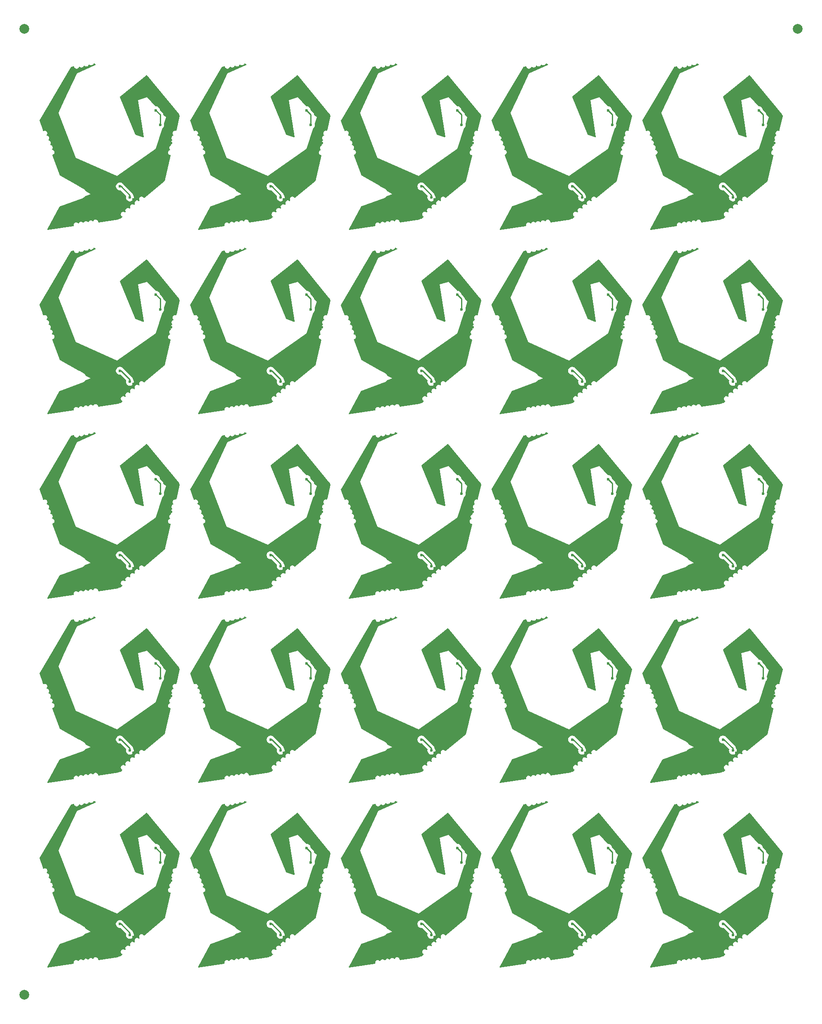
<source format=gbr>
%TF.GenerationSoftware,KiCad,Pcbnew,9.0.2*%
%TF.CreationDate,2025-06-25T14:10:58-05:00*%
%TF.ProjectId,panel,70616e65-6c2e-46b6-9963-61645f706362,rev?*%
%TF.SameCoordinates,Original*%
%TF.FileFunction,Copper,L1,Top*%
%TF.FilePolarity,Positive*%
%FSLAX46Y46*%
G04 Gerber Fmt 4.6, Leading zero omitted, Abs format (unit mm)*
G04 Created by KiCad (PCBNEW 9.0.2) date 2025-06-25 14:10:58*
%MOMM*%
%LPD*%
G01*
G04 APERTURE LIST*
%TA.AperFunction,SMDPad,CuDef*%
%ADD10C,2.000000*%
%TD*%
%TA.AperFunction,ViaPad*%
%ADD11C,0.600000*%
%TD*%
%TA.AperFunction,Conductor*%
%ADD12C,0.250000*%
%TD*%
G04 APERTURE END LIST*
D10*
%TO.P,KiKit_FID_T_1,*%
%TO.N,*%
X69056403Y-22500000D03*
%TD*%
%TO.P,KiKit_FID_T_2,*%
%TO.N,*%
X227943598Y-22500000D03*
%TD*%
%TO.P,KiKit_FID_T_3,*%
%TO.N,*%
X69056403Y-220931215D03*
%TD*%
D11*
%TO.N,Board_0-Net-(D2-A)*%
X96064992Y-39205683D03*
X96933629Y-42212874D03*
%TO.N,Board_0-SDA*%
X90723631Y-57099406D03*
X88673629Y-54838874D03*
%TO.N,Board_0-VSS*%
X75783629Y-38012874D03*
X83083629Y-58462874D03*
X94983629Y-48462874D03*
X96483629Y-36662874D03*
X95119121Y-35710286D03*
X85233629Y-61212874D03*
X83033629Y-51612874D03*
X77583629Y-46012874D03*
X91433629Y-57562874D03*
X99183629Y-45923048D03*
%TO.N,Board_1-Net-(D2-A)*%
X127042431Y-39205683D03*
X127911068Y-42212874D03*
%TO.N,Board_1-SDA*%
X119651068Y-54838874D03*
X121701070Y-57099406D03*
%TO.N,Board_1-VSS*%
X114011068Y-51612874D03*
X116211068Y-61212874D03*
X125961068Y-48462874D03*
X130161068Y-45923048D03*
X127461068Y-36662874D03*
X108561068Y-46012874D03*
X114061068Y-58462874D03*
X122411068Y-57562874D03*
X126096560Y-35710286D03*
X106761068Y-38012874D03*
%TO.N,Board_2-Net-(D2-A)*%
X158019870Y-39205683D03*
X158888507Y-42212874D03*
%TO.N,Board_2-SDA*%
X152678509Y-57099406D03*
X150628507Y-54838874D03*
%TO.N,Board_2-VSS*%
X139538507Y-46012874D03*
X147188507Y-61212874D03*
X161138507Y-45923048D03*
X156938507Y-48462874D03*
X158438507Y-36662874D03*
X145038507Y-58462874D03*
X144988507Y-51612874D03*
X137738507Y-38012874D03*
X153388507Y-57562874D03*
X157073999Y-35710286D03*
%TO.N,Board_3-Net-(D2-A)*%
X188997309Y-39205683D03*
X189865946Y-42212874D03*
%TO.N,Board_3-SDA*%
X183655948Y-57099406D03*
X181605946Y-54838874D03*
%TO.N,Board_3-VSS*%
X189415946Y-36662874D03*
X168715946Y-38012874D03*
X184365946Y-57562874D03*
X192115946Y-45923048D03*
X187915946Y-48462874D03*
X170515946Y-46012874D03*
X188051438Y-35710286D03*
X176015946Y-58462874D03*
X178165946Y-61212874D03*
X175965946Y-51612874D03*
%TO.N,Board_4-Net-(D2-A)*%
X219974748Y-39205683D03*
X220843385Y-42212874D03*
%TO.N,Board_4-SDA*%
X212583385Y-54838874D03*
X214633387Y-57099406D03*
%TO.N,Board_4-VSS*%
X201493385Y-46012874D03*
X220393385Y-36662874D03*
X218893385Y-48462874D03*
X199693385Y-38012874D03*
X209143385Y-61212874D03*
X206943385Y-51612874D03*
X215343385Y-57562874D03*
X223093385Y-45923048D03*
X206993385Y-58462874D03*
X219028877Y-35710286D03*
%TO.N,Board_5-Net-(D2-A)*%
X96064992Y-77091926D03*
X96933629Y-80099117D03*
%TO.N,Board_5-SDA*%
X88673629Y-92725117D03*
X90723631Y-94985649D03*
%TO.N,Board_5-VSS*%
X91433629Y-95449117D03*
X77583629Y-83899117D03*
X83083629Y-96349117D03*
X96483629Y-74549117D03*
X75783629Y-75899117D03*
X99183629Y-83809291D03*
X83033629Y-89499117D03*
X94983629Y-86349117D03*
X95119121Y-73596529D03*
X85233629Y-99099117D03*
%TO.N,Board_6-Net-(D2-A)*%
X127042431Y-77091926D03*
X127911068Y-80099117D03*
%TO.N,Board_6-SDA*%
X121701070Y-94985649D03*
X119651068Y-92725117D03*
%TO.N,Board_6-VSS*%
X130161068Y-83809291D03*
X122411068Y-95449117D03*
X114011068Y-89499117D03*
X108561068Y-83899117D03*
X116211068Y-99099117D03*
X127461068Y-74549117D03*
X114061068Y-96349117D03*
X106761068Y-75899117D03*
X125961068Y-86349117D03*
X126096560Y-73596529D03*
%TO.N,Board_7-Net-(D2-A)*%
X158019870Y-77091926D03*
X158888507Y-80099117D03*
%TO.N,Board_7-SDA*%
X152678509Y-94985649D03*
X150628507Y-92725117D03*
%TO.N,Board_7-VSS*%
X147188507Y-99099117D03*
X157073999Y-73596529D03*
X153388507Y-95449117D03*
X158438507Y-74549117D03*
X139538507Y-83899117D03*
X156938507Y-86349117D03*
X144988507Y-89499117D03*
X137738507Y-75899117D03*
X161138507Y-83809291D03*
X145038507Y-96349117D03*
%TO.N,Board_8-Net-(D2-A)*%
X188997309Y-77091926D03*
X189865946Y-80099117D03*
%TO.N,Board_8-SDA*%
X181605946Y-92725117D03*
X183655948Y-94985649D03*
%TO.N,Board_8-VSS*%
X189415946Y-74549117D03*
X192115946Y-83809291D03*
X168715946Y-75899117D03*
X187915946Y-86349117D03*
X188051438Y-73596529D03*
X176015946Y-96349117D03*
X178165946Y-99099117D03*
X170515946Y-83899117D03*
X184365946Y-95449117D03*
X175965946Y-89499117D03*
%TO.N,Board_9-Net-(D2-A)*%
X220843385Y-80099117D03*
X219974748Y-77091926D03*
%TO.N,Board_9-SDA*%
X214633387Y-94985649D03*
X212583385Y-92725117D03*
%TO.N,Board_9-VSS*%
X215343385Y-95449117D03*
X209143385Y-99099117D03*
X201493385Y-83899117D03*
X218893385Y-86349117D03*
X199693385Y-75899117D03*
X223093385Y-83809291D03*
X220393385Y-74549117D03*
X219028877Y-73596529D03*
X206943385Y-89499117D03*
X206993385Y-96349117D03*
%TO.N,Board_10-Net-(D2-A)*%
X96933629Y-117985360D03*
X96064992Y-114978169D03*
%TO.N,Board_10-SDA*%
X88673629Y-130611360D03*
X90723631Y-132871892D03*
%TO.N,Board_10-VSS*%
X99183629Y-121695534D03*
X94983629Y-124235360D03*
X75783629Y-113785360D03*
X91433629Y-133335360D03*
X83083629Y-134235360D03*
X85233629Y-136985360D03*
X96483629Y-112435360D03*
X77583629Y-121785360D03*
X95119121Y-111482772D03*
X83033629Y-127385360D03*
%TO.N,Board_11-Net-(D2-A)*%
X127911068Y-117985360D03*
X127042431Y-114978169D03*
%TO.N,Board_11-SDA*%
X121701070Y-132871892D03*
X119651068Y-130611360D03*
%TO.N,Board_11-VSS*%
X114011068Y-127385360D03*
X127461068Y-112435360D03*
X130161068Y-121695534D03*
X126096560Y-111482772D03*
X114061068Y-134235360D03*
X125961068Y-124235360D03*
X108561068Y-121785360D03*
X106761068Y-113785360D03*
X116211068Y-136985360D03*
X122411068Y-133335360D03*
%TO.N,Board_12-Net-(D2-A)*%
X158019870Y-114978169D03*
X158888507Y-117985360D03*
%TO.N,Board_12-SDA*%
X152678509Y-132871892D03*
X150628507Y-130611360D03*
%TO.N,Board_12-VSS*%
X147188507Y-136985360D03*
X161138507Y-121695534D03*
X158438507Y-112435360D03*
X144988507Y-127385360D03*
X156938507Y-124235360D03*
X153388507Y-133335360D03*
X137738507Y-113785360D03*
X157073999Y-111482772D03*
X145038507Y-134235360D03*
X139538507Y-121785360D03*
%TO.N,Board_13-Net-(D2-A)*%
X189865946Y-117985360D03*
X188997309Y-114978169D03*
%TO.N,Board_13-SDA*%
X181605946Y-130611360D03*
X183655948Y-132871892D03*
%TO.N,Board_13-VSS*%
X168715946Y-113785360D03*
X178165946Y-136985360D03*
X170515946Y-121785360D03*
X192115946Y-121695534D03*
X187915946Y-124235360D03*
X188051438Y-111482772D03*
X189415946Y-112435360D03*
X176015946Y-134235360D03*
X175965946Y-127385360D03*
X184365946Y-133335360D03*
%TO.N,Board_14-Net-(D2-A)*%
X219974748Y-114978169D03*
X220843385Y-117985360D03*
%TO.N,Board_14-SDA*%
X212583385Y-130611360D03*
X214633387Y-132871892D03*
%TO.N,Board_14-VSS*%
X215343385Y-133335360D03*
X218893385Y-124235360D03*
X220393385Y-112435360D03*
X219028877Y-111482772D03*
X206993385Y-134235360D03*
X206943385Y-127385360D03*
X199693385Y-113785360D03*
X209143385Y-136985360D03*
X223093385Y-121695534D03*
X201493385Y-121785360D03*
%TO.N,Board_15-Net-(D2-A)*%
X96064992Y-152864412D03*
X96933629Y-155871603D03*
%TO.N,Board_15-SDA*%
X88673629Y-168497603D03*
X90723631Y-170758135D03*
%TO.N,Board_15-VSS*%
X91433629Y-171221603D03*
X99183629Y-159581777D03*
X83033629Y-165271603D03*
X96483629Y-150321603D03*
X83083629Y-172121603D03*
X94983629Y-162121603D03*
X95119121Y-149369015D03*
X75783629Y-151671603D03*
X85233629Y-174871603D03*
X77583629Y-159671603D03*
%TO.N,Board_16-Net-(D2-A)*%
X127042431Y-152864412D03*
X127911068Y-155871603D03*
%TO.N,Board_16-SDA*%
X121701070Y-170758135D03*
X119651068Y-168497603D03*
%TO.N,Board_16-VSS*%
X125961068Y-162121603D03*
X114011068Y-165271603D03*
X106761068Y-151671603D03*
X116211068Y-174871603D03*
X108561068Y-159671603D03*
X127461068Y-150321603D03*
X122411068Y-171221603D03*
X126096560Y-149369015D03*
X130161068Y-159581777D03*
X114061068Y-172121603D03*
%TO.N,Board_17-Net-(D2-A)*%
X158019870Y-152864412D03*
X158888507Y-155871603D03*
%TO.N,Board_17-SDA*%
X150628507Y-168497603D03*
X152678509Y-170758135D03*
%TO.N,Board_17-VSS*%
X137738507Y-151671603D03*
X156938507Y-162121603D03*
X161138507Y-159581777D03*
X139538507Y-159671603D03*
X157073999Y-149369015D03*
X158438507Y-150321603D03*
X147188507Y-174871603D03*
X145038507Y-172121603D03*
X144988507Y-165271603D03*
X153388507Y-171221603D03*
%TO.N,Board_18-Net-(D2-A)*%
X188997309Y-152864412D03*
X189865946Y-155871603D03*
%TO.N,Board_18-SDA*%
X183655948Y-170758135D03*
X181605946Y-168497603D03*
%TO.N,Board_18-VSS*%
X189415946Y-150321603D03*
X184365946Y-171221603D03*
X187915946Y-162121603D03*
X175965946Y-165271603D03*
X168715946Y-151671603D03*
X178165946Y-174871603D03*
X176015946Y-172121603D03*
X170515946Y-159671603D03*
X192115946Y-159581777D03*
X188051438Y-149369015D03*
%TO.N,Board_19-Net-(D2-A)*%
X220843385Y-155871603D03*
X219974748Y-152864412D03*
%TO.N,Board_19-SDA*%
X214633387Y-170758135D03*
X212583385Y-168497603D03*
%TO.N,Board_19-VSS*%
X209143385Y-174871603D03*
X219028877Y-149369015D03*
X223093385Y-159581777D03*
X199693385Y-151671603D03*
X218893385Y-162121603D03*
X215343385Y-171221603D03*
X206943385Y-165271603D03*
X220393385Y-150321603D03*
X201493385Y-159671603D03*
X206993385Y-172121603D03*
%TO.N,Board_20-Net-(D2-A)*%
X96064992Y-190750655D03*
X96933629Y-193757846D03*
%TO.N,Board_20-SDA*%
X88673629Y-206383846D03*
X90723631Y-208644378D03*
%TO.N,Board_20-VSS*%
X96483629Y-188207846D03*
X99183629Y-197468020D03*
X94983629Y-200007846D03*
X95119121Y-187255258D03*
X77583629Y-197557846D03*
X83033629Y-203157846D03*
X75783629Y-189557846D03*
X91433629Y-209107846D03*
X83083629Y-210007846D03*
X85233629Y-212757846D03*
%TO.N,Board_21-Net-(D2-A)*%
X127911068Y-193757846D03*
X127042431Y-190750655D03*
%TO.N,Board_21-SDA*%
X121701070Y-208644378D03*
X119651068Y-206383846D03*
%TO.N,Board_21-VSS*%
X125961068Y-200007846D03*
X126096560Y-187255258D03*
X108561068Y-197557846D03*
X114061068Y-210007846D03*
X130161068Y-197468020D03*
X114011068Y-203157846D03*
X106761068Y-189557846D03*
X116211068Y-212757846D03*
X122411068Y-209107846D03*
X127461068Y-188207846D03*
%TO.N,Board_22-Net-(D2-A)*%
X158888507Y-193757846D03*
X158019870Y-190750655D03*
%TO.N,Board_22-SDA*%
X152678509Y-208644378D03*
X150628507Y-206383846D03*
%TO.N,Board_22-VSS*%
X145038507Y-210007846D03*
X156938507Y-200007846D03*
X137738507Y-189557846D03*
X147188507Y-212757846D03*
X157073999Y-187255258D03*
X139538507Y-197557846D03*
X161138507Y-197468020D03*
X153388507Y-209107846D03*
X144988507Y-203157846D03*
X158438507Y-188207846D03*
%TO.N,Board_23-Net-(D2-A)*%
X188997309Y-190750655D03*
X189865946Y-193757846D03*
%TO.N,Board_23-SDA*%
X181605946Y-206383846D03*
X183655948Y-208644378D03*
%TO.N,Board_23-VSS*%
X189415946Y-188207846D03*
X188051438Y-187255258D03*
X175965946Y-203157846D03*
X170515946Y-197557846D03*
X178165946Y-212757846D03*
X184365946Y-209107846D03*
X192115946Y-197468020D03*
X187915946Y-200007846D03*
X168715946Y-189557846D03*
X176015946Y-210007846D03*
%TO.N,Board_24-Net-(D2-A)*%
X220843385Y-193757846D03*
X219974748Y-190750655D03*
%TO.N,Board_24-SDA*%
X214633387Y-208644378D03*
X212583385Y-206383846D03*
%TO.N,Board_24-VSS*%
X209143385Y-212757846D03*
X220393385Y-188207846D03*
X206943385Y-203157846D03*
X219028877Y-187255258D03*
X201493385Y-197557846D03*
X218893385Y-200007846D03*
X206993385Y-210007846D03*
X215343385Y-209107846D03*
X223093385Y-197468020D03*
X199693385Y-189557846D03*
%TD*%
D12*
%TO.N,Board_0-Net-(D2-A)*%
X96933629Y-42212874D02*
X96933629Y-40074320D01*
X96933629Y-40074320D02*
X96064992Y-39205683D01*
%TO.N,Board_0-SDA*%
X88673629Y-54838874D02*
X88909629Y-54838874D01*
X88909629Y-54838874D02*
X90723631Y-56652876D01*
X90723631Y-56652876D02*
X90723631Y-57099406D01*
%TO.N,Board_1-Net-(D2-A)*%
X127911068Y-40074320D02*
X127042431Y-39205683D01*
X127911068Y-42212874D02*
X127911068Y-40074320D01*
%TO.N,Board_1-SDA*%
X121701070Y-56652876D02*
X121701070Y-57099406D01*
X119887068Y-54838874D02*
X121701070Y-56652876D01*
X119651068Y-54838874D02*
X119887068Y-54838874D01*
%TO.N,Board_2-Net-(D2-A)*%
X158888507Y-42212874D02*
X158888507Y-40074320D01*
X158888507Y-40074320D02*
X158019870Y-39205683D01*
%TO.N,Board_2-SDA*%
X152678509Y-56652876D02*
X152678509Y-57099406D01*
X150864507Y-54838874D02*
X152678509Y-56652876D01*
X150628507Y-54838874D02*
X150864507Y-54838874D01*
%TO.N,Board_3-Net-(D2-A)*%
X189865946Y-42212874D02*
X189865946Y-40074320D01*
X189865946Y-40074320D02*
X188997309Y-39205683D01*
%TO.N,Board_3-SDA*%
X183655948Y-56652876D02*
X183655948Y-57099406D01*
X181605946Y-54838874D02*
X181841946Y-54838874D01*
X181841946Y-54838874D02*
X183655948Y-56652876D01*
%TO.N,Board_4-Net-(D2-A)*%
X220843385Y-40074320D02*
X219974748Y-39205683D01*
X220843385Y-42212874D02*
X220843385Y-40074320D01*
%TO.N,Board_4-SDA*%
X214633387Y-56652876D02*
X214633387Y-57099406D01*
X212819385Y-54838874D02*
X214633387Y-56652876D01*
X212583385Y-54838874D02*
X212819385Y-54838874D01*
%TO.N,Board_5-Net-(D2-A)*%
X96933629Y-80099117D02*
X96933629Y-77960563D01*
X96933629Y-77960563D02*
X96064992Y-77091926D01*
%TO.N,Board_5-SDA*%
X88673629Y-92725117D02*
X88909629Y-92725117D01*
X88909629Y-92725117D02*
X90723631Y-94539119D01*
X90723631Y-94539119D02*
X90723631Y-94985649D01*
%TO.N,Board_6-Net-(D2-A)*%
X127911068Y-80099117D02*
X127911068Y-77960563D01*
X127911068Y-77960563D02*
X127042431Y-77091926D01*
%TO.N,Board_6-SDA*%
X119887068Y-92725117D02*
X121701070Y-94539119D01*
X119651068Y-92725117D02*
X119887068Y-92725117D01*
X121701070Y-94539119D02*
X121701070Y-94985649D01*
%TO.N,Board_7-Net-(D2-A)*%
X158888507Y-80099117D02*
X158888507Y-77960563D01*
X158888507Y-77960563D02*
X158019870Y-77091926D01*
%TO.N,Board_7-SDA*%
X150864507Y-92725117D02*
X152678509Y-94539119D01*
X152678509Y-94539119D02*
X152678509Y-94985649D01*
X150628507Y-92725117D02*
X150864507Y-92725117D01*
%TO.N,Board_8-Net-(D2-A)*%
X189865946Y-77960563D02*
X188997309Y-77091926D01*
X189865946Y-80099117D02*
X189865946Y-77960563D01*
%TO.N,Board_8-SDA*%
X181841946Y-92725117D02*
X183655948Y-94539119D01*
X183655948Y-94539119D02*
X183655948Y-94985649D01*
X181605946Y-92725117D02*
X181841946Y-92725117D01*
%TO.N,Board_9-Net-(D2-A)*%
X220843385Y-80099117D02*
X220843385Y-77960563D01*
X220843385Y-77960563D02*
X219974748Y-77091926D01*
%TO.N,Board_9-SDA*%
X214633387Y-94539119D02*
X214633387Y-94985649D01*
X212819385Y-92725117D02*
X214633387Y-94539119D01*
X212583385Y-92725117D02*
X212819385Y-92725117D01*
%TO.N,Board_10-Net-(D2-A)*%
X96933629Y-117985360D02*
X96933629Y-115846806D01*
X96933629Y-115846806D02*
X96064992Y-114978169D01*
%TO.N,Board_10-SDA*%
X90723631Y-132425362D02*
X90723631Y-132871892D01*
X88909629Y-130611360D02*
X90723631Y-132425362D01*
X88673629Y-130611360D02*
X88909629Y-130611360D01*
%TO.N,Board_11-Net-(D2-A)*%
X127911068Y-115846806D02*
X127042431Y-114978169D01*
X127911068Y-117985360D02*
X127911068Y-115846806D01*
%TO.N,Board_11-SDA*%
X119887068Y-130611360D02*
X121701070Y-132425362D01*
X119651068Y-130611360D02*
X119887068Y-130611360D01*
X121701070Y-132425362D02*
X121701070Y-132871892D01*
%TO.N,Board_12-Net-(D2-A)*%
X158888507Y-117985360D02*
X158888507Y-115846806D01*
X158888507Y-115846806D02*
X158019870Y-114978169D01*
%TO.N,Board_12-SDA*%
X150864507Y-130611360D02*
X152678509Y-132425362D01*
X152678509Y-132425362D02*
X152678509Y-132871892D01*
X150628507Y-130611360D02*
X150864507Y-130611360D01*
%TO.N,Board_13-Net-(D2-A)*%
X189865946Y-115846806D02*
X188997309Y-114978169D01*
X189865946Y-117985360D02*
X189865946Y-115846806D01*
%TO.N,Board_13-SDA*%
X181605946Y-130611360D02*
X181841946Y-130611360D01*
X181841946Y-130611360D02*
X183655948Y-132425362D01*
X183655948Y-132425362D02*
X183655948Y-132871892D01*
%TO.N,Board_14-Net-(D2-A)*%
X220843385Y-115846806D02*
X219974748Y-114978169D01*
X220843385Y-117985360D02*
X220843385Y-115846806D01*
%TO.N,Board_14-SDA*%
X212819385Y-130611360D02*
X214633387Y-132425362D01*
X212583385Y-130611360D02*
X212819385Y-130611360D01*
X214633387Y-132425362D02*
X214633387Y-132871892D01*
%TO.N,Board_15-Net-(D2-A)*%
X96933629Y-155871603D02*
X96933629Y-153733049D01*
X96933629Y-153733049D02*
X96064992Y-152864412D01*
%TO.N,Board_15-SDA*%
X90723631Y-170311605D02*
X90723631Y-170758135D01*
X88909629Y-168497603D02*
X90723631Y-170311605D01*
X88673629Y-168497603D02*
X88909629Y-168497603D01*
%TO.N,Board_16-Net-(D2-A)*%
X127911068Y-153733049D02*
X127042431Y-152864412D01*
X127911068Y-155871603D02*
X127911068Y-153733049D01*
%TO.N,Board_16-SDA*%
X119887068Y-168497603D02*
X121701070Y-170311605D01*
X119651068Y-168497603D02*
X119887068Y-168497603D01*
X121701070Y-170311605D02*
X121701070Y-170758135D01*
%TO.N,Board_17-Net-(D2-A)*%
X158888507Y-155871603D02*
X158888507Y-153733049D01*
X158888507Y-153733049D02*
X158019870Y-152864412D01*
%TO.N,Board_17-SDA*%
X150864507Y-168497603D02*
X152678509Y-170311605D01*
X150628507Y-168497603D02*
X150864507Y-168497603D01*
X152678509Y-170311605D02*
X152678509Y-170758135D01*
%TO.N,Board_18-Net-(D2-A)*%
X189865946Y-155871603D02*
X189865946Y-153733049D01*
X189865946Y-153733049D02*
X188997309Y-152864412D01*
%TO.N,Board_18-SDA*%
X183655948Y-170311605D02*
X183655948Y-170758135D01*
X181841946Y-168497603D02*
X183655948Y-170311605D01*
X181605946Y-168497603D02*
X181841946Y-168497603D01*
%TO.N,Board_19-Net-(D2-A)*%
X220843385Y-155871603D02*
X220843385Y-153733049D01*
X220843385Y-153733049D02*
X219974748Y-152864412D01*
%TO.N,Board_19-SDA*%
X214633387Y-170311605D02*
X214633387Y-170758135D01*
X212583385Y-168497603D02*
X212819385Y-168497603D01*
X212819385Y-168497603D02*
X214633387Y-170311605D01*
%TO.N,Board_20-Net-(D2-A)*%
X96933629Y-191619292D02*
X96064992Y-190750655D01*
X96933629Y-193757846D02*
X96933629Y-191619292D01*
%TO.N,Board_20-SDA*%
X88673629Y-206383846D02*
X88909629Y-206383846D01*
X88909629Y-206383846D02*
X90723631Y-208197848D01*
X90723631Y-208197848D02*
X90723631Y-208644378D01*
%TO.N,Board_21-Net-(D2-A)*%
X127911068Y-193757846D02*
X127911068Y-191619292D01*
X127911068Y-191619292D02*
X127042431Y-190750655D01*
%TO.N,Board_21-SDA*%
X121701070Y-208197848D02*
X121701070Y-208644378D01*
X119651068Y-206383846D02*
X119887068Y-206383846D01*
X119887068Y-206383846D02*
X121701070Y-208197848D01*
%TO.N,Board_22-Net-(D2-A)*%
X158888507Y-191619292D02*
X158019870Y-190750655D01*
X158888507Y-193757846D02*
X158888507Y-191619292D01*
%TO.N,Board_22-SDA*%
X152678509Y-208197848D02*
X152678509Y-208644378D01*
X150628507Y-206383846D02*
X150864507Y-206383846D01*
X150864507Y-206383846D02*
X152678509Y-208197848D01*
%TO.N,Board_23-Net-(D2-A)*%
X189865946Y-191619292D02*
X188997309Y-190750655D01*
X189865946Y-193757846D02*
X189865946Y-191619292D01*
%TO.N,Board_23-SDA*%
X181605946Y-206383846D02*
X181841946Y-206383846D01*
X181841946Y-206383846D02*
X183655948Y-208197848D01*
X183655948Y-208197848D02*
X183655948Y-208644378D01*
%TO.N,Board_24-Net-(D2-A)*%
X220843385Y-193757846D02*
X220843385Y-191619292D01*
X220843385Y-191619292D02*
X219974748Y-190750655D01*
%TO.N,Board_24-SDA*%
X214633387Y-208197848D02*
X214633387Y-208644378D01*
X212583385Y-206383846D02*
X212819385Y-206383846D01*
X212819385Y-206383846D02*
X214633387Y-208197848D01*
%TD*%
%TA.AperFunction,Conductor*%
%TO.N,Board_20-VSS*%
G36*
X83401510Y-181112909D02*
G01*
X83425926Y-181131875D01*
X83441038Y-181146987D01*
X83555166Y-181212879D01*
X83597539Y-181224232D01*
X83657199Y-181260596D01*
X83687729Y-181323443D01*
X83679435Y-181392819D01*
X83634950Y-181446697D01*
X83616459Y-181457028D01*
X79832799Y-183164817D01*
X77277277Y-188663383D01*
X76038395Y-191329013D01*
X79633880Y-200515346D01*
X88062478Y-204256290D01*
X96078353Y-198695013D01*
X97416708Y-194438036D01*
X97447317Y-194387548D01*
X97449012Y-194385852D01*
X97449018Y-194385849D01*
X97561632Y-194273235D01*
X97650112Y-194140814D01*
X97711059Y-193993677D01*
X97742129Y-193837476D01*
X97742129Y-193678216D01*
X97714783Y-193540736D01*
X97718107Y-193479358D01*
X98127973Y-192175679D01*
X97904349Y-191938738D01*
X97597793Y-191613926D01*
X97566355Y-191553007D01*
X97542785Y-191434513D01*
X97542784Y-191434507D01*
X97495029Y-191319217D01*
X97495028Y-191319216D01*
X97495025Y-191319210D01*
X97425701Y-191215460D01*
X97425700Y-191215459D01*
X97337462Y-191127221D01*
X96898160Y-190687919D01*
X96864675Y-190626596D01*
X96864224Y-190624429D01*
X96842423Y-190514831D01*
X96842422Y-190514824D01*
X96781475Y-190367687D01*
X96692995Y-190235266D01*
X96692990Y-190235260D01*
X96580386Y-190122656D01*
X96580379Y-190122650D01*
X96447961Y-190034172D01*
X96300823Y-189973225D01*
X96300815Y-189973223D01*
X96144626Y-189942155D01*
X96144622Y-189942155D01*
X96073455Y-189942155D01*
X96006416Y-189922470D01*
X95983276Y-189903265D01*
X94272212Y-188090308D01*
X94272210Y-188090307D01*
X92439070Y-188663383D01*
X92439069Y-188663385D01*
X93564694Y-196164900D01*
X93555176Y-196234119D01*
X93509746Y-196287203D01*
X93442829Y-196307299D01*
X93398891Y-196299542D01*
X91902933Y-195743894D01*
X91846943Y-195702098D01*
X91831471Y-195674919D01*
X88685493Y-188044219D01*
X88678140Y-187974741D01*
X88709518Y-187912313D01*
X88721883Y-187900767D01*
X94063702Y-183556351D01*
X94128133Y-183529324D01*
X94196947Y-183541421D01*
X94237635Y-183573694D01*
X100746590Y-191472161D01*
X100761805Y-191495565D01*
X100960502Y-191892958D01*
X100972877Y-191961724D01*
X100970351Y-191976584D01*
X100333215Y-194707771D01*
X100327800Y-194730981D01*
X100327203Y-194731374D01*
X100323083Y-194751199D01*
X100322731Y-194752711D01*
X100320759Y-194761165D01*
X100317947Y-194768027D01*
X100316131Y-194779558D01*
X100316130Y-194779557D01*
X100314845Y-194787719D01*
X100314843Y-194787721D01*
X100314844Y-194787725D01*
X100313278Y-194797666D01*
X100312198Y-194803587D01*
X100309792Y-194815171D01*
X100308309Y-194819204D01*
X100308259Y-194819668D01*
X100306386Y-194831560D01*
X100306304Y-194831953D01*
X100306458Y-194836345D01*
X100305810Y-194842358D01*
X100305191Y-194848086D01*
X100304398Y-194854058D01*
X100302558Y-194865741D01*
X100291667Y-194900501D01*
X100289812Y-194904331D01*
X100287226Y-194903078D01*
X100278082Y-194928552D01*
X100222670Y-194971110D01*
X100153045Y-194976954D01*
X100145822Y-194975249D01*
X100071109Y-194955230D01*
X99939325Y-194955230D01*
X99812029Y-194989338D01*
X99697903Y-195055230D01*
X99697900Y-195055232D01*
X99604719Y-195148413D01*
X99604717Y-195148416D01*
X99538825Y-195262542D01*
X99506329Y-195383823D01*
X99504717Y-195389838D01*
X99504717Y-195521622D01*
X99521022Y-195582473D01*
X99538825Y-195648917D01*
X99566044Y-195696061D01*
X99604717Y-195763044D01*
X99604719Y-195763046D01*
X99621726Y-195780053D01*
X99655211Y-195841376D01*
X99650227Y-195911068D01*
X99608355Y-195967001D01*
X99581499Y-195982295D01*
X99580275Y-195982802D01*
X99466147Y-196048694D01*
X99466144Y-196048696D01*
X99372963Y-196141877D01*
X99372961Y-196141880D01*
X99307069Y-196256006D01*
X99272961Y-196383302D01*
X99272961Y-196515085D01*
X99307069Y-196642381D01*
X99340015Y-196699444D01*
X99372961Y-196756508D01*
X99372963Y-196756510D01*
X99389969Y-196773516D01*
X99423454Y-196834839D01*
X99418470Y-196904531D01*
X99376598Y-196960464D01*
X99349742Y-196975758D01*
X99348518Y-196976265D01*
X99234390Y-197042157D01*
X99234387Y-197042159D01*
X99141206Y-197135340D01*
X99141204Y-197135343D01*
X99075312Y-197249469D01*
X99041204Y-197376765D01*
X99041204Y-197508548D01*
X99075312Y-197635844D01*
X99108258Y-197692907D01*
X99141204Y-197749971D01*
X99141206Y-197749973D01*
X99158212Y-197766979D01*
X99191697Y-197828302D01*
X99186713Y-197897994D01*
X99144841Y-197953927D01*
X99117985Y-197969221D01*
X99116761Y-197969728D01*
X99002633Y-198035620D01*
X99002630Y-198035622D01*
X98909449Y-198128803D01*
X98909447Y-198128806D01*
X98843555Y-198242932D01*
X98809447Y-198370228D01*
X98809447Y-198502011D01*
X98843555Y-198629307D01*
X98876501Y-198686370D01*
X98909447Y-198743434D01*
X98909449Y-198743436D01*
X98926455Y-198760442D01*
X98959940Y-198821765D01*
X98954956Y-198891457D01*
X98913084Y-198947390D01*
X98886232Y-198962682D01*
X98885009Y-198963188D01*
X98770877Y-199029083D01*
X98770874Y-199029085D01*
X98677693Y-199122266D01*
X98677691Y-199122269D01*
X98611799Y-199236395D01*
X98577691Y-199363691D01*
X98577691Y-199495474D01*
X98611799Y-199622770D01*
X98644745Y-199679833D01*
X98677691Y-199736897D01*
X98770877Y-199830083D01*
X98885005Y-199895975D01*
X98992977Y-199924905D01*
X99052637Y-199961270D01*
X99083166Y-200024117D01*
X99081641Y-200072851D01*
X97876603Y-205238446D01*
X97842203Y-205299260D01*
X97834789Y-205305899D01*
X93712648Y-208709010D01*
X93648418Y-208736510D01*
X93579516Y-208724919D01*
X93539269Y-208692087D01*
X93539192Y-208692165D01*
X93538429Y-208691402D01*
X93535330Y-208688874D01*
X93533446Y-208686419D01*
X93440261Y-208593234D01*
X93440259Y-208593232D01*
X93360580Y-208547229D01*
X93326132Y-208527340D01*
X93257752Y-208509018D01*
X93198837Y-208493232D01*
X93067053Y-208493232D01*
X92939757Y-208527340D01*
X92825631Y-208593232D01*
X92825628Y-208593234D01*
X92732447Y-208686415D01*
X92732445Y-208686418D01*
X92666553Y-208800544D01*
X92637375Y-208909440D01*
X92632445Y-208927840D01*
X92632445Y-209059624D01*
X92659279Y-209159772D01*
X92666554Y-209186920D01*
X92666554Y-209186921D01*
X92680746Y-209211502D01*
X92697219Y-209279402D01*
X92674366Y-209345429D01*
X92619445Y-209388620D01*
X92549892Y-209395261D01*
X92504861Y-209375020D01*
X92504508Y-209375633D01*
X92498469Y-209372146D01*
X92497874Y-209371879D01*
X92497472Y-209371571D01*
X92497470Y-209371569D01*
X92429659Y-209332418D01*
X92383343Y-209305677D01*
X92285281Y-209279402D01*
X92256048Y-209271569D01*
X92124264Y-209271569D01*
X91996968Y-209305677D01*
X91882842Y-209371569D01*
X91882839Y-209371571D01*
X91789658Y-209464752D01*
X91789656Y-209464755D01*
X91723764Y-209578881D01*
X91701064Y-209663602D01*
X91689656Y-209706177D01*
X91689656Y-209837961D01*
X91706710Y-209901608D01*
X91723764Y-209965256D01*
X91737960Y-209989844D01*
X91754432Y-210057744D01*
X91731579Y-210123771D01*
X91676657Y-210166961D01*
X91607104Y-210173602D01*
X91562072Y-210153357D01*
X91561718Y-210153971D01*
X91555674Y-210150482D01*
X91555081Y-210150215D01*
X91554681Y-210149908D01*
X91554680Y-210149907D01*
X91506445Y-210122058D01*
X91440553Y-210084015D01*
X91342506Y-210057744D01*
X91313258Y-210049907D01*
X91181474Y-210049907D01*
X91054178Y-210084015D01*
X90940052Y-210149907D01*
X90940049Y-210149909D01*
X90846868Y-210243090D01*
X90846866Y-210243093D01*
X90780974Y-210357219D01*
X90746866Y-210484515D01*
X90746866Y-210616298D01*
X90780975Y-210743595D01*
X90780975Y-210743596D01*
X90795167Y-210768177D01*
X90811640Y-210836077D01*
X90788787Y-210902104D01*
X90733866Y-210945295D01*
X90664313Y-210951936D01*
X90619282Y-210931695D01*
X90618929Y-210932308D01*
X90612890Y-210928821D01*
X90612295Y-210928554D01*
X90611893Y-210928246D01*
X90611891Y-210928244D01*
X90544080Y-210889093D01*
X90497764Y-210862352D01*
X90399702Y-210836077D01*
X90370469Y-210828244D01*
X90238685Y-210828244D01*
X90111389Y-210862352D01*
X89997263Y-210928244D01*
X89997260Y-210928246D01*
X89904079Y-211021427D01*
X89904077Y-211021430D01*
X89838185Y-211135556D01*
X89804077Y-211262852D01*
X89804077Y-211394635D01*
X89838185Y-211521931D01*
X89852381Y-211546519D01*
X89868853Y-211614419D01*
X89846000Y-211680446D01*
X89791078Y-211723636D01*
X89721525Y-211730277D01*
X89676493Y-211710032D01*
X89676139Y-211710646D01*
X89670095Y-211707157D01*
X89669502Y-211706890D01*
X89669102Y-211706583D01*
X89669101Y-211706582D01*
X89620866Y-211678733D01*
X89554974Y-211640690D01*
X89456927Y-211614419D01*
X89427679Y-211606582D01*
X89295895Y-211606582D01*
X89168599Y-211640690D01*
X89054473Y-211706582D01*
X89054470Y-211706584D01*
X88961289Y-211799765D01*
X88961287Y-211799768D01*
X88895395Y-211913894D01*
X88861287Y-212041190D01*
X88861287Y-212172973D01*
X88895395Y-212300269D01*
X88928341Y-212357332D01*
X88961287Y-212414396D01*
X89054473Y-212507582D01*
X89094172Y-212530502D01*
X89142387Y-212581070D01*
X89155609Y-212649677D01*
X89129641Y-212714541D01*
X89110992Y-212733614D01*
X88799019Y-212990495D01*
X88781963Y-212997771D01*
X88767511Y-213009389D01*
X88735941Y-213017405D01*
X88734753Y-213017913D01*
X88733363Y-213018069D01*
X88724795Y-213018979D01*
X88720480Y-213018799D01*
X88719961Y-213018906D01*
X88708066Y-213020758D01*
X88707660Y-213020801D01*
X88703531Y-213022289D01*
X88692009Y-213024661D01*
X88686090Y-213025731D01*
X88684299Y-213026010D01*
X88674493Y-213027537D01*
X88670176Y-213027565D01*
X88669680Y-213027693D01*
X88669681Y-213027694D01*
X88658180Y-213030651D01*
X88653404Y-213031879D01*
X88653402Y-213031878D01*
X88653400Y-213031880D01*
X88642026Y-213034804D01*
X88636161Y-213036161D01*
X88624671Y-213038527D01*
X88620362Y-213038765D01*
X88619861Y-213038921D01*
X88603819Y-213043887D01*
X88603820Y-213043887D01*
X88592590Y-213047364D01*
X88586807Y-213049002D01*
X88575452Y-213051923D01*
X88571149Y-213052371D01*
X88570638Y-213052557D01*
X88570639Y-213052558D01*
X88554875Y-213058291D01*
X88554874Y-213058292D01*
X88543820Y-213062313D01*
X88538113Y-213064233D01*
X88526921Y-213067699D01*
X88522653Y-213068354D01*
X88522158Y-213068563D01*
X88522157Y-213068562D01*
X88506684Y-213075059D01*
X88506681Y-213075059D01*
X88506677Y-213075062D01*
X88495849Y-213079607D01*
X88490248Y-213081800D01*
X88479211Y-213085815D01*
X88474977Y-213086678D01*
X88474491Y-213086911D01*
X88459363Y-213094145D01*
X88448765Y-213099213D01*
X88443266Y-213101681D01*
X88432420Y-213106234D01*
X88428255Y-213107297D01*
X88427820Y-213107532D01*
X88416967Y-213112721D01*
X88416558Y-213112892D01*
X88413017Y-213115515D01*
X88402671Y-213121095D01*
X88397317Y-213123817D01*
X88386730Y-213128880D01*
X88382603Y-213130150D01*
X88382155Y-213130420D01*
X88382156Y-213130421D01*
X88367779Y-213139102D01*
X88367780Y-213139102D01*
X88357737Y-213145167D01*
X88352499Y-213148159D01*
X88342144Y-213153744D01*
X88338100Y-213155206D01*
X88337687Y-213155485D01*
X88327386Y-213161705D01*
X88327005Y-213161910D01*
X88323738Y-213164861D01*
X88313977Y-213171422D01*
X88308930Y-213174641D01*
X88308094Y-213175146D01*
X88262229Y-213191658D01*
X84323418Y-213777758D01*
X84254212Y-213768154D01*
X84201184Y-213722660D01*
X84183713Y-213664227D01*
X84182229Y-213664423D01*
X84181168Y-213656370D01*
X84181168Y-213656363D01*
X84147060Y-213529069D01*
X84081168Y-213414941D01*
X83987982Y-213321755D01*
X83918612Y-213281704D01*
X83873855Y-213255863D01*
X83763940Y-213226412D01*
X83746560Y-213221755D01*
X83614776Y-213221755D01*
X83487480Y-213255863D01*
X83373354Y-213321755D01*
X83373351Y-213321757D01*
X83280170Y-213414938D01*
X83280166Y-213414944D01*
X83234806Y-213493507D01*
X83184238Y-213541722D01*
X83115631Y-213554943D01*
X83050767Y-213528974D01*
X83039739Y-213519186D01*
X82990707Y-213470154D01*
X82990705Y-213470152D01*
X82906961Y-213421802D01*
X82876578Y-213404260D01*
X82793590Y-213382024D01*
X82749283Y-213370152D01*
X82617499Y-213370152D01*
X82490203Y-213404260D01*
X82376077Y-213470152D01*
X82376074Y-213470154D01*
X82282893Y-213563335D01*
X82282891Y-213563338D01*
X82237531Y-213641903D01*
X82186963Y-213690118D01*
X82118356Y-213703340D01*
X82053491Y-213677372D01*
X82042463Y-213667583D01*
X81993430Y-213618550D01*
X81993428Y-213618548D01*
X81897797Y-213563335D01*
X81879301Y-213552656D01*
X81791271Y-213529069D01*
X81752006Y-213518548D01*
X81620222Y-213518548D01*
X81492926Y-213552656D01*
X81378800Y-213618548D01*
X81378797Y-213618550D01*
X81285616Y-213711731D01*
X81285612Y-213711737D01*
X81240252Y-213790300D01*
X81189684Y-213838515D01*
X81121077Y-213851736D01*
X81056213Y-213825767D01*
X81045185Y-213815979D01*
X80996152Y-213766946D01*
X80996150Y-213766944D01*
X80919448Y-213722660D01*
X80882023Y-213701052D01*
X80801857Y-213679572D01*
X80754728Y-213666944D01*
X80622944Y-213666944D01*
X80495648Y-213701052D01*
X80381522Y-213766944D01*
X80381519Y-213766946D01*
X80288338Y-213860127D01*
X80288336Y-213860130D01*
X80242976Y-213938695D01*
X80192408Y-213986910D01*
X80123801Y-214000132D01*
X80058936Y-213974164D01*
X80047908Y-213964375D01*
X79998875Y-213915342D01*
X79998873Y-213915340D01*
X79941809Y-213882394D01*
X79884746Y-213849448D01*
X79796365Y-213825767D01*
X79757451Y-213815340D01*
X79625667Y-213815340D01*
X79498371Y-213849448D01*
X79384245Y-213915340D01*
X79384242Y-213915342D01*
X79291061Y-214008523D01*
X79291059Y-214008526D01*
X79225167Y-214122652D01*
X79191059Y-214249948D01*
X79191059Y-214381733D01*
X79196117Y-214400610D01*
X79195764Y-214415387D01*
X79200300Y-214429460D01*
X79194949Y-214449617D01*
X79194453Y-214470460D01*
X79186168Y-214482700D01*
X79182375Y-214496991D01*
X79166977Y-214511054D01*
X79155290Y-214528322D01*
X79140808Y-214534955D01*
X79130785Y-214544111D01*
X79106435Y-214550701D01*
X79097192Y-214554936D01*
X79075917Y-214558565D01*
X79074975Y-214558454D01*
X79073319Y-214558980D01*
X79064180Y-214560340D01*
X79061166Y-214560751D01*
X79023512Y-214565413D01*
X79018510Y-214567136D01*
X73891130Y-215330096D01*
X73821924Y-215320492D01*
X73768895Y-215274998D01*
X73748881Y-215208056D01*
X73763627Y-215148797D01*
X76220961Y-210571411D01*
X76270011Y-210521658D01*
X76287710Y-210513576D01*
X81011792Y-208790506D01*
X81012461Y-208790798D01*
X81031342Y-208783376D01*
X81041971Y-208779499D01*
X81049203Y-208778104D01*
X81059340Y-208773528D01*
X81059342Y-208773527D01*
X81061247Y-208772666D01*
X81061249Y-208772667D01*
X81076388Y-208765832D01*
X81082029Y-208763451D01*
X81094175Y-208758677D01*
X81098105Y-208757767D01*
X81109070Y-208752146D01*
X81109071Y-208752147D01*
X81123838Y-208744577D01*
X81129339Y-208741926D01*
X81141281Y-208736536D01*
X81145197Y-208735422D01*
X81155617Y-208730081D01*
X81158903Y-208727499D01*
X81170190Y-208720990D01*
X81175575Y-208718059D01*
X81177754Y-208716941D01*
X81187182Y-208712109D01*
X81191009Y-208710812D01*
X81201369Y-208704130D01*
X81201370Y-208704131D01*
X81215319Y-208695134D01*
X81220515Y-208691962D01*
X81231869Y-208685414D01*
X81235652Y-208683919D01*
X81245499Y-208677570D01*
X81248505Y-208674683D01*
X81259131Y-208667060D01*
X81264164Y-208663635D01*
X81275148Y-208656553D01*
X81278820Y-208654888D01*
X81288464Y-208647217D01*
X81288465Y-208647218D01*
X81301466Y-208636877D01*
X81306335Y-208633197D01*
X81316954Y-208625580D01*
X81320577Y-208623715D01*
X81329753Y-208616418D01*
X81332455Y-208613252D01*
X81342278Y-208604611D01*
X81346959Y-208600696D01*
X81352511Y-208596281D01*
X81357179Y-208592570D01*
X81360667Y-208590549D01*
X81369500Y-208581966D01*
X81369501Y-208581967D01*
X81381419Y-208570386D01*
X81385894Y-208566248D01*
X81395703Y-208557621D01*
X81399125Y-208555407D01*
X81407542Y-208547229D01*
X81409920Y-208543808D01*
X81418810Y-208534270D01*
X81423103Y-208529888D01*
X81432455Y-208520803D01*
X81435730Y-208518444D01*
X81443681Y-208509018D01*
X81443683Y-208509018D01*
X81454397Y-208496314D01*
X81458427Y-208491771D01*
X81467361Y-208482186D01*
X81470546Y-208479644D01*
X81478086Y-208470704D01*
X81480112Y-208467069D01*
X81488060Y-208456638D01*
X81491843Y-208451920D01*
X81500289Y-208441908D01*
X81503331Y-208439224D01*
X81507669Y-208433301D01*
X81515906Y-208422745D01*
X81517300Y-208421743D01*
X81518485Y-208420340D01*
X81518839Y-208420639D01*
X81526928Y-208414832D01*
X81534512Y-208403577D01*
X81569898Y-208383010D01*
X82662937Y-207970775D01*
X82662935Y-207970774D01*
X82662936Y-207970774D01*
X81663596Y-207389618D01*
X81651591Y-207377147D01*
X81637282Y-207369126D01*
X81616446Y-207340638D01*
X81611208Y-207330785D01*
X81608489Y-207325349D01*
X81602935Y-207313522D01*
X81601771Y-207309651D01*
X81593647Y-207296043D01*
X81593646Y-207296042D01*
X81590900Y-207291442D01*
X81586930Y-207284791D01*
X81583933Y-207279475D01*
X81577813Y-207267961D01*
X81576464Y-207264166D01*
X81569622Y-207253897D01*
X81569623Y-207253897D01*
X81560407Y-207240064D01*
X81557135Y-207234878D01*
X81550471Y-207223715D01*
X81548930Y-207219978D01*
X81539476Y-207207209D01*
X81531717Y-207196728D01*
X81528194Y-207191715D01*
X81520949Y-207180840D01*
X81519230Y-207177196D01*
X81511413Y-207167664D01*
X81511414Y-207167664D01*
X81506176Y-207161277D01*
X81500890Y-207154830D01*
X81497106Y-207149976D01*
X81489362Y-207139514D01*
X81487463Y-207135956D01*
X81479177Y-207126815D01*
X81479178Y-207126815D01*
X81467996Y-207114478D01*
X81464026Y-207109874D01*
X81455761Y-207099795D01*
X81453682Y-207096326D01*
X81442458Y-207085115D01*
X81442456Y-207085111D01*
X81442451Y-207085108D01*
X81433213Y-207075879D01*
X81428984Y-207071440D01*
X81420231Y-207061785D01*
X81417966Y-207058398D01*
X81409662Y-207050103D01*
X81406212Y-207047780D01*
X81396523Y-207039015D01*
X81392086Y-207034797D01*
X81382865Y-207025588D01*
X81380453Y-207022343D01*
X81368176Y-207012297D01*
X81368174Y-207012295D01*
X81368171Y-207012293D01*
X81358071Y-207004028D01*
X81353422Y-207000028D01*
X81343750Y-206991280D01*
X81341182Y-206988159D01*
X81328425Y-206978737D01*
X81326731Y-206977486D01*
X81317891Y-206970956D01*
X81313071Y-206967208D01*
X81302969Y-206958942D01*
X81300258Y-206955961D01*
X81287048Y-206947180D01*
X81287045Y-206947178D01*
X81276143Y-206939932D01*
X81271136Y-206936421D01*
X81260655Y-206928680D01*
X81257791Y-206925829D01*
X81244170Y-206917718D01*
X81244166Y-206917717D01*
X81232944Y-206911035D01*
X81227750Y-206907765D01*
X81221752Y-206903778D01*
X81218377Y-206901534D01*
X81217335Y-206900571D01*
X81212181Y-206897415D01*
X81203385Y-206891568D01*
X81196008Y-206888712D01*
X81190832Y-206885801D01*
X81187464Y-206883907D01*
X81184823Y-206882379D01*
X81152280Y-206863000D01*
X81147226Y-206861278D01*
X80338067Y-206406204D01*
X80156715Y-206304211D01*
X87865129Y-206304211D01*
X87865129Y-206463480D01*
X87896197Y-206619669D01*
X87896199Y-206619677D01*
X87957146Y-206766815D01*
X88045624Y-206899233D01*
X88045630Y-206899240D01*
X88158234Y-207011844D01*
X88158241Y-207011850D01*
X88290659Y-207100328D01*
X88290660Y-207100328D01*
X88290661Y-207100329D01*
X88437798Y-207161276D01*
X88536471Y-207180903D01*
X88593994Y-207192345D01*
X88593998Y-207192346D01*
X88593999Y-207192346D01*
X88753262Y-207192346D01*
X88757679Y-207191911D01*
X88826325Y-207204931D01*
X88857512Y-207227633D01*
X89915111Y-208285232D01*
X89948596Y-208346555D01*
X89946356Y-208402366D01*
X89947389Y-208402572D01*
X89915131Y-208564743D01*
X89915131Y-208724012D01*
X89946199Y-208880201D01*
X89946201Y-208880209D01*
X90007148Y-209027347D01*
X90095626Y-209159765D01*
X90095632Y-209159772D01*
X90208236Y-209272376D01*
X90208243Y-209272382D01*
X90340661Y-209360860D01*
X90340662Y-209360860D01*
X90340663Y-209360861D01*
X90487800Y-209421808D01*
X90643996Y-209452877D01*
X90644000Y-209452878D01*
X90644001Y-209452878D01*
X90803262Y-209452878D01*
X90803263Y-209452877D01*
X90959462Y-209421808D01*
X91106599Y-209360861D01*
X91239020Y-209272381D01*
X91351634Y-209159767D01*
X91440114Y-209027346D01*
X91501061Y-208880209D01*
X91532131Y-208724008D01*
X91532131Y-208564748D01*
X91501061Y-208408547D01*
X91440114Y-208261410D01*
X91371331Y-208158468D01*
X91352818Y-208113770D01*
X91341503Y-208056885D01*
X91332786Y-208013063D01*
X91285031Y-207897773D01*
X91285030Y-207897772D01*
X91285027Y-207897766D01*
X91215703Y-207794016D01*
X91179902Y-207758215D01*
X91127464Y-207705777D01*
X89333401Y-205911714D01*
X89317980Y-205892924D01*
X89301630Y-205868454D01*
X89189023Y-205755847D01*
X89189016Y-205755841D01*
X89056598Y-205667363D01*
X88909460Y-205606416D01*
X88909452Y-205606414D01*
X88753263Y-205575346D01*
X88753259Y-205575346D01*
X88593999Y-205575346D01*
X88593994Y-205575346D01*
X88437805Y-205606414D01*
X88437797Y-205606416D01*
X88290659Y-205667363D01*
X88158241Y-205755841D01*
X88158234Y-205755847D01*
X88045630Y-205868451D01*
X88045624Y-205868458D01*
X87957146Y-206000876D01*
X87896199Y-206148014D01*
X87896197Y-206148022D01*
X87865129Y-206304211D01*
X80156715Y-206304211D01*
X76381899Y-204181241D01*
X76333115Y-204131221D01*
X76326539Y-204116595D01*
X74796063Y-200024070D01*
X74791018Y-199954383D01*
X74824450Y-199893031D01*
X74880114Y-199860862D01*
X74910378Y-199852753D01*
X75024506Y-199786861D01*
X75117692Y-199693675D01*
X75183584Y-199579547D01*
X75217692Y-199452253D01*
X75217692Y-199320469D01*
X75183584Y-199193175D01*
X75117692Y-199079047D01*
X75024506Y-198985861D01*
X74960100Y-198948676D01*
X74910379Y-198919969D01*
X74880747Y-198912029D01*
X74822043Y-198896300D01*
X74762384Y-198859936D01*
X74731855Y-198797089D01*
X74740150Y-198727714D01*
X74746751Y-198714525D01*
X74749642Y-198709516D01*
X74749646Y-198709513D01*
X74815538Y-198595385D01*
X74849646Y-198468091D01*
X74849646Y-198336307D01*
X74815538Y-198209013D01*
X74749646Y-198094885D01*
X74656460Y-198001699D01*
X74555063Y-197943157D01*
X74542333Y-197935807D01*
X74497745Y-197923860D01*
X74453999Y-197912138D01*
X74394339Y-197875774D01*
X74363810Y-197812927D01*
X74372105Y-197743552D01*
X74378706Y-197730363D01*
X74381597Y-197725354D01*
X74381600Y-197725352D01*
X74447492Y-197611224D01*
X74481600Y-197483930D01*
X74481600Y-197352146D01*
X74447492Y-197224852D01*
X74381600Y-197110724D01*
X74288414Y-197017538D01*
X74231350Y-196984592D01*
X74174287Y-196951646D01*
X74129699Y-196939699D01*
X74085953Y-196927977D01*
X74026293Y-196891613D01*
X73995764Y-196828766D01*
X74004059Y-196759391D01*
X74010660Y-196746202D01*
X74013551Y-196741193D01*
X74013555Y-196741190D01*
X74079447Y-196627062D01*
X74113555Y-196499768D01*
X74113555Y-196367984D01*
X74079447Y-196240690D01*
X74013555Y-196126562D01*
X73920369Y-196033376D01*
X73863146Y-196000338D01*
X73806242Y-195967484D01*
X73747692Y-195951796D01*
X73717908Y-195943815D01*
X73658248Y-195907451D01*
X73627719Y-195844604D01*
X73636014Y-195775229D01*
X73642615Y-195762040D01*
X73645506Y-195757031D01*
X73645509Y-195757029D01*
X73711401Y-195642901D01*
X73745509Y-195515607D01*
X73745509Y-195383823D01*
X73711401Y-195256529D01*
X73645509Y-195142401D01*
X73552323Y-195049215D01*
X73492147Y-195014472D01*
X73438196Y-194983323D01*
X73340515Y-194957150D01*
X73310901Y-194949215D01*
X73179117Y-194949215D01*
X73051823Y-194983323D01*
X73051822Y-194983323D01*
X73051820Y-194983324D01*
X73051819Y-194983324D01*
X73025346Y-194998609D01*
X72993721Y-195006281D01*
X72962435Y-195015219D01*
X72959959Y-195014472D01*
X72957446Y-195015082D01*
X72926687Y-195004436D01*
X72895542Y-194995042D01*
X72893863Y-194993076D01*
X72891419Y-194992230D01*
X72871298Y-194966644D01*
X72850176Y-194941903D01*
X72849225Y-194938576D01*
X72848228Y-194937308D01*
X72840482Y-194907967D01*
X72840088Y-194905076D01*
X72839048Y-194893012D01*
X72837910Y-194889088D01*
X72836161Y-194876246D01*
X72835492Y-194870219D01*
X72834383Y-194857331D01*
X72834633Y-194853250D01*
X72833032Y-194841489D01*
X72831687Y-194837532D01*
X72829313Y-194824832D01*
X72828341Y-194818813D01*
X72826599Y-194806020D01*
X72826647Y-194801957D01*
X72823781Y-194789949D01*
X72823782Y-194789949D01*
X72819918Y-194773762D01*
X72818654Y-194767811D01*
X72816283Y-194755126D01*
X72816130Y-194751061D01*
X72811648Y-194735689D01*
X72810275Y-194730981D01*
X72808020Y-194723247D01*
X72806461Y-194717363D01*
X72803463Y-194704797D01*
X72803107Y-194700724D01*
X72799786Y-194689332D01*
X72797873Y-194685620D01*
X72793640Y-194673390D01*
X72791795Y-194667599D01*
X72788678Y-194656910D01*
X72788502Y-194655492D01*
X72786566Y-194649664D01*
X72783593Y-194639470D01*
X72779790Y-194632520D01*
X72776382Y-194623404D01*
X72775398Y-194620673D01*
X72769239Y-194602873D01*
X72769237Y-194602872D01*
X72762974Y-194584771D01*
X72760226Y-194580206D01*
X72720631Y-194474329D01*
X72132919Y-192902772D01*
X72127874Y-192833085D01*
X72142320Y-192796235D01*
X78606852Y-181861002D01*
X78657912Y-181813312D01*
X78684744Y-181803511D01*
X79132731Y-181696395D01*
X79202506Y-181699950D01*
X79259286Y-181740667D01*
X79281338Y-181784902D01*
X79309376Y-181889542D01*
X79375268Y-182003670D01*
X79468454Y-182096856D01*
X79582582Y-182162748D01*
X79709876Y-182196856D01*
X79709878Y-182196856D01*
X79841658Y-182196856D01*
X79841660Y-182196856D01*
X79968954Y-182162748D01*
X80083082Y-182096856D01*
X80176268Y-182003670D01*
X80242160Y-181889542D01*
X80242161Y-181889539D01*
X80244244Y-181884511D01*
X80288082Y-181830105D01*
X80354375Y-181808037D01*
X80422075Y-181825313D01*
X80446488Y-181844277D01*
X80461600Y-181859389D01*
X80575728Y-181925281D01*
X80703022Y-181959389D01*
X80703024Y-181959389D01*
X80834804Y-181959389D01*
X80834806Y-181959389D01*
X80962100Y-181925281D01*
X81076228Y-181859389D01*
X81169414Y-181766203D01*
X81235306Y-181652075D01*
X81235307Y-181652072D01*
X81237390Y-181647044D01*
X81281228Y-181592638D01*
X81347521Y-181570570D01*
X81415221Y-181587846D01*
X81439634Y-181606810D01*
X81454746Y-181621922D01*
X81568874Y-181687814D01*
X81696168Y-181721922D01*
X81696170Y-181721922D01*
X81827950Y-181721922D01*
X81827952Y-181721922D01*
X81955246Y-181687814D01*
X82069374Y-181621922D01*
X82162560Y-181528736D01*
X82228452Y-181414608D01*
X82228453Y-181414605D01*
X82230536Y-181409577D01*
X82274374Y-181355171D01*
X82340667Y-181333103D01*
X82408367Y-181350379D01*
X82432780Y-181369343D01*
X82447892Y-181384455D01*
X82562020Y-181450347D01*
X82689314Y-181484455D01*
X82689316Y-181484455D01*
X82821096Y-181484455D01*
X82821098Y-181484455D01*
X82948392Y-181450347D01*
X83062520Y-181384455D01*
X83155706Y-181291269D01*
X83221598Y-181177141D01*
X83221601Y-181177128D01*
X83223680Y-181172112D01*
X83267517Y-181117705D01*
X83333810Y-181095635D01*
X83401510Y-181112909D01*
G37*
%TD.AperFunction*%
%TD*%
%TA.AperFunction,Conductor*%
%TO.N,Board_3-VSS*%
G36*
X176333826Y-29567938D02*
G01*
X176358242Y-29586904D01*
X176373354Y-29602016D01*
X176467039Y-29656105D01*
X176479462Y-29663278D01*
X176487482Y-29667908D01*
X176529855Y-29679261D01*
X176589515Y-29715626D01*
X176620044Y-29778473D01*
X176611749Y-29847848D01*
X176567264Y-29901726D01*
X176548774Y-29912057D01*
X172765116Y-31619845D01*
X170209594Y-37118411D01*
X168970712Y-39784041D01*
X172566197Y-48970374D01*
X180994795Y-52711318D01*
X189010670Y-47150041D01*
X190349025Y-42893064D01*
X190379634Y-42842576D01*
X190381329Y-42840880D01*
X190381335Y-42840877D01*
X190493949Y-42728263D01*
X190582429Y-42595842D01*
X190643376Y-42448705D01*
X190674446Y-42292504D01*
X190674446Y-42133244D01*
X190647100Y-41995764D01*
X190650424Y-41934386D01*
X191060290Y-40630707D01*
X190836666Y-40393766D01*
X190530110Y-40068954D01*
X190498672Y-40008035D01*
X190475102Y-39889541D01*
X190475101Y-39889535D01*
X190427346Y-39774245D01*
X190427345Y-39774244D01*
X190427342Y-39774238D01*
X190358018Y-39670488D01*
X190358017Y-39670487D01*
X190269779Y-39582249D01*
X189830477Y-39142947D01*
X189796992Y-39081624D01*
X189796541Y-39079457D01*
X189774740Y-38969859D01*
X189774739Y-38969852D01*
X189713792Y-38822715D01*
X189625312Y-38690294D01*
X189625307Y-38690288D01*
X189512703Y-38577684D01*
X189512696Y-38577678D01*
X189380278Y-38489200D01*
X189233140Y-38428253D01*
X189233132Y-38428251D01*
X189076943Y-38397183D01*
X189076939Y-38397183D01*
X189005772Y-38397183D01*
X188938733Y-38377498D01*
X188915593Y-38358293D01*
X187204529Y-36545336D01*
X187204527Y-36545335D01*
X185371387Y-37118411D01*
X185371386Y-37118413D01*
X186497011Y-44619928D01*
X186487493Y-44689147D01*
X186442063Y-44742231D01*
X186375146Y-44762327D01*
X186331208Y-44754570D01*
X184835250Y-44198922D01*
X184779260Y-44157126D01*
X184763788Y-44129947D01*
X181617810Y-36499247D01*
X181610457Y-36429769D01*
X181641835Y-36367341D01*
X181654200Y-36355795D01*
X186996019Y-32011379D01*
X187060450Y-31984352D01*
X187129264Y-31996449D01*
X187169952Y-32028722D01*
X193678907Y-39927189D01*
X193694122Y-39950593D01*
X193892819Y-40347986D01*
X193905194Y-40416752D01*
X193902668Y-40431612D01*
X193265532Y-43162799D01*
X193260117Y-43186009D01*
X193259520Y-43186402D01*
X193255400Y-43206227D01*
X193255048Y-43207739D01*
X193253076Y-43216193D01*
X193250264Y-43223055D01*
X193248448Y-43234586D01*
X193248447Y-43234585D01*
X193247162Y-43242747D01*
X193247160Y-43242749D01*
X193247161Y-43242753D01*
X193245595Y-43252694D01*
X193244515Y-43258615D01*
X193242109Y-43270199D01*
X193240626Y-43274232D01*
X193240576Y-43274696D01*
X193238703Y-43286588D01*
X193238621Y-43286981D01*
X193238775Y-43291373D01*
X193238127Y-43297386D01*
X193237508Y-43303114D01*
X193236715Y-43309086D01*
X193234875Y-43320769D01*
X193223984Y-43355529D01*
X193222129Y-43359359D01*
X193219544Y-43358107D01*
X193210400Y-43383580D01*
X193154988Y-43426139D01*
X193085363Y-43431983D01*
X193078139Y-43430278D01*
X193003426Y-43410259D01*
X192871642Y-43410259D01*
X192744346Y-43444367D01*
X192630220Y-43510259D01*
X192630217Y-43510261D01*
X192537036Y-43603442D01*
X192537034Y-43603445D01*
X192471142Y-43717571D01*
X192437034Y-43844867D01*
X192437034Y-43976650D01*
X192471142Y-44103946D01*
X192493925Y-44143406D01*
X192537034Y-44218073D01*
X192537036Y-44218075D01*
X192554043Y-44235082D01*
X192587528Y-44296405D01*
X192582544Y-44366097D01*
X192540672Y-44422030D01*
X192513816Y-44437324D01*
X192512592Y-44437831D01*
X192398464Y-44503723D01*
X192398461Y-44503725D01*
X192305280Y-44596906D01*
X192305278Y-44596909D01*
X192239386Y-44711035D01*
X192205278Y-44838331D01*
X192205278Y-44970114D01*
X192239386Y-45097410D01*
X192272332Y-45154473D01*
X192305278Y-45211537D01*
X192305280Y-45211539D01*
X192322286Y-45228545D01*
X192355771Y-45289868D01*
X192350787Y-45359560D01*
X192308915Y-45415493D01*
X192282059Y-45430787D01*
X192280835Y-45431294D01*
X192166707Y-45497186D01*
X192166704Y-45497188D01*
X192073523Y-45590369D01*
X192073521Y-45590372D01*
X192007629Y-45704498D01*
X191973521Y-45831794D01*
X191973521Y-45963577D01*
X192007629Y-46090873D01*
X192040575Y-46147936D01*
X192073521Y-46205000D01*
X192073523Y-46205002D01*
X192090528Y-46222007D01*
X192124013Y-46283330D01*
X192119029Y-46353022D01*
X192077157Y-46408955D01*
X192050305Y-46424247D01*
X192049082Y-46424753D01*
X191934950Y-46490648D01*
X191934947Y-46490650D01*
X191841766Y-46583831D01*
X191841764Y-46583834D01*
X191775872Y-46697960D01*
X191741764Y-46825256D01*
X191741764Y-46957039D01*
X191775872Y-47084335D01*
X191808818Y-47141398D01*
X191841764Y-47198462D01*
X191841766Y-47198464D01*
X191858772Y-47215470D01*
X191892257Y-47276793D01*
X191887273Y-47346485D01*
X191845401Y-47402418D01*
X191818549Y-47417710D01*
X191817326Y-47418216D01*
X191703194Y-47484111D01*
X191703191Y-47484113D01*
X191610010Y-47577294D01*
X191610008Y-47577297D01*
X191544116Y-47691423D01*
X191510008Y-47818719D01*
X191510008Y-47950502D01*
X191544116Y-48077798D01*
X191577062Y-48134861D01*
X191610008Y-48191925D01*
X191703194Y-48285111D01*
X191817322Y-48351003D01*
X191925294Y-48379933D01*
X191984954Y-48416298D01*
X192015483Y-48479145D01*
X192013958Y-48527879D01*
X190808920Y-53693474D01*
X190774520Y-53754288D01*
X190767106Y-53760927D01*
X186644965Y-57164038D01*
X186580735Y-57191538D01*
X186511833Y-57179947D01*
X186471586Y-57147115D01*
X186471509Y-57147193D01*
X186470746Y-57146430D01*
X186467647Y-57143902D01*
X186465763Y-57141447D01*
X186372578Y-57048262D01*
X186372576Y-57048260D01*
X186292897Y-57002257D01*
X186258449Y-56982368D01*
X186190069Y-56964046D01*
X186131154Y-56948260D01*
X185999370Y-56948260D01*
X185872074Y-56982368D01*
X185757948Y-57048260D01*
X185757945Y-57048262D01*
X185664764Y-57141443D01*
X185664762Y-57141446D01*
X185598870Y-57255572D01*
X185569692Y-57364468D01*
X185564762Y-57382868D01*
X185564762Y-57514652D01*
X185591596Y-57614800D01*
X185598871Y-57641948D01*
X185598871Y-57641949D01*
X185613063Y-57666530D01*
X185629536Y-57734430D01*
X185606683Y-57800457D01*
X185551762Y-57843648D01*
X185482209Y-57850289D01*
X185437178Y-57830048D01*
X185436825Y-57830661D01*
X185430786Y-57827174D01*
X185430191Y-57826907D01*
X185429789Y-57826599D01*
X185429787Y-57826597D01*
X185361976Y-57787446D01*
X185315660Y-57760705D01*
X185217598Y-57734430D01*
X185188365Y-57726597D01*
X185056581Y-57726597D01*
X184929285Y-57760705D01*
X184815159Y-57826597D01*
X184815156Y-57826599D01*
X184721975Y-57919780D01*
X184721973Y-57919783D01*
X184656081Y-58033909D01*
X184633381Y-58118630D01*
X184621973Y-58161205D01*
X184621973Y-58292989D01*
X184639027Y-58356636D01*
X184656081Y-58420284D01*
X184670277Y-58444872D01*
X184686749Y-58512772D01*
X184663896Y-58578799D01*
X184608974Y-58621989D01*
X184539421Y-58628630D01*
X184494389Y-58608385D01*
X184494035Y-58608999D01*
X184487991Y-58605510D01*
X184487398Y-58605243D01*
X184486998Y-58604936D01*
X184486997Y-58604935D01*
X184438762Y-58577086D01*
X184372870Y-58539043D01*
X184274823Y-58512772D01*
X184245575Y-58504935D01*
X184113791Y-58504935D01*
X183986495Y-58539043D01*
X183872369Y-58604935D01*
X183872366Y-58604937D01*
X183779185Y-58698118D01*
X183779183Y-58698121D01*
X183713291Y-58812247D01*
X183679183Y-58939543D01*
X183679183Y-59071326D01*
X183713292Y-59198623D01*
X183713292Y-59198624D01*
X183727484Y-59223205D01*
X183743957Y-59291105D01*
X183721104Y-59357132D01*
X183666183Y-59400323D01*
X183596630Y-59406964D01*
X183551599Y-59386723D01*
X183551246Y-59387336D01*
X183545207Y-59383849D01*
X183544612Y-59383582D01*
X183544210Y-59383274D01*
X183544208Y-59383272D01*
X183476397Y-59344121D01*
X183430081Y-59317380D01*
X183332019Y-59291105D01*
X183302786Y-59283272D01*
X183171002Y-59283272D01*
X183043706Y-59317380D01*
X182929580Y-59383272D01*
X182929577Y-59383274D01*
X182836396Y-59476455D01*
X182836394Y-59476458D01*
X182770502Y-59590584D01*
X182736394Y-59717880D01*
X182736394Y-59849663D01*
X182770502Y-59976959D01*
X182784698Y-60001547D01*
X182801170Y-60069447D01*
X182778317Y-60135474D01*
X182723395Y-60178664D01*
X182653842Y-60185305D01*
X182608810Y-60165060D01*
X182608456Y-60165674D01*
X182602412Y-60162185D01*
X182601819Y-60161918D01*
X182601419Y-60161611D01*
X182601418Y-60161610D01*
X182553183Y-60133761D01*
X182487291Y-60095718D01*
X182389244Y-60069447D01*
X182359996Y-60061610D01*
X182228212Y-60061610D01*
X182100916Y-60095718D01*
X181986790Y-60161610D01*
X181986787Y-60161612D01*
X181893606Y-60254793D01*
X181893604Y-60254796D01*
X181827712Y-60368922D01*
X181793604Y-60496218D01*
X181793604Y-60628001D01*
X181827712Y-60755297D01*
X181860658Y-60812360D01*
X181893604Y-60869424D01*
X181986790Y-60962610D01*
X182026489Y-60985530D01*
X182074704Y-61036098D01*
X182087926Y-61104705D01*
X182061958Y-61169569D01*
X182043309Y-61188642D01*
X181731336Y-61445523D01*
X181714280Y-61452799D01*
X181699828Y-61464417D01*
X181668258Y-61472433D01*
X181667070Y-61472941D01*
X181665680Y-61473097D01*
X181657112Y-61474007D01*
X181652797Y-61473827D01*
X181652278Y-61473934D01*
X181640383Y-61475786D01*
X181639977Y-61475829D01*
X181635848Y-61477317D01*
X181624326Y-61479689D01*
X181618407Y-61480759D01*
X181616616Y-61481038D01*
X181606810Y-61482565D01*
X181602493Y-61482593D01*
X181601997Y-61482721D01*
X181601998Y-61482722D01*
X181590497Y-61485679D01*
X181585721Y-61486907D01*
X181585719Y-61486906D01*
X181585717Y-61486908D01*
X181574343Y-61489832D01*
X181568478Y-61491189D01*
X181556988Y-61493555D01*
X181552679Y-61493793D01*
X181552178Y-61493949D01*
X181536136Y-61498915D01*
X181536137Y-61498915D01*
X181524907Y-61502392D01*
X181519124Y-61504030D01*
X181507769Y-61506951D01*
X181503466Y-61507399D01*
X181502955Y-61507585D01*
X181502956Y-61507586D01*
X181487192Y-61513319D01*
X181487191Y-61513320D01*
X181476137Y-61517341D01*
X181470430Y-61519261D01*
X181459238Y-61522727D01*
X181454970Y-61523382D01*
X181454475Y-61523591D01*
X181454474Y-61523590D01*
X181439001Y-61530087D01*
X181438998Y-61530087D01*
X181438994Y-61530090D01*
X181428166Y-61534635D01*
X181422565Y-61536828D01*
X181411528Y-61540843D01*
X181407294Y-61541706D01*
X181406808Y-61541939D01*
X181391680Y-61549173D01*
X181381082Y-61554241D01*
X181375583Y-61556709D01*
X181364737Y-61561262D01*
X181360572Y-61562325D01*
X181360137Y-61562560D01*
X181349284Y-61567749D01*
X181348875Y-61567920D01*
X181345334Y-61570543D01*
X181334988Y-61576123D01*
X181329634Y-61578845D01*
X181319047Y-61583908D01*
X181314920Y-61585178D01*
X181314472Y-61585448D01*
X181314473Y-61585449D01*
X181300096Y-61594130D01*
X181300097Y-61594130D01*
X181290054Y-61600195D01*
X181284816Y-61603187D01*
X181274461Y-61608772D01*
X181270417Y-61610234D01*
X181270004Y-61610513D01*
X181259703Y-61616733D01*
X181259322Y-61616938D01*
X181256055Y-61619889D01*
X181246294Y-61626450D01*
X181241247Y-61629669D01*
X181240411Y-61630174D01*
X181194546Y-61646686D01*
X177255734Y-62232787D01*
X177186528Y-62223183D01*
X177133500Y-62177689D01*
X177116028Y-62119255D01*
X177114545Y-62119451D01*
X177113484Y-62111398D01*
X177113484Y-62111391D01*
X177079376Y-61984097D01*
X177013484Y-61869969D01*
X176920298Y-61776783D01*
X176850928Y-61736732D01*
X176806171Y-61710891D01*
X176696256Y-61681440D01*
X176678876Y-61676783D01*
X176547092Y-61676783D01*
X176419796Y-61710891D01*
X176305670Y-61776783D01*
X176305667Y-61776785D01*
X176212486Y-61869966D01*
X176212482Y-61869972D01*
X176167122Y-61948535D01*
X176116554Y-61996750D01*
X176047947Y-62009971D01*
X175983083Y-61984002D01*
X175972055Y-61974214D01*
X175923023Y-61925182D01*
X175923021Y-61925180D01*
X175839277Y-61876830D01*
X175808894Y-61859288D01*
X175725906Y-61837052D01*
X175681599Y-61825180D01*
X175549815Y-61825180D01*
X175422519Y-61859288D01*
X175308393Y-61925180D01*
X175308390Y-61925182D01*
X175215209Y-62018363D01*
X175215207Y-62018366D01*
X175169847Y-62096931D01*
X175119279Y-62145146D01*
X175050672Y-62158368D01*
X174985807Y-62132400D01*
X174974779Y-62122611D01*
X174925746Y-62073578D01*
X174925744Y-62073576D01*
X174830113Y-62018363D01*
X174811617Y-62007684D01*
X174723587Y-61984097D01*
X174684322Y-61973576D01*
X174552538Y-61973576D01*
X174425242Y-62007684D01*
X174311116Y-62073576D01*
X174311113Y-62073578D01*
X174217932Y-62166759D01*
X174217928Y-62166765D01*
X174172568Y-62245328D01*
X174122000Y-62293543D01*
X174053393Y-62306764D01*
X173988529Y-62280795D01*
X173977501Y-62271007D01*
X173928468Y-62221974D01*
X173928466Y-62221972D01*
X173851766Y-62177689D01*
X173814339Y-62156080D01*
X173734173Y-62134600D01*
X173687044Y-62121972D01*
X173555260Y-62121972D01*
X173427964Y-62156080D01*
X173313838Y-62221972D01*
X173313835Y-62221974D01*
X173220654Y-62315155D01*
X173220652Y-62315158D01*
X173175292Y-62393723D01*
X173124724Y-62441938D01*
X173056117Y-62455160D01*
X172991252Y-62429192D01*
X172980224Y-62419403D01*
X172931191Y-62370370D01*
X172931189Y-62370368D01*
X172874125Y-62337422D01*
X172817062Y-62304476D01*
X172728681Y-62280795D01*
X172689767Y-62270368D01*
X172557983Y-62270368D01*
X172430687Y-62304476D01*
X172316561Y-62370368D01*
X172316558Y-62370370D01*
X172223377Y-62463551D01*
X172223375Y-62463554D01*
X172157483Y-62577680D01*
X172123375Y-62704976D01*
X172123375Y-62836761D01*
X172128433Y-62855638D01*
X172128080Y-62870415D01*
X172132616Y-62884487D01*
X172127265Y-62904644D01*
X172126769Y-62925488D01*
X172118483Y-62937729D01*
X172114691Y-62952018D01*
X172099293Y-62966081D01*
X172087606Y-62983350D01*
X172073125Y-62989983D01*
X172063102Y-62999139D01*
X172038752Y-63005729D01*
X172029509Y-63009964D01*
X172008235Y-63013593D01*
X172007293Y-63013482D01*
X172005636Y-63014008D01*
X171996497Y-63015368D01*
X171993483Y-63015779D01*
X171955829Y-63020441D01*
X171950827Y-63022164D01*
X166823447Y-63785124D01*
X166754241Y-63775520D01*
X166701212Y-63730026D01*
X166681198Y-63663084D01*
X166695944Y-63603825D01*
X169153278Y-59026439D01*
X169202328Y-58976686D01*
X169220027Y-58968604D01*
X173944109Y-57245534D01*
X173944778Y-57245826D01*
X173963659Y-57238404D01*
X173974288Y-57234527D01*
X173981520Y-57233132D01*
X173991657Y-57228556D01*
X173991659Y-57228555D01*
X173993564Y-57227694D01*
X173993566Y-57227695D01*
X174008705Y-57220860D01*
X174014346Y-57218479D01*
X174026492Y-57213705D01*
X174030422Y-57212795D01*
X174041387Y-57207174D01*
X174041388Y-57207175D01*
X174056155Y-57199605D01*
X174061656Y-57196954D01*
X174073598Y-57191564D01*
X174077514Y-57190450D01*
X174087934Y-57185109D01*
X174091220Y-57182527D01*
X174102507Y-57176018D01*
X174107892Y-57173087D01*
X174110071Y-57171969D01*
X174119499Y-57167137D01*
X174123326Y-57165840D01*
X174133686Y-57159158D01*
X174133687Y-57159159D01*
X174147636Y-57150162D01*
X174152832Y-57146990D01*
X174164186Y-57140442D01*
X174167969Y-57138947D01*
X174177816Y-57132598D01*
X174180822Y-57129711D01*
X174191448Y-57122088D01*
X174196481Y-57118663D01*
X174207465Y-57111581D01*
X174211137Y-57109916D01*
X174220781Y-57102245D01*
X174220782Y-57102246D01*
X174233783Y-57091905D01*
X174238652Y-57088225D01*
X174249271Y-57080608D01*
X174252894Y-57078743D01*
X174262070Y-57071446D01*
X174264772Y-57068280D01*
X174274595Y-57059639D01*
X174279276Y-57055724D01*
X174284828Y-57051309D01*
X174289496Y-57047598D01*
X174292984Y-57045577D01*
X174301817Y-57036994D01*
X174301818Y-57036995D01*
X174313736Y-57025414D01*
X174318211Y-57021276D01*
X174328020Y-57012649D01*
X174331442Y-57010435D01*
X174339859Y-57002257D01*
X174342237Y-56998836D01*
X174351127Y-56989298D01*
X174355420Y-56984916D01*
X174364772Y-56975831D01*
X174368047Y-56973472D01*
X174375998Y-56964046D01*
X174376000Y-56964046D01*
X174386714Y-56951342D01*
X174390744Y-56946799D01*
X174399678Y-56937214D01*
X174402863Y-56934672D01*
X174410403Y-56925732D01*
X174412429Y-56922097D01*
X174420377Y-56911666D01*
X174424160Y-56906948D01*
X174432606Y-56896936D01*
X174435648Y-56894252D01*
X174439986Y-56888329D01*
X174448223Y-56877773D01*
X174449617Y-56876771D01*
X174450802Y-56875368D01*
X174451156Y-56875667D01*
X174459245Y-56869860D01*
X174466829Y-56858605D01*
X174502215Y-56838038D01*
X175595254Y-56425803D01*
X175595252Y-56425802D01*
X175595253Y-56425802D01*
X174595913Y-55844646D01*
X174583908Y-55832175D01*
X174569599Y-55824154D01*
X174548763Y-55795666D01*
X174543525Y-55785813D01*
X174540806Y-55780377D01*
X174535252Y-55768550D01*
X174534088Y-55764679D01*
X174525964Y-55751071D01*
X174525963Y-55751070D01*
X174523217Y-55746470D01*
X174519247Y-55739819D01*
X174516250Y-55734503D01*
X174510130Y-55722989D01*
X174508781Y-55719194D01*
X174501939Y-55708925D01*
X174501940Y-55708925D01*
X174492724Y-55695092D01*
X174489452Y-55689906D01*
X174482788Y-55678743D01*
X174481247Y-55675006D01*
X174471793Y-55662237D01*
X174464034Y-55651756D01*
X174460511Y-55646743D01*
X174453266Y-55635868D01*
X174451547Y-55632224D01*
X174443730Y-55622692D01*
X174443731Y-55622692D01*
X174438493Y-55616305D01*
X174433207Y-55609858D01*
X174429423Y-55605004D01*
X174421679Y-55594542D01*
X174419780Y-55590984D01*
X174411494Y-55581843D01*
X174411495Y-55581843D01*
X174400313Y-55569506D01*
X174396343Y-55564902D01*
X174388078Y-55554823D01*
X174385999Y-55551354D01*
X174374775Y-55540143D01*
X174374773Y-55540139D01*
X174374768Y-55540136D01*
X174365530Y-55530907D01*
X174361301Y-55526468D01*
X174352548Y-55516813D01*
X174350283Y-55513426D01*
X174341979Y-55505131D01*
X174338529Y-55502808D01*
X174328840Y-55494043D01*
X174324403Y-55489825D01*
X174315182Y-55480616D01*
X174312770Y-55477371D01*
X174300493Y-55467325D01*
X174300491Y-55467323D01*
X174300488Y-55467321D01*
X174290388Y-55459056D01*
X174285739Y-55455056D01*
X174276067Y-55446308D01*
X174273499Y-55443187D01*
X174260742Y-55433765D01*
X174259048Y-55432514D01*
X174250208Y-55425984D01*
X174245388Y-55422236D01*
X174235286Y-55413970D01*
X174232575Y-55410989D01*
X174219365Y-55402208D01*
X174219362Y-55402206D01*
X174208460Y-55394960D01*
X174203453Y-55391449D01*
X174192972Y-55383708D01*
X174190108Y-55380857D01*
X174176487Y-55372746D01*
X174176483Y-55372745D01*
X174165261Y-55366063D01*
X174160067Y-55362793D01*
X174154069Y-55358806D01*
X174150694Y-55356562D01*
X174149652Y-55355599D01*
X174144498Y-55352443D01*
X174135702Y-55346596D01*
X174128325Y-55343740D01*
X174123149Y-55340829D01*
X174119781Y-55338935D01*
X174117140Y-55337407D01*
X174084597Y-55318028D01*
X174079543Y-55316306D01*
X173270384Y-54861232D01*
X173089032Y-54759239D01*
X180797446Y-54759239D01*
X180797446Y-54918508D01*
X180828514Y-55074697D01*
X180828516Y-55074705D01*
X180889463Y-55221843D01*
X180977941Y-55354261D01*
X180977947Y-55354268D01*
X181090551Y-55466872D01*
X181090558Y-55466878D01*
X181222976Y-55555356D01*
X181222977Y-55555356D01*
X181222978Y-55555357D01*
X181370115Y-55616304D01*
X181468788Y-55635931D01*
X181526311Y-55647373D01*
X181526315Y-55647374D01*
X181526316Y-55647374D01*
X181685579Y-55647374D01*
X181689996Y-55646939D01*
X181758642Y-55659959D01*
X181789829Y-55682661D01*
X182847428Y-56740260D01*
X182880913Y-56801583D01*
X182878673Y-56857394D01*
X182879706Y-56857600D01*
X182847448Y-57019771D01*
X182847448Y-57179040D01*
X182878516Y-57335229D01*
X182878518Y-57335237D01*
X182939465Y-57482375D01*
X183027943Y-57614793D01*
X183027949Y-57614800D01*
X183140553Y-57727404D01*
X183140560Y-57727410D01*
X183272978Y-57815888D01*
X183272979Y-57815888D01*
X183272980Y-57815889D01*
X183420117Y-57876836D01*
X183576313Y-57907905D01*
X183576317Y-57907906D01*
X183576318Y-57907906D01*
X183735579Y-57907906D01*
X183735580Y-57907905D01*
X183891779Y-57876836D01*
X184038916Y-57815889D01*
X184171337Y-57727409D01*
X184283951Y-57614795D01*
X184372431Y-57482374D01*
X184433378Y-57335237D01*
X184464448Y-57179036D01*
X184464448Y-57019776D01*
X184433378Y-56863575D01*
X184372431Y-56716438D01*
X184303648Y-56613496D01*
X184285135Y-56568798D01*
X184273820Y-56511913D01*
X184265103Y-56468091D01*
X184217348Y-56352801D01*
X184217347Y-56352800D01*
X184217344Y-56352794D01*
X184148020Y-56249044D01*
X184112219Y-56213243D01*
X184059781Y-56160805D01*
X182265718Y-54366742D01*
X182250297Y-54347952D01*
X182233947Y-54323482D01*
X182121340Y-54210875D01*
X182121333Y-54210869D01*
X181988915Y-54122391D01*
X181841777Y-54061444D01*
X181841769Y-54061442D01*
X181685580Y-54030374D01*
X181685576Y-54030374D01*
X181526316Y-54030374D01*
X181526311Y-54030374D01*
X181370122Y-54061442D01*
X181370114Y-54061444D01*
X181222976Y-54122391D01*
X181090558Y-54210869D01*
X181090551Y-54210875D01*
X180977947Y-54323479D01*
X180977941Y-54323486D01*
X180889463Y-54455904D01*
X180828516Y-54603042D01*
X180828514Y-54603050D01*
X180797446Y-54759239D01*
X173089032Y-54759239D01*
X169314216Y-52636269D01*
X169265432Y-52586249D01*
X169258856Y-52571623D01*
X167728380Y-48479098D01*
X167723335Y-48409411D01*
X167756767Y-48348059D01*
X167812430Y-48315890D01*
X167842694Y-48307781D01*
X167956822Y-48241889D01*
X168050008Y-48148703D01*
X168115900Y-48034575D01*
X168150008Y-47907281D01*
X168150008Y-47775497D01*
X168115900Y-47648203D01*
X168050008Y-47534075D01*
X167956822Y-47440889D01*
X167892416Y-47403704D01*
X167842695Y-47374997D01*
X167813063Y-47367057D01*
X167754359Y-47351328D01*
X167694700Y-47314964D01*
X167664171Y-47252117D01*
X167672466Y-47182742D01*
X167679067Y-47169553D01*
X167681958Y-47164544D01*
X167681962Y-47164541D01*
X167747854Y-47050413D01*
X167781962Y-46923119D01*
X167781962Y-46791335D01*
X167747854Y-46664041D01*
X167681962Y-46549913D01*
X167588776Y-46456727D01*
X167506033Y-46408955D01*
X167474649Y-46390835D01*
X167410202Y-46373567D01*
X167386315Y-46367166D01*
X167326655Y-46330802D01*
X167296126Y-46267955D01*
X167304421Y-46198580D01*
X167311022Y-46185391D01*
X167313912Y-46180384D01*
X167313916Y-46180381D01*
X167379808Y-46066253D01*
X167413916Y-45938959D01*
X167413916Y-45807175D01*
X167379808Y-45679881D01*
X167313916Y-45565753D01*
X167220730Y-45472567D01*
X167163666Y-45439621D01*
X167106603Y-45406675D01*
X167062015Y-45394728D01*
X167018269Y-45383006D01*
X166958609Y-45346642D01*
X166928080Y-45283795D01*
X166936375Y-45214420D01*
X166942976Y-45201231D01*
X166945867Y-45196222D01*
X166945871Y-45196219D01*
X167011763Y-45082091D01*
X167045871Y-44954797D01*
X167045871Y-44823013D01*
X167011763Y-44695719D01*
X166945871Y-44581591D01*
X166852685Y-44488405D01*
X166782310Y-44447774D01*
X166738558Y-44422513D01*
X166674839Y-44405440D01*
X166650224Y-44398844D01*
X166590564Y-44362480D01*
X166560035Y-44299633D01*
X166568330Y-44230258D01*
X166574931Y-44217069D01*
X166577822Y-44212060D01*
X166577825Y-44212058D01*
X166643717Y-44097930D01*
X166677825Y-43970636D01*
X166677825Y-43838852D01*
X166643717Y-43711558D01*
X166643287Y-43710814D01*
X166617116Y-43665484D01*
X166577825Y-43597430D01*
X166484639Y-43504244D01*
X166403621Y-43457468D01*
X166370512Y-43438352D01*
X166272827Y-43412178D01*
X166243217Y-43404244D01*
X166111433Y-43404244D01*
X165984137Y-43438352D01*
X165957662Y-43453638D01*
X165926032Y-43461311D01*
X165894752Y-43470247D01*
X165892275Y-43469500D01*
X165889762Y-43470110D01*
X165859006Y-43459465D01*
X165827859Y-43450070D01*
X165826179Y-43448103D01*
X165823735Y-43447257D01*
X165803618Y-43421676D01*
X165782493Y-43396931D01*
X165781542Y-43393603D01*
X165780545Y-43392335D01*
X165772799Y-43362995D01*
X165772405Y-43360104D01*
X165771365Y-43348040D01*
X165770227Y-43344116D01*
X165768478Y-43331274D01*
X165767809Y-43325247D01*
X165766700Y-43312359D01*
X165766950Y-43308278D01*
X165765349Y-43296517D01*
X165764004Y-43292560D01*
X165761630Y-43279860D01*
X165760658Y-43273841D01*
X165758916Y-43261048D01*
X165758964Y-43256985D01*
X165756098Y-43244977D01*
X165756099Y-43244977D01*
X165752235Y-43228790D01*
X165750971Y-43222839D01*
X165748600Y-43210154D01*
X165748447Y-43206089D01*
X165743965Y-43190717D01*
X165742592Y-43186009D01*
X165740337Y-43178275D01*
X165738778Y-43172391D01*
X165735780Y-43159825D01*
X165735424Y-43155752D01*
X165732103Y-43144360D01*
X165730190Y-43140648D01*
X165725957Y-43128418D01*
X165724112Y-43122627D01*
X165720995Y-43111938D01*
X165720819Y-43110520D01*
X165718883Y-43104692D01*
X165715910Y-43094498D01*
X165712107Y-43087548D01*
X165708699Y-43078432D01*
X165707715Y-43075701D01*
X165701556Y-43057901D01*
X165701554Y-43057900D01*
X165695291Y-43039799D01*
X165692543Y-43035234D01*
X165652948Y-42929357D01*
X165065236Y-41357800D01*
X165060191Y-41288113D01*
X165074637Y-41251263D01*
X171539169Y-30316030D01*
X171590229Y-30268340D01*
X171617061Y-30258539D01*
X172065047Y-30151423D01*
X172134822Y-30154978D01*
X172191602Y-30195695D01*
X172213653Y-30239929D01*
X172241692Y-30344571D01*
X172307584Y-30458699D01*
X172400770Y-30551885D01*
X172514898Y-30617777D01*
X172642192Y-30651885D01*
X172642194Y-30651885D01*
X172773974Y-30651885D01*
X172773976Y-30651885D01*
X172901270Y-30617777D01*
X173015398Y-30551885D01*
X173108584Y-30458699D01*
X173174476Y-30344571D01*
X173174477Y-30344568D01*
X173176560Y-30339540D01*
X173220398Y-30285134D01*
X173286691Y-30263066D01*
X173354391Y-30280342D01*
X173378804Y-30299306D01*
X173393916Y-30314418D01*
X173508044Y-30380310D01*
X173635338Y-30414418D01*
X173635340Y-30414418D01*
X173767120Y-30414418D01*
X173767122Y-30414418D01*
X173894416Y-30380310D01*
X174008544Y-30314418D01*
X174101730Y-30221232D01*
X174167622Y-30107104D01*
X174167623Y-30107101D01*
X174169706Y-30102073D01*
X174213544Y-30047667D01*
X174279837Y-30025599D01*
X174347537Y-30042875D01*
X174371950Y-30061839D01*
X174387062Y-30076951D01*
X174501190Y-30142843D01*
X174628484Y-30176951D01*
X174628486Y-30176951D01*
X174760266Y-30176951D01*
X174760268Y-30176951D01*
X174887562Y-30142843D01*
X175001690Y-30076951D01*
X175094876Y-29983765D01*
X175160768Y-29869637D01*
X175160769Y-29869634D01*
X175162852Y-29864606D01*
X175206690Y-29810200D01*
X175272983Y-29788132D01*
X175340683Y-29805408D01*
X175365096Y-29824372D01*
X175380208Y-29839484D01*
X175494336Y-29905376D01*
X175621630Y-29939484D01*
X175621632Y-29939484D01*
X175753412Y-29939484D01*
X175753414Y-29939484D01*
X175880708Y-29905376D01*
X175994836Y-29839484D01*
X176088022Y-29746298D01*
X176153914Y-29632170D01*
X176153917Y-29632157D01*
X176155996Y-29627141D01*
X176199833Y-29572734D01*
X176266126Y-29550664D01*
X176333826Y-29567938D01*
G37*
%TD.AperFunction*%
%TD*%
%TA.AperFunction,Conductor*%
%TO.N,Board_8-VSS*%
G36*
X176333826Y-67454180D02*
G01*
X176358242Y-67473146D01*
X176373354Y-67488258D01*
X176487482Y-67554150D01*
X176529855Y-67565503D01*
X176589515Y-67601867D01*
X176620045Y-67664714D01*
X176611751Y-67734090D01*
X176567266Y-67787968D01*
X176548775Y-67798299D01*
X172765116Y-69506088D01*
X170209594Y-75004654D01*
X168970712Y-77670284D01*
X172566197Y-86856617D01*
X180994795Y-90597561D01*
X189010670Y-85036284D01*
X190349025Y-80779307D01*
X190379634Y-80728819D01*
X190381329Y-80727123D01*
X190381335Y-80727120D01*
X190493949Y-80614506D01*
X190582429Y-80482085D01*
X190643376Y-80334948D01*
X190674446Y-80178747D01*
X190674446Y-80019487D01*
X190647100Y-79882007D01*
X190650424Y-79820629D01*
X191060290Y-78516950D01*
X190836666Y-78280009D01*
X190530110Y-77955197D01*
X190498672Y-77894278D01*
X190475102Y-77775784D01*
X190475101Y-77775778D01*
X190427346Y-77660488D01*
X190427345Y-77660487D01*
X190427342Y-77660481D01*
X190358018Y-77556731D01*
X190358017Y-77556730D01*
X190269779Y-77468492D01*
X189830477Y-77029190D01*
X189796992Y-76967867D01*
X189796541Y-76965700D01*
X189774740Y-76856102D01*
X189774739Y-76856095D01*
X189713792Y-76708958D01*
X189625312Y-76576537D01*
X189625307Y-76576531D01*
X189512703Y-76463927D01*
X189512696Y-76463921D01*
X189380278Y-76375443D01*
X189233140Y-76314496D01*
X189233132Y-76314494D01*
X189076943Y-76283426D01*
X189076939Y-76283426D01*
X189005772Y-76283426D01*
X188938733Y-76263741D01*
X188915593Y-76244536D01*
X187204529Y-74431579D01*
X187204527Y-74431578D01*
X185371387Y-75004654D01*
X185371386Y-75004656D01*
X186497011Y-82506171D01*
X186487493Y-82575390D01*
X186442063Y-82628474D01*
X186375146Y-82648570D01*
X186331208Y-82640813D01*
X184835250Y-82085165D01*
X184779260Y-82043369D01*
X184763788Y-82016190D01*
X181617810Y-74385490D01*
X181610457Y-74316012D01*
X181641835Y-74253584D01*
X181654200Y-74242038D01*
X186996019Y-69897622D01*
X187060450Y-69870595D01*
X187129264Y-69882692D01*
X187169952Y-69914965D01*
X193678907Y-77813432D01*
X193694122Y-77836836D01*
X193892819Y-78234229D01*
X193905194Y-78302995D01*
X193902668Y-78317855D01*
X193265532Y-81049042D01*
X193260117Y-81072252D01*
X193259520Y-81072645D01*
X193255400Y-81092470D01*
X193255048Y-81093982D01*
X193253076Y-81102436D01*
X193250264Y-81109298D01*
X193248448Y-81120829D01*
X193248447Y-81120828D01*
X193247162Y-81128990D01*
X193247160Y-81128992D01*
X193247161Y-81128996D01*
X193245595Y-81138937D01*
X193244515Y-81144858D01*
X193242109Y-81156442D01*
X193240626Y-81160475D01*
X193240576Y-81160939D01*
X193238703Y-81172831D01*
X193238621Y-81173224D01*
X193238775Y-81177616D01*
X193238127Y-81183629D01*
X193237508Y-81189357D01*
X193236715Y-81195329D01*
X193234875Y-81207012D01*
X193223984Y-81241772D01*
X193222129Y-81245602D01*
X193219543Y-81244349D01*
X193210399Y-81269823D01*
X193154987Y-81312381D01*
X193085362Y-81318225D01*
X193078139Y-81316520D01*
X193003426Y-81296501D01*
X192871642Y-81296501D01*
X192744346Y-81330609D01*
X192630220Y-81396501D01*
X192630217Y-81396503D01*
X192537036Y-81489684D01*
X192537034Y-81489687D01*
X192471142Y-81603813D01*
X192438646Y-81725094D01*
X192437034Y-81731109D01*
X192437034Y-81862893D01*
X192453339Y-81923744D01*
X192471142Y-81990188D01*
X192498361Y-82037332D01*
X192537034Y-82104315D01*
X192537036Y-82104317D01*
X192554043Y-82121324D01*
X192587528Y-82182647D01*
X192582544Y-82252339D01*
X192540672Y-82308272D01*
X192513816Y-82323566D01*
X192512592Y-82324073D01*
X192398464Y-82389965D01*
X192398461Y-82389967D01*
X192305280Y-82483148D01*
X192305278Y-82483151D01*
X192239386Y-82597277D01*
X192205278Y-82724573D01*
X192205278Y-82856356D01*
X192239386Y-82983652D01*
X192272332Y-83040715D01*
X192305278Y-83097779D01*
X192305280Y-83097781D01*
X192322286Y-83114787D01*
X192355771Y-83176110D01*
X192350787Y-83245802D01*
X192308915Y-83301735D01*
X192282059Y-83317029D01*
X192280835Y-83317536D01*
X192166707Y-83383428D01*
X192166704Y-83383430D01*
X192073523Y-83476611D01*
X192073521Y-83476614D01*
X192007629Y-83590740D01*
X191973521Y-83718036D01*
X191973521Y-83849819D01*
X192007629Y-83977115D01*
X192040575Y-84034178D01*
X192073521Y-84091242D01*
X192073523Y-84091244D01*
X192090529Y-84108250D01*
X192124014Y-84169573D01*
X192119030Y-84239265D01*
X192077158Y-84295198D01*
X192050302Y-84310492D01*
X192049078Y-84310999D01*
X191934950Y-84376891D01*
X191934947Y-84376893D01*
X191841766Y-84470074D01*
X191841764Y-84470077D01*
X191775872Y-84584203D01*
X191741764Y-84711499D01*
X191741764Y-84843282D01*
X191775872Y-84970578D01*
X191808818Y-85027641D01*
X191841764Y-85084705D01*
X191841766Y-85084707D01*
X191858772Y-85101713D01*
X191892257Y-85163036D01*
X191887273Y-85232728D01*
X191845401Y-85288661D01*
X191818549Y-85303953D01*
X191817326Y-85304459D01*
X191703194Y-85370354D01*
X191703191Y-85370356D01*
X191610010Y-85463537D01*
X191610008Y-85463540D01*
X191544116Y-85577666D01*
X191510008Y-85704962D01*
X191510008Y-85836745D01*
X191544116Y-85964041D01*
X191577062Y-86021104D01*
X191610008Y-86078168D01*
X191703194Y-86171354D01*
X191817322Y-86237246D01*
X191925294Y-86266176D01*
X191984954Y-86302541D01*
X192015483Y-86365388D01*
X192013958Y-86414122D01*
X190808920Y-91579717D01*
X190774520Y-91640531D01*
X190767106Y-91647170D01*
X186644965Y-95050281D01*
X186580735Y-95077781D01*
X186511833Y-95066190D01*
X186471586Y-95033358D01*
X186471509Y-95033436D01*
X186470746Y-95032673D01*
X186467647Y-95030145D01*
X186465763Y-95027690D01*
X186372578Y-94934505D01*
X186372576Y-94934503D01*
X186292897Y-94888500D01*
X186258449Y-94868611D01*
X186190069Y-94850289D01*
X186131154Y-94834503D01*
X185999370Y-94834503D01*
X185872074Y-94868611D01*
X185757948Y-94934503D01*
X185757945Y-94934505D01*
X185664764Y-95027686D01*
X185664762Y-95027689D01*
X185598870Y-95141815D01*
X185569692Y-95250711D01*
X185564762Y-95269111D01*
X185564762Y-95400895D01*
X185591596Y-95501043D01*
X185598871Y-95528191D01*
X185598871Y-95528192D01*
X185613063Y-95552773D01*
X185629536Y-95620673D01*
X185606683Y-95686700D01*
X185551762Y-95729891D01*
X185482209Y-95736532D01*
X185437178Y-95716291D01*
X185436825Y-95716904D01*
X185430786Y-95713417D01*
X185430191Y-95713150D01*
X185429789Y-95712842D01*
X185429787Y-95712840D01*
X185361976Y-95673689D01*
X185315660Y-95646948D01*
X185217598Y-95620673D01*
X185188365Y-95612840D01*
X185056581Y-95612840D01*
X184929285Y-95646948D01*
X184815159Y-95712840D01*
X184815156Y-95712842D01*
X184721975Y-95806023D01*
X184721973Y-95806026D01*
X184656081Y-95920152D01*
X184633381Y-96004873D01*
X184621973Y-96047448D01*
X184621973Y-96179232D01*
X184639027Y-96242879D01*
X184656081Y-96306527D01*
X184670277Y-96331115D01*
X184686749Y-96399015D01*
X184663896Y-96465042D01*
X184608974Y-96508232D01*
X184539421Y-96514873D01*
X184494389Y-96494628D01*
X184494035Y-96495242D01*
X184487991Y-96491753D01*
X184487398Y-96491486D01*
X184486998Y-96491179D01*
X184486997Y-96491178D01*
X184438762Y-96463329D01*
X184372870Y-96425286D01*
X184274823Y-96399015D01*
X184245575Y-96391178D01*
X184113791Y-96391178D01*
X183986495Y-96425286D01*
X183872369Y-96491178D01*
X183872366Y-96491180D01*
X183779185Y-96584361D01*
X183779183Y-96584364D01*
X183713291Y-96698490D01*
X183679183Y-96825786D01*
X183679183Y-96957569D01*
X183713292Y-97084866D01*
X183713292Y-97084867D01*
X183727484Y-97109448D01*
X183743957Y-97177348D01*
X183721104Y-97243375D01*
X183666183Y-97286566D01*
X183596630Y-97293207D01*
X183551599Y-97272966D01*
X183551246Y-97273579D01*
X183545207Y-97270092D01*
X183544612Y-97269825D01*
X183544210Y-97269517D01*
X183544208Y-97269515D01*
X183476397Y-97230364D01*
X183430081Y-97203623D01*
X183332019Y-97177348D01*
X183302786Y-97169515D01*
X183171002Y-97169515D01*
X183043706Y-97203623D01*
X182929580Y-97269515D01*
X182929577Y-97269517D01*
X182836396Y-97362698D01*
X182836394Y-97362701D01*
X182770502Y-97476827D01*
X182736394Y-97604123D01*
X182736394Y-97735906D01*
X182770502Y-97863202D01*
X182784698Y-97887790D01*
X182801170Y-97955690D01*
X182778317Y-98021717D01*
X182723395Y-98064907D01*
X182653842Y-98071548D01*
X182608810Y-98051303D01*
X182608456Y-98051917D01*
X182602412Y-98048428D01*
X182601819Y-98048161D01*
X182601419Y-98047854D01*
X182601418Y-98047853D01*
X182553183Y-98020004D01*
X182487291Y-97981961D01*
X182389244Y-97955690D01*
X182359996Y-97947853D01*
X182228212Y-97947853D01*
X182100916Y-97981961D01*
X181986790Y-98047853D01*
X181986787Y-98047855D01*
X181893606Y-98141036D01*
X181893604Y-98141039D01*
X181827712Y-98255165D01*
X181793604Y-98382461D01*
X181793604Y-98514244D01*
X181827712Y-98641540D01*
X181860658Y-98698603D01*
X181893604Y-98755667D01*
X181986790Y-98848853D01*
X182026489Y-98871773D01*
X182074704Y-98922341D01*
X182087926Y-98990948D01*
X182061958Y-99055812D01*
X182043309Y-99074885D01*
X181731336Y-99331766D01*
X181714280Y-99339042D01*
X181699828Y-99350660D01*
X181668258Y-99358676D01*
X181667070Y-99359184D01*
X181665680Y-99359340D01*
X181657112Y-99360250D01*
X181652797Y-99360070D01*
X181652278Y-99360177D01*
X181640383Y-99362029D01*
X181639977Y-99362072D01*
X181635848Y-99363560D01*
X181624326Y-99365932D01*
X181618407Y-99367002D01*
X181616616Y-99367281D01*
X181606810Y-99368808D01*
X181602493Y-99368836D01*
X181601997Y-99368964D01*
X181601998Y-99368965D01*
X181590497Y-99371922D01*
X181585721Y-99373150D01*
X181585719Y-99373149D01*
X181585717Y-99373151D01*
X181574343Y-99376075D01*
X181568478Y-99377432D01*
X181556988Y-99379798D01*
X181552679Y-99380036D01*
X181552178Y-99380192D01*
X181536136Y-99385158D01*
X181536137Y-99385158D01*
X181524907Y-99388635D01*
X181519124Y-99390273D01*
X181507769Y-99393194D01*
X181503466Y-99393642D01*
X181502955Y-99393828D01*
X181502956Y-99393829D01*
X181487192Y-99399562D01*
X181487191Y-99399563D01*
X181476137Y-99403584D01*
X181470430Y-99405504D01*
X181459238Y-99408970D01*
X181454970Y-99409625D01*
X181454475Y-99409834D01*
X181454474Y-99409833D01*
X181439001Y-99416330D01*
X181438998Y-99416330D01*
X181438994Y-99416333D01*
X181428166Y-99420878D01*
X181422565Y-99423071D01*
X181411528Y-99427086D01*
X181407294Y-99427949D01*
X181406808Y-99428182D01*
X181391680Y-99435416D01*
X181381082Y-99440484D01*
X181375583Y-99442952D01*
X181364737Y-99447505D01*
X181360572Y-99448568D01*
X181360137Y-99448803D01*
X181349284Y-99453992D01*
X181348875Y-99454163D01*
X181345334Y-99456786D01*
X181334988Y-99462366D01*
X181329634Y-99465088D01*
X181319047Y-99470151D01*
X181314920Y-99471421D01*
X181314472Y-99471691D01*
X181314473Y-99471692D01*
X181300096Y-99480373D01*
X181300097Y-99480373D01*
X181290054Y-99486438D01*
X181284816Y-99489430D01*
X181274461Y-99495015D01*
X181270417Y-99496477D01*
X181270004Y-99496756D01*
X181259703Y-99502976D01*
X181259322Y-99503181D01*
X181256055Y-99506132D01*
X181246294Y-99512693D01*
X181241247Y-99515912D01*
X181240411Y-99516417D01*
X181194546Y-99532929D01*
X177255734Y-100119030D01*
X177186528Y-100109426D01*
X177133500Y-100063932D01*
X177116028Y-100005498D01*
X177114545Y-100005694D01*
X177113484Y-99997641D01*
X177113484Y-99997634D01*
X177079376Y-99870340D01*
X177013484Y-99756212D01*
X176920298Y-99663026D01*
X176850928Y-99622975D01*
X176806171Y-99597134D01*
X176696256Y-99567683D01*
X176678876Y-99563026D01*
X176547092Y-99563026D01*
X176419796Y-99597134D01*
X176305670Y-99663026D01*
X176305667Y-99663028D01*
X176212486Y-99756209D01*
X176212482Y-99756215D01*
X176167122Y-99834778D01*
X176116554Y-99882993D01*
X176047947Y-99896214D01*
X175983083Y-99870245D01*
X175972055Y-99860457D01*
X175923023Y-99811425D01*
X175923021Y-99811423D01*
X175839277Y-99763073D01*
X175808894Y-99745531D01*
X175725906Y-99723295D01*
X175681599Y-99711423D01*
X175549815Y-99711423D01*
X175422519Y-99745531D01*
X175308393Y-99811423D01*
X175308390Y-99811425D01*
X175215209Y-99904606D01*
X175215207Y-99904609D01*
X175169847Y-99983174D01*
X175119279Y-100031389D01*
X175050672Y-100044611D01*
X174985807Y-100018643D01*
X174974779Y-100008854D01*
X174925746Y-99959821D01*
X174925744Y-99959819D01*
X174830113Y-99904606D01*
X174811617Y-99893927D01*
X174723587Y-99870340D01*
X174684322Y-99859819D01*
X174552538Y-99859819D01*
X174425242Y-99893927D01*
X174311116Y-99959819D01*
X174311113Y-99959821D01*
X174217932Y-100053002D01*
X174217928Y-100053008D01*
X174172568Y-100131571D01*
X174122000Y-100179786D01*
X174053393Y-100193007D01*
X173988529Y-100167038D01*
X173977501Y-100157250D01*
X173928468Y-100108217D01*
X173928466Y-100108215D01*
X173851766Y-100063932D01*
X173814339Y-100042323D01*
X173734173Y-100020843D01*
X173687044Y-100008215D01*
X173555260Y-100008215D01*
X173427964Y-100042323D01*
X173313838Y-100108215D01*
X173313835Y-100108217D01*
X173220654Y-100201398D01*
X173220652Y-100201401D01*
X173175292Y-100279966D01*
X173124724Y-100328181D01*
X173056117Y-100341403D01*
X172991252Y-100315435D01*
X172980224Y-100305646D01*
X172931191Y-100256613D01*
X172931189Y-100256611D01*
X172874125Y-100223665D01*
X172817062Y-100190719D01*
X172728681Y-100167038D01*
X172689767Y-100156611D01*
X172557983Y-100156611D01*
X172430687Y-100190719D01*
X172316561Y-100256611D01*
X172316558Y-100256613D01*
X172223377Y-100349794D01*
X172223375Y-100349797D01*
X172157483Y-100463923D01*
X172123375Y-100591219D01*
X172123375Y-100723004D01*
X172128433Y-100741881D01*
X172128080Y-100756658D01*
X172132616Y-100770730D01*
X172127265Y-100790887D01*
X172126769Y-100811731D01*
X172118483Y-100823972D01*
X172114691Y-100838261D01*
X172099293Y-100852324D01*
X172087606Y-100869593D01*
X172073125Y-100876226D01*
X172063102Y-100885382D01*
X172038752Y-100891972D01*
X172029509Y-100896207D01*
X172008235Y-100899836D01*
X172007293Y-100899725D01*
X172005636Y-100900251D01*
X171996497Y-100901611D01*
X171993483Y-100902022D01*
X171955829Y-100906684D01*
X171950827Y-100908407D01*
X166823447Y-101671367D01*
X166754241Y-101661763D01*
X166701212Y-101616269D01*
X166681198Y-101549327D01*
X166695944Y-101490068D01*
X169153278Y-96912682D01*
X169202328Y-96862929D01*
X169220027Y-96854847D01*
X173944109Y-95131777D01*
X173944778Y-95132069D01*
X173963659Y-95124647D01*
X173974288Y-95120770D01*
X173981520Y-95119375D01*
X173991657Y-95114799D01*
X173991659Y-95114798D01*
X173993564Y-95113937D01*
X173993566Y-95113938D01*
X174008705Y-95107103D01*
X174014346Y-95104722D01*
X174026492Y-95099948D01*
X174030422Y-95099038D01*
X174041387Y-95093417D01*
X174041388Y-95093418D01*
X174056155Y-95085848D01*
X174061656Y-95083197D01*
X174073598Y-95077807D01*
X174077514Y-95076693D01*
X174087934Y-95071352D01*
X174091220Y-95068770D01*
X174102507Y-95062261D01*
X174107892Y-95059330D01*
X174110071Y-95058212D01*
X174119499Y-95053380D01*
X174123326Y-95052083D01*
X174133686Y-95045401D01*
X174133687Y-95045402D01*
X174147636Y-95036405D01*
X174152832Y-95033233D01*
X174164186Y-95026685D01*
X174167969Y-95025190D01*
X174177816Y-95018841D01*
X174180822Y-95015954D01*
X174191448Y-95008331D01*
X174196481Y-95004906D01*
X174207465Y-94997824D01*
X174211137Y-94996159D01*
X174220781Y-94988488D01*
X174220782Y-94988489D01*
X174233783Y-94978148D01*
X174238652Y-94974468D01*
X174249271Y-94966851D01*
X174252894Y-94964986D01*
X174262070Y-94957689D01*
X174264772Y-94954523D01*
X174274595Y-94945882D01*
X174279276Y-94941967D01*
X174284828Y-94937552D01*
X174289496Y-94933841D01*
X174292984Y-94931820D01*
X174301817Y-94923237D01*
X174301818Y-94923238D01*
X174313736Y-94911657D01*
X174318211Y-94907519D01*
X174328020Y-94898892D01*
X174331442Y-94896678D01*
X174339859Y-94888500D01*
X174342237Y-94885079D01*
X174351127Y-94875541D01*
X174355420Y-94871159D01*
X174364772Y-94862074D01*
X174368047Y-94859715D01*
X174375998Y-94850289D01*
X174376000Y-94850289D01*
X174386714Y-94837585D01*
X174390744Y-94833042D01*
X174399678Y-94823457D01*
X174402863Y-94820915D01*
X174410403Y-94811975D01*
X174412429Y-94808340D01*
X174420377Y-94797909D01*
X174424160Y-94793191D01*
X174432606Y-94783179D01*
X174435648Y-94780495D01*
X174439986Y-94774572D01*
X174448223Y-94764016D01*
X174449617Y-94763014D01*
X174450802Y-94761611D01*
X174451156Y-94761910D01*
X174459245Y-94756103D01*
X174466829Y-94744848D01*
X174502215Y-94724281D01*
X175595254Y-94312046D01*
X175595252Y-94312045D01*
X175595253Y-94312045D01*
X174595913Y-93730889D01*
X174583908Y-93718418D01*
X174569599Y-93710397D01*
X174548763Y-93681909D01*
X174543525Y-93672056D01*
X174540806Y-93666620D01*
X174535252Y-93654793D01*
X174534088Y-93650922D01*
X174525964Y-93637314D01*
X174525963Y-93637313D01*
X174523217Y-93632713D01*
X174519247Y-93626062D01*
X174516250Y-93620746D01*
X174510130Y-93609232D01*
X174508781Y-93605437D01*
X174501939Y-93595168D01*
X174501940Y-93595168D01*
X174492724Y-93581335D01*
X174489452Y-93576149D01*
X174482788Y-93564986D01*
X174481247Y-93561249D01*
X174471793Y-93548480D01*
X174464034Y-93537999D01*
X174460511Y-93532986D01*
X174453266Y-93522111D01*
X174451547Y-93518467D01*
X174443730Y-93508935D01*
X174443731Y-93508935D01*
X174438493Y-93502548D01*
X174433207Y-93496101D01*
X174429423Y-93491247D01*
X174421679Y-93480785D01*
X174419780Y-93477227D01*
X174411494Y-93468086D01*
X174411495Y-93468086D01*
X174400313Y-93455749D01*
X174396343Y-93451145D01*
X174388078Y-93441066D01*
X174385999Y-93437597D01*
X174374775Y-93426386D01*
X174374773Y-93426382D01*
X174374768Y-93426379D01*
X174365530Y-93417150D01*
X174361301Y-93412711D01*
X174352548Y-93403056D01*
X174350283Y-93399669D01*
X174341979Y-93391374D01*
X174338529Y-93389051D01*
X174328840Y-93380286D01*
X174324403Y-93376068D01*
X174315182Y-93366859D01*
X174312770Y-93363614D01*
X174300493Y-93353568D01*
X174300491Y-93353566D01*
X174300488Y-93353564D01*
X174290388Y-93345299D01*
X174285739Y-93341299D01*
X174276067Y-93332551D01*
X174273499Y-93329430D01*
X174260742Y-93320008D01*
X174259048Y-93318757D01*
X174250208Y-93312227D01*
X174245388Y-93308479D01*
X174235286Y-93300213D01*
X174232575Y-93297232D01*
X174219365Y-93288451D01*
X174219362Y-93288449D01*
X174208460Y-93281203D01*
X174203453Y-93277692D01*
X174192972Y-93269951D01*
X174190108Y-93267100D01*
X174176487Y-93258989D01*
X174176483Y-93258988D01*
X174165261Y-93252306D01*
X174160067Y-93249036D01*
X174154069Y-93245049D01*
X174150694Y-93242805D01*
X174149652Y-93241842D01*
X174144498Y-93238686D01*
X174135702Y-93232839D01*
X174128325Y-93229983D01*
X174123149Y-93227072D01*
X174119781Y-93225178D01*
X174117140Y-93223650D01*
X174084597Y-93204271D01*
X174079543Y-93202549D01*
X173270384Y-92747475D01*
X173089032Y-92645482D01*
X180797446Y-92645482D01*
X180797446Y-92804751D01*
X180828514Y-92960940D01*
X180828516Y-92960948D01*
X180889463Y-93108086D01*
X180977941Y-93240504D01*
X180977947Y-93240511D01*
X181090551Y-93353115D01*
X181090558Y-93353121D01*
X181222976Y-93441599D01*
X181222977Y-93441599D01*
X181222978Y-93441600D01*
X181370115Y-93502547D01*
X181468788Y-93522174D01*
X181526311Y-93533616D01*
X181526315Y-93533617D01*
X181526316Y-93533617D01*
X181685579Y-93533617D01*
X181689996Y-93533182D01*
X181758642Y-93546202D01*
X181789829Y-93568904D01*
X182847428Y-94626503D01*
X182880913Y-94687826D01*
X182878673Y-94743637D01*
X182879706Y-94743843D01*
X182847448Y-94906014D01*
X182847448Y-95065283D01*
X182878516Y-95221472D01*
X182878518Y-95221480D01*
X182939465Y-95368618D01*
X183027943Y-95501036D01*
X183027949Y-95501043D01*
X183140553Y-95613647D01*
X183140560Y-95613653D01*
X183272978Y-95702131D01*
X183272979Y-95702131D01*
X183272980Y-95702132D01*
X183420117Y-95763079D01*
X183576313Y-95794148D01*
X183576317Y-95794149D01*
X183576318Y-95794149D01*
X183735579Y-95794149D01*
X183735580Y-95794148D01*
X183891779Y-95763079D01*
X184038916Y-95702132D01*
X184171337Y-95613652D01*
X184283951Y-95501038D01*
X184372431Y-95368617D01*
X184433378Y-95221480D01*
X184464448Y-95065279D01*
X184464448Y-94906019D01*
X184433378Y-94749818D01*
X184372431Y-94602681D01*
X184303648Y-94499739D01*
X184285135Y-94455041D01*
X184273820Y-94398156D01*
X184265103Y-94354334D01*
X184217348Y-94239044D01*
X184217347Y-94239043D01*
X184217344Y-94239037D01*
X184148020Y-94135287D01*
X184112219Y-94099486D01*
X184059781Y-94047048D01*
X182265718Y-92252985D01*
X182250297Y-92234195D01*
X182233947Y-92209725D01*
X182121340Y-92097118D01*
X182121333Y-92097112D01*
X181988915Y-92008634D01*
X181841777Y-91947687D01*
X181841769Y-91947685D01*
X181685580Y-91916617D01*
X181685576Y-91916617D01*
X181526316Y-91916617D01*
X181526311Y-91916617D01*
X181370122Y-91947685D01*
X181370114Y-91947687D01*
X181222976Y-92008634D01*
X181090558Y-92097112D01*
X181090551Y-92097118D01*
X180977947Y-92209722D01*
X180977941Y-92209729D01*
X180889463Y-92342147D01*
X180828516Y-92489285D01*
X180828514Y-92489293D01*
X180797446Y-92645482D01*
X173089032Y-92645482D01*
X169314216Y-90522512D01*
X169265432Y-90472492D01*
X169258856Y-90457866D01*
X167728380Y-86365341D01*
X167723335Y-86295654D01*
X167756767Y-86234302D01*
X167812430Y-86202133D01*
X167842694Y-86194024D01*
X167956822Y-86128132D01*
X168050008Y-86034946D01*
X168115900Y-85920818D01*
X168150008Y-85793524D01*
X168150008Y-85661740D01*
X168115900Y-85534446D01*
X168050008Y-85420318D01*
X167956822Y-85327132D01*
X167892416Y-85289947D01*
X167842695Y-85261240D01*
X167813063Y-85253300D01*
X167754359Y-85237571D01*
X167694700Y-85201207D01*
X167664171Y-85138360D01*
X167672466Y-85068985D01*
X167679067Y-85055796D01*
X167681958Y-85050787D01*
X167681962Y-85050784D01*
X167747854Y-84936656D01*
X167781962Y-84809362D01*
X167781962Y-84677578D01*
X167747854Y-84550284D01*
X167681962Y-84436156D01*
X167588776Y-84342970D01*
X167487379Y-84284428D01*
X167474649Y-84277078D01*
X167430061Y-84265131D01*
X167386315Y-84253409D01*
X167326655Y-84217045D01*
X167296126Y-84154198D01*
X167304421Y-84084823D01*
X167311022Y-84071634D01*
X167313913Y-84066625D01*
X167313916Y-84066623D01*
X167379808Y-83952495D01*
X167413916Y-83825201D01*
X167413916Y-83693417D01*
X167379808Y-83566123D01*
X167313916Y-83451995D01*
X167220730Y-83358809D01*
X167163666Y-83325863D01*
X167106603Y-83292917D01*
X167062015Y-83280970D01*
X167018269Y-83269248D01*
X166958609Y-83232884D01*
X166928080Y-83170037D01*
X166936375Y-83100662D01*
X166942976Y-83087473D01*
X166945867Y-83082464D01*
X166945871Y-83082461D01*
X167011763Y-82968333D01*
X167045871Y-82841039D01*
X167045871Y-82709255D01*
X167011763Y-82581961D01*
X166945871Y-82467833D01*
X166852685Y-82374647D01*
X166795462Y-82341609D01*
X166738558Y-82308755D01*
X166680008Y-82293067D01*
X166650224Y-82285086D01*
X166590564Y-82248722D01*
X166560035Y-82185875D01*
X166568330Y-82116500D01*
X166574931Y-82103311D01*
X166577822Y-82098302D01*
X166577825Y-82098300D01*
X166643717Y-81984172D01*
X166677825Y-81856878D01*
X166677825Y-81725094D01*
X166643717Y-81597800D01*
X166577825Y-81483672D01*
X166484639Y-81390486D01*
X166424459Y-81355741D01*
X166370512Y-81324594D01*
X166272831Y-81298421D01*
X166243217Y-81290486D01*
X166111433Y-81290486D01*
X165984137Y-81324594D01*
X165957662Y-81339880D01*
X165926032Y-81347553D01*
X165894757Y-81356489D01*
X165892278Y-81355741D01*
X165889762Y-81356352D01*
X165859009Y-81345707D01*
X165827864Y-81336315D01*
X165826183Y-81334346D01*
X165823735Y-81333499D01*
X165803619Y-81307919D01*
X165782495Y-81283178D01*
X165781543Y-81279846D01*
X165780545Y-81278577D01*
X165772800Y-81249242D01*
X165772406Y-81246352D01*
X165771365Y-81234283D01*
X165770227Y-81230359D01*
X165768478Y-81217517D01*
X165767809Y-81211490D01*
X165766700Y-81198602D01*
X165766950Y-81194521D01*
X165765349Y-81182760D01*
X165764004Y-81178803D01*
X165761630Y-81166103D01*
X165760658Y-81160084D01*
X165758916Y-81147291D01*
X165758964Y-81143228D01*
X165756098Y-81131220D01*
X165756099Y-81131220D01*
X165752235Y-81115033D01*
X165750971Y-81109082D01*
X165748600Y-81096397D01*
X165748447Y-81092332D01*
X165743965Y-81076960D01*
X165742592Y-81072252D01*
X165740337Y-81064518D01*
X165738778Y-81058634D01*
X165735780Y-81046068D01*
X165735424Y-81041995D01*
X165732103Y-81030603D01*
X165730190Y-81026891D01*
X165725957Y-81014661D01*
X165724112Y-81008870D01*
X165720995Y-80998181D01*
X165720819Y-80996763D01*
X165718883Y-80990935D01*
X165715910Y-80980741D01*
X165712107Y-80973791D01*
X165708699Y-80964675D01*
X165707715Y-80961944D01*
X165701556Y-80944144D01*
X165701554Y-80944143D01*
X165695291Y-80926042D01*
X165692543Y-80921477D01*
X165652948Y-80815600D01*
X165065236Y-79244043D01*
X165060191Y-79174356D01*
X165074637Y-79137506D01*
X171539169Y-68202273D01*
X171590229Y-68154583D01*
X171617061Y-68144782D01*
X172065047Y-68037666D01*
X172134822Y-68041221D01*
X172191602Y-68081938D01*
X172213654Y-68126173D01*
X172241692Y-68230813D01*
X172307584Y-68344941D01*
X172400770Y-68438127D01*
X172514898Y-68504019D01*
X172642192Y-68538127D01*
X172642194Y-68538127D01*
X172773974Y-68538127D01*
X172773976Y-68538127D01*
X172901270Y-68504019D01*
X173015398Y-68438127D01*
X173108584Y-68344941D01*
X173174476Y-68230813D01*
X173174477Y-68230810D01*
X173176560Y-68225782D01*
X173220398Y-68171376D01*
X173286691Y-68149308D01*
X173354391Y-68166584D01*
X173378804Y-68185548D01*
X173393916Y-68200660D01*
X173508044Y-68266552D01*
X173635338Y-68300660D01*
X173635340Y-68300660D01*
X173767120Y-68300660D01*
X173767122Y-68300660D01*
X173894416Y-68266552D01*
X174008544Y-68200660D01*
X174101730Y-68107474D01*
X174167622Y-67993346D01*
X174167623Y-67993343D01*
X174169706Y-67988315D01*
X174213544Y-67933909D01*
X174279837Y-67911841D01*
X174347537Y-67929117D01*
X174371950Y-67948081D01*
X174387062Y-67963193D01*
X174501190Y-68029085D01*
X174628484Y-68063193D01*
X174628486Y-68063193D01*
X174760266Y-68063193D01*
X174760268Y-68063193D01*
X174887562Y-68029085D01*
X175001690Y-67963193D01*
X175094876Y-67870007D01*
X175160768Y-67755879D01*
X175160769Y-67755876D01*
X175162852Y-67750848D01*
X175206690Y-67696442D01*
X175272983Y-67674374D01*
X175340683Y-67691650D01*
X175365096Y-67710614D01*
X175380208Y-67725726D01*
X175494336Y-67791618D01*
X175621630Y-67825726D01*
X175621632Y-67825726D01*
X175753412Y-67825726D01*
X175753414Y-67825726D01*
X175880708Y-67791618D01*
X175994836Y-67725726D01*
X176088022Y-67632540D01*
X176153914Y-67518412D01*
X176153917Y-67518399D01*
X176155996Y-67513383D01*
X176199833Y-67458976D01*
X176266126Y-67436906D01*
X176333826Y-67454180D01*
G37*
%TD.AperFunction*%
%TD*%
%TA.AperFunction,Conductor*%
%TO.N,Board_18-VSS*%
G36*
X176333826Y-143226666D02*
G01*
X176358242Y-143245632D01*
X176373354Y-143260744D01*
X176487482Y-143326636D01*
X176529855Y-143337989D01*
X176589515Y-143374353D01*
X176620045Y-143437200D01*
X176611751Y-143506576D01*
X176567266Y-143560454D01*
X176548775Y-143570785D01*
X172765116Y-145278574D01*
X170209594Y-150777140D01*
X168970712Y-153442770D01*
X172566197Y-162629103D01*
X180994795Y-166370047D01*
X189010670Y-160808770D01*
X190349025Y-156551793D01*
X190379634Y-156501305D01*
X190381329Y-156499609D01*
X190381335Y-156499606D01*
X190493949Y-156386992D01*
X190582429Y-156254571D01*
X190643376Y-156107434D01*
X190674446Y-155951233D01*
X190674446Y-155791973D01*
X190647100Y-155654493D01*
X190650424Y-155593115D01*
X191060290Y-154289436D01*
X190836666Y-154052495D01*
X190530110Y-153727683D01*
X190498672Y-153666764D01*
X190475102Y-153548270D01*
X190475101Y-153548264D01*
X190427346Y-153432974D01*
X190427345Y-153432973D01*
X190427342Y-153432967D01*
X190358018Y-153329217D01*
X190358017Y-153329216D01*
X190269779Y-153240978D01*
X189830477Y-152801676D01*
X189796992Y-152740353D01*
X189796541Y-152738186D01*
X189774740Y-152628588D01*
X189774739Y-152628581D01*
X189713792Y-152481444D01*
X189625312Y-152349023D01*
X189625307Y-152349017D01*
X189512703Y-152236413D01*
X189512696Y-152236407D01*
X189380278Y-152147929D01*
X189233140Y-152086982D01*
X189233132Y-152086980D01*
X189076943Y-152055912D01*
X189076939Y-152055912D01*
X189005772Y-152055912D01*
X188938733Y-152036227D01*
X188915593Y-152017022D01*
X187204529Y-150204065D01*
X187204527Y-150204064D01*
X185371387Y-150777140D01*
X185371386Y-150777142D01*
X186497011Y-158278657D01*
X186487493Y-158347876D01*
X186442063Y-158400960D01*
X186375146Y-158421056D01*
X186331208Y-158413299D01*
X184835250Y-157857651D01*
X184779260Y-157815855D01*
X184763788Y-157788676D01*
X181617810Y-150157976D01*
X181610457Y-150088498D01*
X181641835Y-150026070D01*
X181654200Y-150014524D01*
X186996019Y-145670108D01*
X187060450Y-145643081D01*
X187129264Y-145655178D01*
X187169952Y-145687451D01*
X193678907Y-153585918D01*
X193694122Y-153609322D01*
X193892819Y-154006715D01*
X193905194Y-154075481D01*
X193902668Y-154090341D01*
X193265532Y-156821528D01*
X193260117Y-156844738D01*
X193259520Y-156845131D01*
X193255400Y-156864956D01*
X193255048Y-156866468D01*
X193253076Y-156874922D01*
X193250264Y-156881784D01*
X193248448Y-156893315D01*
X193248447Y-156893314D01*
X193247162Y-156901476D01*
X193247160Y-156901478D01*
X193247161Y-156901482D01*
X193245595Y-156911423D01*
X193244515Y-156917344D01*
X193242109Y-156928928D01*
X193240626Y-156932961D01*
X193240576Y-156933425D01*
X193238703Y-156945317D01*
X193238621Y-156945710D01*
X193238775Y-156950102D01*
X193238127Y-156956115D01*
X193237508Y-156961843D01*
X193236715Y-156967815D01*
X193234875Y-156979498D01*
X193223984Y-157014258D01*
X193222129Y-157018088D01*
X193219543Y-157016835D01*
X193210399Y-157042309D01*
X193154987Y-157084867D01*
X193085362Y-157090711D01*
X193078139Y-157089006D01*
X193003426Y-157068987D01*
X192871642Y-157068987D01*
X192744346Y-157103095D01*
X192630220Y-157168987D01*
X192630217Y-157168989D01*
X192537036Y-157262170D01*
X192537034Y-157262173D01*
X192471142Y-157376299D01*
X192438646Y-157497580D01*
X192437034Y-157503595D01*
X192437034Y-157635379D01*
X192453339Y-157696230D01*
X192471142Y-157762674D01*
X192498361Y-157809818D01*
X192537034Y-157876801D01*
X192537036Y-157876803D01*
X192554043Y-157893810D01*
X192587528Y-157955133D01*
X192582544Y-158024825D01*
X192540672Y-158080758D01*
X192513816Y-158096052D01*
X192512592Y-158096559D01*
X192398464Y-158162451D01*
X192398461Y-158162453D01*
X192305280Y-158255634D01*
X192305278Y-158255637D01*
X192239386Y-158369763D01*
X192205278Y-158497059D01*
X192205278Y-158628842D01*
X192239386Y-158756138D01*
X192272332Y-158813201D01*
X192305278Y-158870265D01*
X192305280Y-158870267D01*
X192322286Y-158887273D01*
X192355771Y-158948596D01*
X192350787Y-159018288D01*
X192308915Y-159074221D01*
X192282059Y-159089515D01*
X192280835Y-159090022D01*
X192166707Y-159155914D01*
X192166704Y-159155916D01*
X192073523Y-159249097D01*
X192073521Y-159249100D01*
X192007629Y-159363226D01*
X191973521Y-159490522D01*
X191973521Y-159622305D01*
X192007629Y-159749601D01*
X192040575Y-159806664D01*
X192073521Y-159863728D01*
X192073523Y-159863730D01*
X192090529Y-159880736D01*
X192124014Y-159942059D01*
X192119030Y-160011751D01*
X192077158Y-160067684D01*
X192050302Y-160082978D01*
X192049078Y-160083485D01*
X191934950Y-160149377D01*
X191934947Y-160149379D01*
X191841766Y-160242560D01*
X191841764Y-160242563D01*
X191775872Y-160356689D01*
X191741764Y-160483985D01*
X191741764Y-160615768D01*
X191775872Y-160743064D01*
X191808818Y-160800127D01*
X191841764Y-160857191D01*
X191841766Y-160857193D01*
X191858772Y-160874199D01*
X191892257Y-160935522D01*
X191887273Y-161005214D01*
X191845401Y-161061147D01*
X191818549Y-161076439D01*
X191817326Y-161076945D01*
X191703194Y-161142840D01*
X191703191Y-161142842D01*
X191610010Y-161236023D01*
X191610008Y-161236026D01*
X191544116Y-161350152D01*
X191510008Y-161477448D01*
X191510008Y-161609231D01*
X191544116Y-161736527D01*
X191577062Y-161793590D01*
X191610008Y-161850654D01*
X191703194Y-161943840D01*
X191817322Y-162009732D01*
X191925294Y-162038662D01*
X191984954Y-162075027D01*
X192015483Y-162137874D01*
X192013958Y-162186608D01*
X190808920Y-167352203D01*
X190774520Y-167413017D01*
X190767106Y-167419656D01*
X186644965Y-170822767D01*
X186580735Y-170850267D01*
X186511833Y-170838676D01*
X186471586Y-170805844D01*
X186471509Y-170805922D01*
X186470746Y-170805159D01*
X186467647Y-170802631D01*
X186465763Y-170800176D01*
X186372578Y-170706991D01*
X186372576Y-170706989D01*
X186292897Y-170660986D01*
X186258449Y-170641097D01*
X186190069Y-170622775D01*
X186131154Y-170606989D01*
X185999370Y-170606989D01*
X185872074Y-170641097D01*
X185757948Y-170706989D01*
X185757945Y-170706991D01*
X185664764Y-170800172D01*
X185664762Y-170800175D01*
X185598870Y-170914301D01*
X185569692Y-171023197D01*
X185564762Y-171041597D01*
X185564762Y-171173381D01*
X185591596Y-171273529D01*
X185598871Y-171300677D01*
X185598871Y-171300678D01*
X185613063Y-171325259D01*
X185629536Y-171393159D01*
X185606683Y-171459186D01*
X185551762Y-171502377D01*
X185482209Y-171509018D01*
X185437178Y-171488777D01*
X185436825Y-171489390D01*
X185430786Y-171485903D01*
X185430191Y-171485636D01*
X185429789Y-171485328D01*
X185429787Y-171485326D01*
X185361976Y-171446175D01*
X185315660Y-171419434D01*
X185217598Y-171393159D01*
X185188365Y-171385326D01*
X185056581Y-171385326D01*
X184929285Y-171419434D01*
X184815159Y-171485326D01*
X184815156Y-171485328D01*
X184721975Y-171578509D01*
X184721973Y-171578512D01*
X184656081Y-171692638D01*
X184633381Y-171777359D01*
X184621973Y-171819934D01*
X184621973Y-171951718D01*
X184639027Y-172015365D01*
X184656081Y-172079013D01*
X184670277Y-172103601D01*
X184686749Y-172171501D01*
X184663896Y-172237528D01*
X184608974Y-172280718D01*
X184539421Y-172287359D01*
X184494389Y-172267114D01*
X184494035Y-172267728D01*
X184487991Y-172264239D01*
X184487398Y-172263972D01*
X184486998Y-172263665D01*
X184486997Y-172263664D01*
X184438762Y-172235815D01*
X184372870Y-172197772D01*
X184274823Y-172171501D01*
X184245575Y-172163664D01*
X184113791Y-172163664D01*
X183986495Y-172197772D01*
X183872369Y-172263664D01*
X183872366Y-172263666D01*
X183779185Y-172356847D01*
X183779183Y-172356850D01*
X183713291Y-172470976D01*
X183679183Y-172598272D01*
X183679183Y-172730055D01*
X183713292Y-172857352D01*
X183713292Y-172857353D01*
X183727484Y-172881934D01*
X183743957Y-172949834D01*
X183721104Y-173015861D01*
X183666183Y-173059052D01*
X183596630Y-173065693D01*
X183551599Y-173045452D01*
X183551246Y-173046065D01*
X183545207Y-173042578D01*
X183544612Y-173042311D01*
X183544210Y-173042003D01*
X183544208Y-173042001D01*
X183476397Y-173002850D01*
X183430081Y-172976109D01*
X183332019Y-172949834D01*
X183302786Y-172942001D01*
X183171002Y-172942001D01*
X183043706Y-172976109D01*
X182929580Y-173042001D01*
X182929577Y-173042003D01*
X182836396Y-173135184D01*
X182836394Y-173135187D01*
X182770502Y-173249313D01*
X182736394Y-173376609D01*
X182736394Y-173508392D01*
X182770502Y-173635688D01*
X182784698Y-173660276D01*
X182801170Y-173728176D01*
X182778317Y-173794203D01*
X182723395Y-173837393D01*
X182653842Y-173844034D01*
X182608810Y-173823789D01*
X182608456Y-173824403D01*
X182602412Y-173820914D01*
X182601819Y-173820647D01*
X182601419Y-173820340D01*
X182601418Y-173820339D01*
X182553183Y-173792490D01*
X182487291Y-173754447D01*
X182389244Y-173728176D01*
X182359996Y-173720339D01*
X182228212Y-173720339D01*
X182100916Y-173754447D01*
X181986790Y-173820339D01*
X181986787Y-173820341D01*
X181893606Y-173913522D01*
X181893604Y-173913525D01*
X181827712Y-174027651D01*
X181793604Y-174154947D01*
X181793604Y-174286730D01*
X181827712Y-174414026D01*
X181860658Y-174471089D01*
X181893604Y-174528153D01*
X181986790Y-174621339D01*
X182026489Y-174644259D01*
X182074704Y-174694827D01*
X182087926Y-174763434D01*
X182061958Y-174828298D01*
X182043309Y-174847371D01*
X181731336Y-175104252D01*
X181714280Y-175111528D01*
X181699828Y-175123146D01*
X181668258Y-175131162D01*
X181667070Y-175131670D01*
X181665680Y-175131826D01*
X181657112Y-175132736D01*
X181652797Y-175132556D01*
X181652278Y-175132663D01*
X181640383Y-175134515D01*
X181639977Y-175134558D01*
X181635848Y-175136046D01*
X181624326Y-175138418D01*
X181618407Y-175139488D01*
X181616616Y-175139767D01*
X181606810Y-175141294D01*
X181602493Y-175141322D01*
X181601997Y-175141450D01*
X181601998Y-175141451D01*
X181590497Y-175144408D01*
X181585721Y-175145636D01*
X181585719Y-175145635D01*
X181585717Y-175145637D01*
X181574343Y-175148561D01*
X181568478Y-175149918D01*
X181556988Y-175152284D01*
X181552679Y-175152522D01*
X181552178Y-175152678D01*
X181536136Y-175157644D01*
X181536137Y-175157644D01*
X181524907Y-175161121D01*
X181519124Y-175162759D01*
X181507769Y-175165680D01*
X181503466Y-175166128D01*
X181502955Y-175166314D01*
X181502956Y-175166315D01*
X181487192Y-175172048D01*
X181487191Y-175172049D01*
X181476137Y-175176070D01*
X181470430Y-175177990D01*
X181459238Y-175181456D01*
X181454970Y-175182111D01*
X181454475Y-175182320D01*
X181454474Y-175182319D01*
X181439001Y-175188816D01*
X181438998Y-175188816D01*
X181438994Y-175188819D01*
X181428166Y-175193364D01*
X181422565Y-175195557D01*
X181411528Y-175199572D01*
X181407294Y-175200435D01*
X181406808Y-175200668D01*
X181391680Y-175207902D01*
X181381082Y-175212970D01*
X181375583Y-175215438D01*
X181364737Y-175219991D01*
X181360572Y-175221054D01*
X181360137Y-175221289D01*
X181349284Y-175226478D01*
X181348875Y-175226649D01*
X181345334Y-175229272D01*
X181334988Y-175234852D01*
X181329634Y-175237574D01*
X181319047Y-175242637D01*
X181314920Y-175243907D01*
X181314472Y-175244177D01*
X181314473Y-175244178D01*
X181300096Y-175252859D01*
X181300097Y-175252859D01*
X181290054Y-175258924D01*
X181284816Y-175261916D01*
X181274461Y-175267501D01*
X181270417Y-175268963D01*
X181270004Y-175269242D01*
X181259703Y-175275462D01*
X181259322Y-175275667D01*
X181256055Y-175278618D01*
X181246294Y-175285179D01*
X181241247Y-175288398D01*
X181240411Y-175288903D01*
X181194546Y-175305415D01*
X177255734Y-175891516D01*
X177186528Y-175881912D01*
X177133500Y-175836418D01*
X177116028Y-175777984D01*
X177114545Y-175778180D01*
X177113484Y-175770127D01*
X177113484Y-175770120D01*
X177079376Y-175642826D01*
X177013484Y-175528698D01*
X176920298Y-175435512D01*
X176850928Y-175395461D01*
X176806171Y-175369620D01*
X176696256Y-175340169D01*
X176678876Y-175335512D01*
X176547092Y-175335512D01*
X176419796Y-175369620D01*
X176305670Y-175435512D01*
X176305667Y-175435514D01*
X176212486Y-175528695D01*
X176212482Y-175528701D01*
X176167122Y-175607264D01*
X176116554Y-175655479D01*
X176047947Y-175668700D01*
X175983083Y-175642731D01*
X175972055Y-175632943D01*
X175923023Y-175583911D01*
X175923021Y-175583909D01*
X175839277Y-175535559D01*
X175808894Y-175518017D01*
X175725906Y-175495781D01*
X175681599Y-175483909D01*
X175549815Y-175483909D01*
X175422519Y-175518017D01*
X175308393Y-175583909D01*
X175308390Y-175583911D01*
X175215209Y-175677092D01*
X175215207Y-175677095D01*
X175169847Y-175755660D01*
X175119279Y-175803875D01*
X175050672Y-175817097D01*
X174985807Y-175791129D01*
X174974779Y-175781340D01*
X174925746Y-175732307D01*
X174925744Y-175732305D01*
X174830113Y-175677092D01*
X174811617Y-175666413D01*
X174723587Y-175642826D01*
X174684322Y-175632305D01*
X174552538Y-175632305D01*
X174425242Y-175666413D01*
X174311116Y-175732305D01*
X174311113Y-175732307D01*
X174217932Y-175825488D01*
X174217928Y-175825494D01*
X174172568Y-175904057D01*
X174122000Y-175952272D01*
X174053393Y-175965493D01*
X173988529Y-175939524D01*
X173977501Y-175929736D01*
X173928468Y-175880703D01*
X173928466Y-175880701D01*
X173851766Y-175836418D01*
X173814339Y-175814809D01*
X173734173Y-175793329D01*
X173687044Y-175780701D01*
X173555260Y-175780701D01*
X173427964Y-175814809D01*
X173313838Y-175880701D01*
X173313835Y-175880703D01*
X173220654Y-175973884D01*
X173220652Y-175973887D01*
X173175292Y-176052452D01*
X173124724Y-176100667D01*
X173056117Y-176113889D01*
X172991252Y-176087921D01*
X172980224Y-176078132D01*
X172931191Y-176029099D01*
X172931189Y-176029097D01*
X172874125Y-175996151D01*
X172817062Y-175963205D01*
X172728681Y-175939524D01*
X172689767Y-175929097D01*
X172557983Y-175929097D01*
X172430687Y-175963205D01*
X172316561Y-176029097D01*
X172316558Y-176029099D01*
X172223377Y-176122280D01*
X172223375Y-176122283D01*
X172157483Y-176236409D01*
X172123375Y-176363705D01*
X172123375Y-176495490D01*
X172128433Y-176514367D01*
X172128080Y-176529144D01*
X172132616Y-176543216D01*
X172127265Y-176563373D01*
X172126769Y-176584217D01*
X172118483Y-176596458D01*
X172114691Y-176610747D01*
X172099293Y-176624810D01*
X172087606Y-176642079D01*
X172073125Y-176648712D01*
X172063102Y-176657868D01*
X172038752Y-176664458D01*
X172029509Y-176668693D01*
X172008235Y-176672322D01*
X172007293Y-176672211D01*
X172005636Y-176672737D01*
X171996497Y-176674097D01*
X171993483Y-176674508D01*
X171955829Y-176679170D01*
X171950827Y-176680893D01*
X166823447Y-177443853D01*
X166754241Y-177434249D01*
X166701212Y-177388755D01*
X166681198Y-177321813D01*
X166695944Y-177262554D01*
X169153278Y-172685168D01*
X169202328Y-172635415D01*
X169220027Y-172627333D01*
X173944109Y-170904263D01*
X173944778Y-170904555D01*
X173963659Y-170897133D01*
X173974288Y-170893256D01*
X173981520Y-170891861D01*
X173991657Y-170887285D01*
X173991659Y-170887284D01*
X173993564Y-170886423D01*
X173993566Y-170886424D01*
X174008705Y-170879589D01*
X174014346Y-170877208D01*
X174026492Y-170872434D01*
X174030422Y-170871524D01*
X174041387Y-170865903D01*
X174041388Y-170865904D01*
X174056155Y-170858334D01*
X174061656Y-170855683D01*
X174073598Y-170850293D01*
X174077514Y-170849179D01*
X174087934Y-170843838D01*
X174091220Y-170841256D01*
X174102507Y-170834747D01*
X174107892Y-170831816D01*
X174110071Y-170830698D01*
X174119499Y-170825866D01*
X174123326Y-170824569D01*
X174133686Y-170817887D01*
X174133687Y-170817888D01*
X174147636Y-170808891D01*
X174152832Y-170805719D01*
X174164186Y-170799171D01*
X174167969Y-170797676D01*
X174177816Y-170791327D01*
X174180822Y-170788440D01*
X174191448Y-170780817D01*
X174196481Y-170777392D01*
X174207465Y-170770310D01*
X174211137Y-170768645D01*
X174220781Y-170760974D01*
X174220782Y-170760975D01*
X174233783Y-170750634D01*
X174238652Y-170746954D01*
X174249271Y-170739337D01*
X174252894Y-170737472D01*
X174262070Y-170730175D01*
X174264772Y-170727009D01*
X174274595Y-170718368D01*
X174279276Y-170714453D01*
X174284828Y-170710038D01*
X174289496Y-170706327D01*
X174292984Y-170704306D01*
X174301817Y-170695723D01*
X174301818Y-170695724D01*
X174313736Y-170684143D01*
X174318211Y-170680005D01*
X174328020Y-170671378D01*
X174331442Y-170669164D01*
X174339859Y-170660986D01*
X174342237Y-170657565D01*
X174351127Y-170648027D01*
X174355420Y-170643645D01*
X174364772Y-170634560D01*
X174368047Y-170632201D01*
X174375998Y-170622775D01*
X174376000Y-170622775D01*
X174386714Y-170610071D01*
X174390744Y-170605528D01*
X174399678Y-170595943D01*
X174402863Y-170593401D01*
X174410403Y-170584461D01*
X174412429Y-170580826D01*
X174420377Y-170570395D01*
X174424160Y-170565677D01*
X174432606Y-170555665D01*
X174435648Y-170552981D01*
X174439986Y-170547058D01*
X174448223Y-170536502D01*
X174449617Y-170535500D01*
X174450802Y-170534097D01*
X174451156Y-170534396D01*
X174459245Y-170528589D01*
X174466829Y-170517334D01*
X174502215Y-170496767D01*
X175595254Y-170084532D01*
X175595252Y-170084531D01*
X175595253Y-170084531D01*
X174595913Y-169503375D01*
X174583908Y-169490904D01*
X174569599Y-169482883D01*
X174548763Y-169454395D01*
X174543525Y-169444542D01*
X174540806Y-169439106D01*
X174535252Y-169427279D01*
X174534088Y-169423408D01*
X174525964Y-169409800D01*
X174525963Y-169409799D01*
X174523217Y-169405199D01*
X174519247Y-169398548D01*
X174516250Y-169393232D01*
X174510130Y-169381718D01*
X174508781Y-169377923D01*
X174501939Y-169367654D01*
X174501940Y-169367654D01*
X174492724Y-169353821D01*
X174489452Y-169348635D01*
X174482788Y-169337472D01*
X174481247Y-169333735D01*
X174471793Y-169320966D01*
X174464034Y-169310485D01*
X174460511Y-169305472D01*
X174453266Y-169294597D01*
X174451547Y-169290953D01*
X174443730Y-169281421D01*
X174443731Y-169281421D01*
X174438493Y-169275034D01*
X174433207Y-169268587D01*
X174429423Y-169263733D01*
X174421679Y-169253271D01*
X174419780Y-169249713D01*
X174411494Y-169240572D01*
X174411495Y-169240572D01*
X174400313Y-169228235D01*
X174396343Y-169223631D01*
X174388078Y-169213552D01*
X174385999Y-169210083D01*
X174374775Y-169198872D01*
X174374773Y-169198868D01*
X174374768Y-169198865D01*
X174365530Y-169189636D01*
X174361301Y-169185197D01*
X174352548Y-169175542D01*
X174350283Y-169172155D01*
X174341979Y-169163860D01*
X174338529Y-169161537D01*
X174328840Y-169152772D01*
X174324403Y-169148554D01*
X174315182Y-169139345D01*
X174312770Y-169136100D01*
X174300493Y-169126054D01*
X174300491Y-169126052D01*
X174300488Y-169126050D01*
X174290388Y-169117785D01*
X174285739Y-169113785D01*
X174276067Y-169105037D01*
X174273499Y-169101916D01*
X174260742Y-169092494D01*
X174259048Y-169091243D01*
X174250208Y-169084713D01*
X174245388Y-169080965D01*
X174235286Y-169072699D01*
X174232575Y-169069718D01*
X174219365Y-169060937D01*
X174219362Y-169060935D01*
X174208460Y-169053689D01*
X174203453Y-169050178D01*
X174192972Y-169042437D01*
X174190108Y-169039586D01*
X174176487Y-169031475D01*
X174176483Y-169031474D01*
X174165261Y-169024792D01*
X174160067Y-169021522D01*
X174154069Y-169017535D01*
X174150694Y-169015291D01*
X174149652Y-169014328D01*
X174144498Y-169011172D01*
X174135702Y-169005325D01*
X174128325Y-169002469D01*
X174123149Y-168999558D01*
X174119781Y-168997664D01*
X174117140Y-168996136D01*
X174084597Y-168976757D01*
X174079543Y-168975035D01*
X173270384Y-168519961D01*
X173089032Y-168417968D01*
X180797446Y-168417968D01*
X180797446Y-168577237D01*
X180828514Y-168733426D01*
X180828516Y-168733434D01*
X180889463Y-168880572D01*
X180977941Y-169012990D01*
X180977947Y-169012997D01*
X181090551Y-169125601D01*
X181090558Y-169125607D01*
X181222976Y-169214085D01*
X181222977Y-169214085D01*
X181222978Y-169214086D01*
X181370115Y-169275033D01*
X181468788Y-169294660D01*
X181526311Y-169306102D01*
X181526315Y-169306103D01*
X181526316Y-169306103D01*
X181685579Y-169306103D01*
X181689996Y-169305668D01*
X181758642Y-169318688D01*
X181789829Y-169341390D01*
X182847428Y-170398989D01*
X182880913Y-170460312D01*
X182878673Y-170516123D01*
X182879706Y-170516329D01*
X182847448Y-170678500D01*
X182847448Y-170837769D01*
X182878516Y-170993958D01*
X182878518Y-170993966D01*
X182939465Y-171141104D01*
X183027943Y-171273522D01*
X183027949Y-171273529D01*
X183140553Y-171386133D01*
X183140560Y-171386139D01*
X183272978Y-171474617D01*
X183272979Y-171474617D01*
X183272980Y-171474618D01*
X183420117Y-171535565D01*
X183576313Y-171566634D01*
X183576317Y-171566635D01*
X183576318Y-171566635D01*
X183735579Y-171566635D01*
X183735580Y-171566634D01*
X183891779Y-171535565D01*
X184038916Y-171474618D01*
X184171337Y-171386138D01*
X184283951Y-171273524D01*
X184372431Y-171141103D01*
X184433378Y-170993966D01*
X184464448Y-170837765D01*
X184464448Y-170678505D01*
X184433378Y-170522304D01*
X184372431Y-170375167D01*
X184303648Y-170272225D01*
X184285135Y-170227527D01*
X184273820Y-170170642D01*
X184265103Y-170126820D01*
X184217348Y-170011530D01*
X184217347Y-170011529D01*
X184217344Y-170011523D01*
X184148020Y-169907773D01*
X184112219Y-169871972D01*
X184059781Y-169819534D01*
X182265718Y-168025471D01*
X182250297Y-168006681D01*
X182233947Y-167982211D01*
X182121340Y-167869604D01*
X182121333Y-167869598D01*
X181988915Y-167781120D01*
X181841777Y-167720173D01*
X181841769Y-167720171D01*
X181685580Y-167689103D01*
X181685576Y-167689103D01*
X181526316Y-167689103D01*
X181526311Y-167689103D01*
X181370122Y-167720171D01*
X181370114Y-167720173D01*
X181222976Y-167781120D01*
X181090558Y-167869598D01*
X181090551Y-167869604D01*
X180977947Y-167982208D01*
X180977941Y-167982215D01*
X180889463Y-168114633D01*
X180828516Y-168261771D01*
X180828514Y-168261779D01*
X180797446Y-168417968D01*
X173089032Y-168417968D01*
X169314216Y-166294998D01*
X169265432Y-166244978D01*
X169258856Y-166230352D01*
X167728380Y-162137827D01*
X167723335Y-162068140D01*
X167756767Y-162006788D01*
X167812430Y-161974619D01*
X167842694Y-161966510D01*
X167956822Y-161900618D01*
X168050008Y-161807432D01*
X168115900Y-161693304D01*
X168150008Y-161566010D01*
X168150008Y-161434226D01*
X168115900Y-161306932D01*
X168050008Y-161192804D01*
X167956822Y-161099618D01*
X167892416Y-161062433D01*
X167842695Y-161033726D01*
X167813063Y-161025786D01*
X167754359Y-161010057D01*
X167694700Y-160973693D01*
X167664171Y-160910846D01*
X167672466Y-160841471D01*
X167679067Y-160828282D01*
X167681958Y-160823273D01*
X167681962Y-160823270D01*
X167747854Y-160709142D01*
X167781962Y-160581848D01*
X167781962Y-160450064D01*
X167747854Y-160322770D01*
X167681962Y-160208642D01*
X167588776Y-160115456D01*
X167487379Y-160056914D01*
X167474649Y-160049564D01*
X167430061Y-160037617D01*
X167386315Y-160025895D01*
X167326655Y-159989531D01*
X167296126Y-159926684D01*
X167304421Y-159857309D01*
X167311022Y-159844120D01*
X167313913Y-159839111D01*
X167313916Y-159839109D01*
X167379808Y-159724981D01*
X167413916Y-159597687D01*
X167413916Y-159465903D01*
X167379808Y-159338609D01*
X167313916Y-159224481D01*
X167220730Y-159131295D01*
X167163666Y-159098349D01*
X167106603Y-159065403D01*
X167062015Y-159053456D01*
X167018269Y-159041734D01*
X166958609Y-159005370D01*
X166928080Y-158942523D01*
X166936375Y-158873148D01*
X166942976Y-158859959D01*
X166945867Y-158854950D01*
X166945871Y-158854947D01*
X167011763Y-158740819D01*
X167045871Y-158613525D01*
X167045871Y-158481741D01*
X167011763Y-158354447D01*
X166945871Y-158240319D01*
X166852685Y-158147133D01*
X166795462Y-158114095D01*
X166738558Y-158081241D01*
X166680008Y-158065553D01*
X166650224Y-158057572D01*
X166590564Y-158021208D01*
X166560035Y-157958361D01*
X166568330Y-157888986D01*
X166574931Y-157875797D01*
X166577822Y-157870788D01*
X166577825Y-157870786D01*
X166643717Y-157756658D01*
X166677825Y-157629364D01*
X166677825Y-157497580D01*
X166643717Y-157370286D01*
X166577825Y-157256158D01*
X166484639Y-157162972D01*
X166424459Y-157128227D01*
X166370512Y-157097080D01*
X166272831Y-157070907D01*
X166243217Y-157062972D01*
X166111433Y-157062972D01*
X165984137Y-157097080D01*
X165957662Y-157112366D01*
X165926032Y-157120039D01*
X165894757Y-157128975D01*
X165892278Y-157128227D01*
X165889762Y-157128838D01*
X165859009Y-157118193D01*
X165827864Y-157108801D01*
X165826183Y-157106832D01*
X165823735Y-157105985D01*
X165803619Y-157080405D01*
X165782495Y-157055664D01*
X165781543Y-157052332D01*
X165780545Y-157051063D01*
X165772800Y-157021728D01*
X165772406Y-157018838D01*
X165771365Y-157006769D01*
X165770227Y-157002845D01*
X165768478Y-156990003D01*
X165767809Y-156983976D01*
X165766700Y-156971088D01*
X165766950Y-156967007D01*
X165765349Y-156955246D01*
X165764004Y-156951289D01*
X165761630Y-156938589D01*
X165760658Y-156932570D01*
X165758916Y-156919777D01*
X165758964Y-156915714D01*
X165756098Y-156903706D01*
X165756099Y-156903706D01*
X165752235Y-156887519D01*
X165750971Y-156881568D01*
X165748600Y-156868883D01*
X165748447Y-156864818D01*
X165743965Y-156849446D01*
X165742592Y-156844738D01*
X165740337Y-156837004D01*
X165738778Y-156831120D01*
X165735780Y-156818554D01*
X165735424Y-156814481D01*
X165732103Y-156803089D01*
X165730190Y-156799377D01*
X165725957Y-156787147D01*
X165724112Y-156781356D01*
X165720995Y-156770667D01*
X165720819Y-156769249D01*
X165718883Y-156763421D01*
X165715910Y-156753227D01*
X165712107Y-156746277D01*
X165708699Y-156737161D01*
X165707715Y-156734430D01*
X165701556Y-156716630D01*
X165701554Y-156716629D01*
X165695291Y-156698528D01*
X165692543Y-156693963D01*
X165652948Y-156588086D01*
X165065236Y-155016529D01*
X165060191Y-154946842D01*
X165074637Y-154909992D01*
X171539169Y-143974759D01*
X171590229Y-143927069D01*
X171617061Y-143917268D01*
X172065047Y-143810152D01*
X172134822Y-143813707D01*
X172191602Y-143854424D01*
X172213654Y-143898659D01*
X172241692Y-144003299D01*
X172307584Y-144117427D01*
X172400770Y-144210613D01*
X172514898Y-144276505D01*
X172642192Y-144310613D01*
X172642194Y-144310613D01*
X172773974Y-144310613D01*
X172773976Y-144310613D01*
X172901270Y-144276505D01*
X173015398Y-144210613D01*
X173108584Y-144117427D01*
X173174476Y-144003299D01*
X173174477Y-144003296D01*
X173176560Y-143998268D01*
X173220398Y-143943862D01*
X173286691Y-143921794D01*
X173354391Y-143939070D01*
X173378804Y-143958034D01*
X173393916Y-143973146D01*
X173508044Y-144039038D01*
X173635338Y-144073146D01*
X173635340Y-144073146D01*
X173767120Y-144073146D01*
X173767122Y-144073146D01*
X173894416Y-144039038D01*
X174008544Y-143973146D01*
X174101730Y-143879960D01*
X174167622Y-143765832D01*
X174167623Y-143765829D01*
X174169706Y-143760801D01*
X174213544Y-143706395D01*
X174279837Y-143684327D01*
X174347537Y-143701603D01*
X174371950Y-143720567D01*
X174387062Y-143735679D01*
X174501190Y-143801571D01*
X174628484Y-143835679D01*
X174628486Y-143835679D01*
X174760266Y-143835679D01*
X174760268Y-143835679D01*
X174887562Y-143801571D01*
X175001690Y-143735679D01*
X175094876Y-143642493D01*
X175160768Y-143528365D01*
X175160769Y-143528362D01*
X175162852Y-143523334D01*
X175206690Y-143468928D01*
X175272983Y-143446860D01*
X175340683Y-143464136D01*
X175365096Y-143483100D01*
X175380208Y-143498212D01*
X175494336Y-143564104D01*
X175621630Y-143598212D01*
X175621632Y-143598212D01*
X175753412Y-143598212D01*
X175753414Y-143598212D01*
X175880708Y-143564104D01*
X175994836Y-143498212D01*
X176088022Y-143405026D01*
X176153914Y-143290898D01*
X176153917Y-143290885D01*
X176155996Y-143285869D01*
X176199833Y-143231462D01*
X176266126Y-143209392D01*
X176333826Y-143226666D01*
G37*
%TD.AperFunction*%
%TD*%
%TA.AperFunction,Conductor*%
%TO.N,Board_9-VSS*%
G36*
X207311265Y-67454180D02*
G01*
X207335681Y-67473146D01*
X207350793Y-67488258D01*
X207464921Y-67554150D01*
X207507294Y-67565503D01*
X207566954Y-67601867D01*
X207597484Y-67664714D01*
X207589190Y-67734090D01*
X207544705Y-67787968D01*
X207526214Y-67798299D01*
X203742555Y-69506088D01*
X201187033Y-75004654D01*
X199948151Y-77670284D01*
X203543636Y-86856617D01*
X211972234Y-90597561D01*
X219988109Y-85036284D01*
X221326464Y-80779307D01*
X221357073Y-80728819D01*
X221358768Y-80727123D01*
X221358774Y-80727120D01*
X221471388Y-80614506D01*
X221559868Y-80482085D01*
X221620815Y-80334948D01*
X221651885Y-80178747D01*
X221651885Y-80019487D01*
X221624539Y-79882007D01*
X221627863Y-79820629D01*
X222037729Y-78516950D01*
X221814105Y-78280009D01*
X221507549Y-77955197D01*
X221476111Y-77894278D01*
X221452541Y-77775784D01*
X221452540Y-77775778D01*
X221404785Y-77660488D01*
X221404784Y-77660487D01*
X221404781Y-77660481D01*
X221335457Y-77556731D01*
X221335456Y-77556730D01*
X221247218Y-77468492D01*
X220807916Y-77029190D01*
X220774431Y-76967867D01*
X220773980Y-76965700D01*
X220752179Y-76856102D01*
X220752178Y-76856095D01*
X220691231Y-76708958D01*
X220602751Y-76576537D01*
X220602746Y-76576531D01*
X220490142Y-76463927D01*
X220490135Y-76463921D01*
X220357717Y-76375443D01*
X220210579Y-76314496D01*
X220210571Y-76314494D01*
X220054382Y-76283426D01*
X220054378Y-76283426D01*
X219983211Y-76283426D01*
X219916172Y-76263741D01*
X219893032Y-76244536D01*
X218181968Y-74431579D01*
X218181966Y-74431578D01*
X216348826Y-75004654D01*
X216348825Y-75004656D01*
X217474450Y-82506171D01*
X217464932Y-82575390D01*
X217419502Y-82628474D01*
X217352585Y-82648570D01*
X217308647Y-82640813D01*
X215812689Y-82085165D01*
X215756699Y-82043369D01*
X215741227Y-82016190D01*
X212595249Y-74385490D01*
X212587896Y-74316012D01*
X212619274Y-74253584D01*
X212631639Y-74242038D01*
X217973458Y-69897622D01*
X218037889Y-69870595D01*
X218106703Y-69882692D01*
X218147391Y-69914965D01*
X224656346Y-77813432D01*
X224671561Y-77836836D01*
X224870258Y-78234229D01*
X224882633Y-78302995D01*
X224880107Y-78317855D01*
X224242971Y-81049042D01*
X224237556Y-81072252D01*
X224236959Y-81072645D01*
X224232839Y-81092470D01*
X224232487Y-81093982D01*
X224230515Y-81102436D01*
X224227703Y-81109298D01*
X224225887Y-81120829D01*
X224225886Y-81120828D01*
X224224601Y-81128990D01*
X224224599Y-81128992D01*
X224224600Y-81128996D01*
X224223034Y-81138937D01*
X224221954Y-81144858D01*
X224219548Y-81156442D01*
X224218065Y-81160475D01*
X224218015Y-81160939D01*
X224216142Y-81172831D01*
X224216060Y-81173224D01*
X224216214Y-81177616D01*
X224215566Y-81183629D01*
X224214947Y-81189357D01*
X224214154Y-81195329D01*
X224212314Y-81207012D01*
X224201423Y-81241772D01*
X224199568Y-81245602D01*
X224196982Y-81244349D01*
X224187838Y-81269823D01*
X224132426Y-81312381D01*
X224062801Y-81318225D01*
X224055578Y-81316520D01*
X223980865Y-81296501D01*
X223849081Y-81296501D01*
X223721785Y-81330609D01*
X223607659Y-81396501D01*
X223607656Y-81396503D01*
X223514475Y-81489684D01*
X223514473Y-81489687D01*
X223448581Y-81603813D01*
X223416085Y-81725094D01*
X223414473Y-81731109D01*
X223414473Y-81862893D01*
X223430778Y-81923744D01*
X223448581Y-81990188D01*
X223475800Y-82037332D01*
X223514473Y-82104315D01*
X223514475Y-82104317D01*
X223531482Y-82121324D01*
X223564967Y-82182647D01*
X223559983Y-82252339D01*
X223518111Y-82308272D01*
X223491255Y-82323566D01*
X223490031Y-82324073D01*
X223375903Y-82389965D01*
X223375900Y-82389967D01*
X223282719Y-82483148D01*
X223282717Y-82483151D01*
X223216825Y-82597277D01*
X223182717Y-82724573D01*
X223182717Y-82856356D01*
X223216825Y-82983652D01*
X223249771Y-83040715D01*
X223282717Y-83097779D01*
X223282719Y-83097781D01*
X223299725Y-83114787D01*
X223333210Y-83176110D01*
X223328226Y-83245802D01*
X223286354Y-83301735D01*
X223259498Y-83317029D01*
X223258274Y-83317536D01*
X223144146Y-83383428D01*
X223144143Y-83383430D01*
X223050962Y-83476611D01*
X223050960Y-83476614D01*
X222985068Y-83590740D01*
X222950960Y-83718036D01*
X222950960Y-83849819D01*
X222985068Y-83977115D01*
X223018014Y-84034178D01*
X223050960Y-84091242D01*
X223050962Y-84091244D01*
X223067968Y-84108250D01*
X223101453Y-84169573D01*
X223096469Y-84239265D01*
X223054597Y-84295198D01*
X223027741Y-84310492D01*
X223026517Y-84310999D01*
X222912389Y-84376891D01*
X222912386Y-84376893D01*
X222819205Y-84470074D01*
X222819203Y-84470077D01*
X222753311Y-84584203D01*
X222719203Y-84711499D01*
X222719203Y-84843282D01*
X222753311Y-84970578D01*
X222786257Y-85027641D01*
X222819203Y-85084705D01*
X222819205Y-85084707D01*
X222836211Y-85101713D01*
X222869696Y-85163036D01*
X222864712Y-85232728D01*
X222822840Y-85288661D01*
X222795988Y-85303953D01*
X222794765Y-85304459D01*
X222680633Y-85370354D01*
X222680630Y-85370356D01*
X222587449Y-85463537D01*
X222587447Y-85463540D01*
X222521555Y-85577666D01*
X222487447Y-85704962D01*
X222487447Y-85836745D01*
X222521555Y-85964041D01*
X222554501Y-86021104D01*
X222587447Y-86078168D01*
X222680633Y-86171354D01*
X222794761Y-86237246D01*
X222902733Y-86266176D01*
X222962393Y-86302541D01*
X222992922Y-86365388D01*
X222991397Y-86414122D01*
X221786359Y-91579717D01*
X221751959Y-91640531D01*
X221744545Y-91647170D01*
X217622404Y-95050281D01*
X217558174Y-95077781D01*
X217489272Y-95066190D01*
X217449025Y-95033358D01*
X217448948Y-95033436D01*
X217448185Y-95032673D01*
X217445086Y-95030145D01*
X217443202Y-95027690D01*
X217350017Y-94934505D01*
X217350015Y-94934503D01*
X217270336Y-94888500D01*
X217235888Y-94868611D01*
X217167508Y-94850289D01*
X217108593Y-94834503D01*
X216976809Y-94834503D01*
X216849513Y-94868611D01*
X216735387Y-94934503D01*
X216735384Y-94934505D01*
X216642203Y-95027686D01*
X216642201Y-95027689D01*
X216576309Y-95141815D01*
X216547131Y-95250711D01*
X216542201Y-95269111D01*
X216542201Y-95400895D01*
X216569035Y-95501043D01*
X216576310Y-95528191D01*
X216576310Y-95528192D01*
X216590502Y-95552773D01*
X216606975Y-95620673D01*
X216584122Y-95686700D01*
X216529201Y-95729891D01*
X216459648Y-95736532D01*
X216414617Y-95716291D01*
X216414264Y-95716904D01*
X216408225Y-95713417D01*
X216407630Y-95713150D01*
X216407228Y-95712842D01*
X216407226Y-95712840D01*
X216339415Y-95673689D01*
X216293099Y-95646948D01*
X216195037Y-95620673D01*
X216165804Y-95612840D01*
X216034020Y-95612840D01*
X215906724Y-95646948D01*
X215792598Y-95712840D01*
X215792595Y-95712842D01*
X215699414Y-95806023D01*
X215699412Y-95806026D01*
X215633520Y-95920152D01*
X215610820Y-96004873D01*
X215599412Y-96047448D01*
X215599412Y-96179232D01*
X215616466Y-96242879D01*
X215633520Y-96306527D01*
X215647716Y-96331115D01*
X215664188Y-96399015D01*
X215641335Y-96465042D01*
X215586413Y-96508232D01*
X215516860Y-96514873D01*
X215471828Y-96494628D01*
X215471474Y-96495242D01*
X215465430Y-96491753D01*
X215464837Y-96491486D01*
X215464437Y-96491179D01*
X215464436Y-96491178D01*
X215416201Y-96463329D01*
X215350309Y-96425286D01*
X215252262Y-96399015D01*
X215223014Y-96391178D01*
X215091230Y-96391178D01*
X214963934Y-96425286D01*
X214849808Y-96491178D01*
X214849805Y-96491180D01*
X214756624Y-96584361D01*
X214756622Y-96584364D01*
X214690730Y-96698490D01*
X214656622Y-96825786D01*
X214656622Y-96957569D01*
X214690731Y-97084866D01*
X214690731Y-97084867D01*
X214704923Y-97109448D01*
X214721396Y-97177348D01*
X214698543Y-97243375D01*
X214643622Y-97286566D01*
X214574069Y-97293207D01*
X214529038Y-97272966D01*
X214528685Y-97273579D01*
X214522646Y-97270092D01*
X214522051Y-97269825D01*
X214521649Y-97269517D01*
X214521647Y-97269515D01*
X214453836Y-97230364D01*
X214407520Y-97203623D01*
X214309458Y-97177348D01*
X214280225Y-97169515D01*
X214148441Y-97169515D01*
X214021145Y-97203623D01*
X213907019Y-97269515D01*
X213907016Y-97269517D01*
X213813835Y-97362698D01*
X213813833Y-97362701D01*
X213747941Y-97476827D01*
X213713833Y-97604123D01*
X213713833Y-97735906D01*
X213747941Y-97863202D01*
X213762137Y-97887790D01*
X213778609Y-97955690D01*
X213755756Y-98021717D01*
X213700834Y-98064907D01*
X213631281Y-98071548D01*
X213586249Y-98051303D01*
X213585895Y-98051917D01*
X213579851Y-98048428D01*
X213579258Y-98048161D01*
X213578858Y-98047854D01*
X213578857Y-98047853D01*
X213530622Y-98020004D01*
X213464730Y-97981961D01*
X213366683Y-97955690D01*
X213337435Y-97947853D01*
X213205651Y-97947853D01*
X213078355Y-97981961D01*
X212964229Y-98047853D01*
X212964226Y-98047855D01*
X212871045Y-98141036D01*
X212871043Y-98141039D01*
X212805151Y-98255165D01*
X212771043Y-98382461D01*
X212771043Y-98514244D01*
X212805151Y-98641540D01*
X212838097Y-98698603D01*
X212871043Y-98755667D01*
X212964229Y-98848853D01*
X213003928Y-98871773D01*
X213052143Y-98922341D01*
X213065365Y-98990948D01*
X213039397Y-99055812D01*
X213020748Y-99074885D01*
X212708775Y-99331766D01*
X212691719Y-99339042D01*
X212677267Y-99350660D01*
X212645697Y-99358676D01*
X212644509Y-99359184D01*
X212643119Y-99359340D01*
X212634551Y-99360250D01*
X212630236Y-99360070D01*
X212629717Y-99360177D01*
X212617822Y-99362029D01*
X212617416Y-99362072D01*
X212613287Y-99363560D01*
X212601765Y-99365932D01*
X212595846Y-99367002D01*
X212594055Y-99367281D01*
X212584249Y-99368808D01*
X212579932Y-99368836D01*
X212579436Y-99368964D01*
X212579437Y-99368965D01*
X212567936Y-99371922D01*
X212563160Y-99373150D01*
X212563158Y-99373149D01*
X212563156Y-99373151D01*
X212551782Y-99376075D01*
X212545917Y-99377432D01*
X212534427Y-99379798D01*
X212530118Y-99380036D01*
X212529617Y-99380192D01*
X212513575Y-99385158D01*
X212513576Y-99385158D01*
X212502346Y-99388635D01*
X212496563Y-99390273D01*
X212485208Y-99393194D01*
X212480905Y-99393642D01*
X212480394Y-99393828D01*
X212480395Y-99393829D01*
X212464631Y-99399562D01*
X212464630Y-99399563D01*
X212453576Y-99403584D01*
X212447869Y-99405504D01*
X212436677Y-99408970D01*
X212432409Y-99409625D01*
X212431914Y-99409834D01*
X212431913Y-99409833D01*
X212416440Y-99416330D01*
X212416437Y-99416330D01*
X212416433Y-99416333D01*
X212405605Y-99420878D01*
X212400004Y-99423071D01*
X212388967Y-99427086D01*
X212384733Y-99427949D01*
X212384247Y-99428182D01*
X212369119Y-99435416D01*
X212358521Y-99440484D01*
X212353022Y-99442952D01*
X212342176Y-99447505D01*
X212338011Y-99448568D01*
X212337576Y-99448803D01*
X212326723Y-99453992D01*
X212326314Y-99454163D01*
X212322773Y-99456786D01*
X212312427Y-99462366D01*
X212307073Y-99465088D01*
X212296486Y-99470151D01*
X212292359Y-99471421D01*
X212291911Y-99471691D01*
X212291912Y-99471692D01*
X212277535Y-99480373D01*
X212277536Y-99480373D01*
X212267493Y-99486438D01*
X212262255Y-99489430D01*
X212251900Y-99495015D01*
X212247856Y-99496477D01*
X212247443Y-99496756D01*
X212237142Y-99502976D01*
X212236761Y-99503181D01*
X212233494Y-99506132D01*
X212223733Y-99512693D01*
X212218686Y-99515912D01*
X212217850Y-99516417D01*
X212171985Y-99532929D01*
X208233173Y-100119030D01*
X208163967Y-100109426D01*
X208110939Y-100063932D01*
X208093467Y-100005498D01*
X208091984Y-100005694D01*
X208090923Y-99997641D01*
X208090923Y-99997634D01*
X208056815Y-99870340D01*
X207990923Y-99756212D01*
X207897737Y-99663026D01*
X207828367Y-99622975D01*
X207783610Y-99597134D01*
X207673695Y-99567683D01*
X207656315Y-99563026D01*
X207524531Y-99563026D01*
X207397235Y-99597134D01*
X207283109Y-99663026D01*
X207283106Y-99663028D01*
X207189925Y-99756209D01*
X207189921Y-99756215D01*
X207144561Y-99834778D01*
X207093993Y-99882993D01*
X207025386Y-99896214D01*
X206960522Y-99870245D01*
X206949494Y-99860457D01*
X206900462Y-99811425D01*
X206900460Y-99811423D01*
X206816716Y-99763073D01*
X206786333Y-99745531D01*
X206703345Y-99723295D01*
X206659038Y-99711423D01*
X206527254Y-99711423D01*
X206399958Y-99745531D01*
X206285832Y-99811423D01*
X206285829Y-99811425D01*
X206192648Y-99904606D01*
X206192646Y-99904609D01*
X206147286Y-99983174D01*
X206096718Y-100031389D01*
X206028111Y-100044611D01*
X205963246Y-100018643D01*
X205952218Y-100008854D01*
X205903185Y-99959821D01*
X205903183Y-99959819D01*
X205807552Y-99904606D01*
X205789056Y-99893927D01*
X205701026Y-99870340D01*
X205661761Y-99859819D01*
X205529977Y-99859819D01*
X205402681Y-99893927D01*
X205288555Y-99959819D01*
X205288552Y-99959821D01*
X205195371Y-100053002D01*
X205195367Y-100053008D01*
X205150007Y-100131571D01*
X205099439Y-100179786D01*
X205030832Y-100193007D01*
X204965968Y-100167038D01*
X204954940Y-100157250D01*
X204905907Y-100108217D01*
X204905905Y-100108215D01*
X204829205Y-100063932D01*
X204791778Y-100042323D01*
X204711612Y-100020843D01*
X204664483Y-100008215D01*
X204532699Y-100008215D01*
X204405403Y-100042323D01*
X204291277Y-100108215D01*
X204291274Y-100108217D01*
X204198093Y-100201398D01*
X204198091Y-100201401D01*
X204152731Y-100279966D01*
X204102163Y-100328181D01*
X204033556Y-100341403D01*
X203968691Y-100315435D01*
X203957663Y-100305646D01*
X203908630Y-100256613D01*
X203908628Y-100256611D01*
X203851564Y-100223665D01*
X203794501Y-100190719D01*
X203706120Y-100167038D01*
X203667206Y-100156611D01*
X203535422Y-100156611D01*
X203408126Y-100190719D01*
X203294000Y-100256611D01*
X203293997Y-100256613D01*
X203200816Y-100349794D01*
X203200814Y-100349797D01*
X203134922Y-100463923D01*
X203100814Y-100591219D01*
X203100814Y-100723004D01*
X203105872Y-100741881D01*
X203105519Y-100756658D01*
X203110055Y-100770730D01*
X203104704Y-100790887D01*
X203104208Y-100811731D01*
X203095922Y-100823972D01*
X203092130Y-100838261D01*
X203076732Y-100852324D01*
X203065045Y-100869593D01*
X203050564Y-100876226D01*
X203040541Y-100885382D01*
X203016191Y-100891972D01*
X203006948Y-100896207D01*
X202985674Y-100899836D01*
X202984732Y-100899725D01*
X202983075Y-100900251D01*
X202973936Y-100901611D01*
X202970922Y-100902022D01*
X202933268Y-100906684D01*
X202928266Y-100908407D01*
X197800886Y-101671367D01*
X197731680Y-101661763D01*
X197678651Y-101616269D01*
X197658637Y-101549327D01*
X197673383Y-101490068D01*
X200130717Y-96912682D01*
X200179767Y-96862929D01*
X200197466Y-96854847D01*
X204921548Y-95131777D01*
X204922217Y-95132069D01*
X204941098Y-95124647D01*
X204951727Y-95120770D01*
X204958959Y-95119375D01*
X204969096Y-95114799D01*
X204969098Y-95114798D01*
X204971003Y-95113937D01*
X204971005Y-95113938D01*
X204986144Y-95107103D01*
X204991785Y-95104722D01*
X205003931Y-95099948D01*
X205007861Y-95099038D01*
X205018826Y-95093417D01*
X205018827Y-95093418D01*
X205033594Y-95085848D01*
X205039095Y-95083197D01*
X205051037Y-95077807D01*
X205054953Y-95076693D01*
X205065373Y-95071352D01*
X205068659Y-95068770D01*
X205079946Y-95062261D01*
X205085331Y-95059330D01*
X205087510Y-95058212D01*
X205096938Y-95053380D01*
X205100765Y-95052083D01*
X205111125Y-95045401D01*
X205111126Y-95045402D01*
X205125075Y-95036405D01*
X205130271Y-95033233D01*
X205141625Y-95026685D01*
X205145408Y-95025190D01*
X205155255Y-95018841D01*
X205158261Y-95015954D01*
X205168887Y-95008331D01*
X205173920Y-95004906D01*
X205184904Y-94997824D01*
X205188576Y-94996159D01*
X205198220Y-94988488D01*
X205198221Y-94988489D01*
X205211222Y-94978148D01*
X205216091Y-94974468D01*
X205226710Y-94966851D01*
X205230333Y-94964986D01*
X205239509Y-94957689D01*
X205242211Y-94954523D01*
X205252034Y-94945882D01*
X205256715Y-94941967D01*
X205262267Y-94937552D01*
X205266935Y-94933841D01*
X205270423Y-94931820D01*
X205279256Y-94923237D01*
X205279257Y-94923238D01*
X205291175Y-94911657D01*
X205295650Y-94907519D01*
X205305459Y-94898892D01*
X205308881Y-94896678D01*
X205317298Y-94888500D01*
X205319676Y-94885079D01*
X205328566Y-94875541D01*
X205332859Y-94871159D01*
X205342211Y-94862074D01*
X205345486Y-94859715D01*
X205353437Y-94850289D01*
X205353439Y-94850289D01*
X205364153Y-94837585D01*
X205368183Y-94833042D01*
X205377117Y-94823457D01*
X205380302Y-94820915D01*
X205387842Y-94811975D01*
X205389868Y-94808340D01*
X205397816Y-94797909D01*
X205401599Y-94793191D01*
X205410045Y-94783179D01*
X205413087Y-94780495D01*
X205417425Y-94774572D01*
X205425662Y-94764016D01*
X205427056Y-94763014D01*
X205428241Y-94761611D01*
X205428595Y-94761910D01*
X205436684Y-94756103D01*
X205444268Y-94744848D01*
X205479654Y-94724281D01*
X206572693Y-94312046D01*
X206572691Y-94312045D01*
X206572692Y-94312045D01*
X205573352Y-93730889D01*
X205561347Y-93718418D01*
X205547038Y-93710397D01*
X205526202Y-93681909D01*
X205520964Y-93672056D01*
X205518245Y-93666620D01*
X205512691Y-93654793D01*
X205511527Y-93650922D01*
X205503403Y-93637314D01*
X205503402Y-93637313D01*
X205500656Y-93632713D01*
X205496686Y-93626062D01*
X205493689Y-93620746D01*
X205487569Y-93609232D01*
X205486220Y-93605437D01*
X205479378Y-93595168D01*
X205479379Y-93595168D01*
X205470163Y-93581335D01*
X205466891Y-93576149D01*
X205460227Y-93564986D01*
X205458686Y-93561249D01*
X205449232Y-93548480D01*
X205441473Y-93537999D01*
X205437950Y-93532986D01*
X205430705Y-93522111D01*
X205428986Y-93518467D01*
X205421169Y-93508935D01*
X205421170Y-93508935D01*
X205415932Y-93502548D01*
X205410646Y-93496101D01*
X205406862Y-93491247D01*
X205399118Y-93480785D01*
X205397219Y-93477227D01*
X205388933Y-93468086D01*
X205388934Y-93468086D01*
X205377752Y-93455749D01*
X205373782Y-93451145D01*
X205365517Y-93441066D01*
X205363438Y-93437597D01*
X205352214Y-93426386D01*
X205352212Y-93426382D01*
X205352207Y-93426379D01*
X205342969Y-93417150D01*
X205338740Y-93412711D01*
X205329987Y-93403056D01*
X205327722Y-93399669D01*
X205319418Y-93391374D01*
X205315968Y-93389051D01*
X205306279Y-93380286D01*
X205301842Y-93376068D01*
X205292621Y-93366859D01*
X205290209Y-93363614D01*
X205277932Y-93353568D01*
X205277930Y-93353566D01*
X205277927Y-93353564D01*
X205267827Y-93345299D01*
X205263178Y-93341299D01*
X205253506Y-93332551D01*
X205250938Y-93329430D01*
X205238181Y-93320008D01*
X205236487Y-93318757D01*
X205227647Y-93312227D01*
X205222827Y-93308479D01*
X205212725Y-93300213D01*
X205210014Y-93297232D01*
X205196804Y-93288451D01*
X205196801Y-93288449D01*
X205185899Y-93281203D01*
X205180892Y-93277692D01*
X205170411Y-93269951D01*
X205167547Y-93267100D01*
X205153926Y-93258989D01*
X205153922Y-93258988D01*
X205142700Y-93252306D01*
X205137506Y-93249036D01*
X205131508Y-93245049D01*
X205128133Y-93242805D01*
X205127091Y-93241842D01*
X205121937Y-93238686D01*
X205113141Y-93232839D01*
X205105764Y-93229983D01*
X205100588Y-93227072D01*
X205097220Y-93225178D01*
X205094579Y-93223650D01*
X205062036Y-93204271D01*
X205056982Y-93202549D01*
X204247823Y-92747475D01*
X204066471Y-92645482D01*
X211774885Y-92645482D01*
X211774885Y-92804751D01*
X211805953Y-92960940D01*
X211805955Y-92960948D01*
X211866902Y-93108086D01*
X211955380Y-93240504D01*
X211955386Y-93240511D01*
X212067990Y-93353115D01*
X212067997Y-93353121D01*
X212200415Y-93441599D01*
X212200416Y-93441599D01*
X212200417Y-93441600D01*
X212347554Y-93502547D01*
X212446227Y-93522174D01*
X212503750Y-93533616D01*
X212503754Y-93533617D01*
X212503755Y-93533617D01*
X212663018Y-93533617D01*
X212667435Y-93533182D01*
X212736081Y-93546202D01*
X212767268Y-93568904D01*
X213824867Y-94626503D01*
X213858352Y-94687826D01*
X213856112Y-94743637D01*
X213857145Y-94743843D01*
X213824887Y-94906014D01*
X213824887Y-95065283D01*
X213855955Y-95221472D01*
X213855957Y-95221480D01*
X213916904Y-95368618D01*
X214005382Y-95501036D01*
X214005388Y-95501043D01*
X214117992Y-95613647D01*
X214117999Y-95613653D01*
X214250417Y-95702131D01*
X214250418Y-95702131D01*
X214250419Y-95702132D01*
X214397556Y-95763079D01*
X214553752Y-95794148D01*
X214553756Y-95794149D01*
X214553757Y-95794149D01*
X214713018Y-95794149D01*
X214713019Y-95794148D01*
X214869218Y-95763079D01*
X215016355Y-95702132D01*
X215148776Y-95613652D01*
X215261390Y-95501038D01*
X215349870Y-95368617D01*
X215410817Y-95221480D01*
X215441887Y-95065279D01*
X215441887Y-94906019D01*
X215410817Y-94749818D01*
X215349870Y-94602681D01*
X215281087Y-94499739D01*
X215262574Y-94455041D01*
X215251259Y-94398156D01*
X215242542Y-94354334D01*
X215194787Y-94239044D01*
X215194786Y-94239043D01*
X215194783Y-94239037D01*
X215125459Y-94135287D01*
X215089658Y-94099486D01*
X215037220Y-94047048D01*
X213243157Y-92252985D01*
X213227736Y-92234195D01*
X213211386Y-92209725D01*
X213098779Y-92097118D01*
X213098772Y-92097112D01*
X212966354Y-92008634D01*
X212819216Y-91947687D01*
X212819208Y-91947685D01*
X212663019Y-91916617D01*
X212663015Y-91916617D01*
X212503755Y-91916617D01*
X212503750Y-91916617D01*
X212347561Y-91947685D01*
X212347553Y-91947687D01*
X212200415Y-92008634D01*
X212067997Y-92097112D01*
X212067990Y-92097118D01*
X211955386Y-92209722D01*
X211955380Y-92209729D01*
X211866902Y-92342147D01*
X211805955Y-92489285D01*
X211805953Y-92489293D01*
X211774885Y-92645482D01*
X204066471Y-92645482D01*
X200291655Y-90522512D01*
X200242871Y-90472492D01*
X200236295Y-90457866D01*
X198705819Y-86365341D01*
X198700774Y-86295654D01*
X198734206Y-86234302D01*
X198789869Y-86202133D01*
X198820133Y-86194024D01*
X198934261Y-86128132D01*
X199027447Y-86034946D01*
X199093339Y-85920818D01*
X199127447Y-85793524D01*
X199127447Y-85661740D01*
X199093339Y-85534446D01*
X199027447Y-85420318D01*
X198934261Y-85327132D01*
X198869855Y-85289947D01*
X198820134Y-85261240D01*
X198790502Y-85253300D01*
X198731798Y-85237571D01*
X198672139Y-85201207D01*
X198641610Y-85138360D01*
X198649905Y-85068985D01*
X198656506Y-85055796D01*
X198659397Y-85050787D01*
X198659401Y-85050784D01*
X198725293Y-84936656D01*
X198759401Y-84809362D01*
X198759401Y-84677578D01*
X198725293Y-84550284D01*
X198659401Y-84436156D01*
X198566215Y-84342970D01*
X198464818Y-84284428D01*
X198452088Y-84277078D01*
X198407500Y-84265131D01*
X198363754Y-84253409D01*
X198304094Y-84217045D01*
X198273565Y-84154198D01*
X198281860Y-84084823D01*
X198288461Y-84071634D01*
X198291352Y-84066625D01*
X198291355Y-84066623D01*
X198357247Y-83952495D01*
X198391355Y-83825201D01*
X198391355Y-83693417D01*
X198357247Y-83566123D01*
X198291355Y-83451995D01*
X198198169Y-83358809D01*
X198141105Y-83325863D01*
X198084042Y-83292917D01*
X198039454Y-83280970D01*
X197995708Y-83269248D01*
X197936048Y-83232884D01*
X197905519Y-83170037D01*
X197913814Y-83100662D01*
X197920415Y-83087473D01*
X197923306Y-83082464D01*
X197923310Y-83082461D01*
X197989202Y-82968333D01*
X198023310Y-82841039D01*
X198023310Y-82709255D01*
X197989202Y-82581961D01*
X197923310Y-82467833D01*
X197830124Y-82374647D01*
X197772901Y-82341609D01*
X197715997Y-82308755D01*
X197657447Y-82293067D01*
X197627663Y-82285086D01*
X197568003Y-82248722D01*
X197537474Y-82185875D01*
X197545769Y-82116500D01*
X197552370Y-82103311D01*
X197555261Y-82098302D01*
X197555264Y-82098300D01*
X197621156Y-81984172D01*
X197655264Y-81856878D01*
X197655264Y-81725094D01*
X197621156Y-81597800D01*
X197555264Y-81483672D01*
X197462078Y-81390486D01*
X197401898Y-81355741D01*
X197347951Y-81324594D01*
X197250270Y-81298421D01*
X197220656Y-81290486D01*
X197088872Y-81290486D01*
X196961576Y-81324594D01*
X196935101Y-81339880D01*
X196903471Y-81347553D01*
X196872196Y-81356489D01*
X196869717Y-81355741D01*
X196867201Y-81356352D01*
X196836448Y-81345707D01*
X196805303Y-81336315D01*
X196803622Y-81334346D01*
X196801174Y-81333499D01*
X196781058Y-81307919D01*
X196759934Y-81283178D01*
X196758982Y-81279846D01*
X196757984Y-81278577D01*
X196750239Y-81249242D01*
X196749845Y-81246352D01*
X196748804Y-81234283D01*
X196747666Y-81230359D01*
X196745917Y-81217517D01*
X196745248Y-81211490D01*
X196744139Y-81198602D01*
X196744389Y-81194521D01*
X196742788Y-81182760D01*
X196741443Y-81178803D01*
X196739069Y-81166103D01*
X196738097Y-81160084D01*
X196736355Y-81147291D01*
X196736403Y-81143228D01*
X196733537Y-81131220D01*
X196733538Y-81131220D01*
X196729674Y-81115033D01*
X196728410Y-81109082D01*
X196726039Y-81096397D01*
X196725886Y-81092332D01*
X196721404Y-81076960D01*
X196720031Y-81072252D01*
X196717776Y-81064518D01*
X196716217Y-81058634D01*
X196713219Y-81046068D01*
X196712863Y-81041995D01*
X196709542Y-81030603D01*
X196707629Y-81026891D01*
X196703396Y-81014661D01*
X196701551Y-81008870D01*
X196698434Y-80998181D01*
X196698258Y-80996763D01*
X196696322Y-80990935D01*
X196693349Y-80980741D01*
X196689546Y-80973791D01*
X196686138Y-80964675D01*
X196685154Y-80961944D01*
X196678995Y-80944144D01*
X196678993Y-80944143D01*
X196672730Y-80926042D01*
X196669982Y-80921477D01*
X196630387Y-80815600D01*
X196042675Y-79244043D01*
X196037630Y-79174356D01*
X196052076Y-79137506D01*
X202516608Y-68202273D01*
X202567668Y-68154583D01*
X202594500Y-68144782D01*
X203042486Y-68037666D01*
X203112261Y-68041221D01*
X203169041Y-68081938D01*
X203191093Y-68126173D01*
X203219131Y-68230813D01*
X203285023Y-68344941D01*
X203378209Y-68438127D01*
X203492337Y-68504019D01*
X203619631Y-68538127D01*
X203619633Y-68538127D01*
X203751413Y-68538127D01*
X203751415Y-68538127D01*
X203878709Y-68504019D01*
X203992837Y-68438127D01*
X204086023Y-68344941D01*
X204151915Y-68230813D01*
X204151916Y-68230810D01*
X204153999Y-68225782D01*
X204197837Y-68171376D01*
X204264130Y-68149308D01*
X204331830Y-68166584D01*
X204356243Y-68185548D01*
X204371355Y-68200660D01*
X204485483Y-68266552D01*
X204612777Y-68300660D01*
X204612779Y-68300660D01*
X204744559Y-68300660D01*
X204744561Y-68300660D01*
X204871855Y-68266552D01*
X204985983Y-68200660D01*
X205079169Y-68107474D01*
X205145061Y-67993346D01*
X205145062Y-67993343D01*
X205147145Y-67988315D01*
X205190983Y-67933909D01*
X205257276Y-67911841D01*
X205324976Y-67929117D01*
X205349389Y-67948081D01*
X205364501Y-67963193D01*
X205478629Y-68029085D01*
X205605923Y-68063193D01*
X205605925Y-68063193D01*
X205737705Y-68063193D01*
X205737707Y-68063193D01*
X205865001Y-68029085D01*
X205979129Y-67963193D01*
X206072315Y-67870007D01*
X206138207Y-67755879D01*
X206138208Y-67755876D01*
X206140291Y-67750848D01*
X206184129Y-67696442D01*
X206250422Y-67674374D01*
X206318122Y-67691650D01*
X206342535Y-67710614D01*
X206357647Y-67725726D01*
X206471775Y-67791618D01*
X206599069Y-67825726D01*
X206599071Y-67825726D01*
X206730851Y-67825726D01*
X206730853Y-67825726D01*
X206858147Y-67791618D01*
X206972275Y-67725726D01*
X207065461Y-67632540D01*
X207131353Y-67518412D01*
X207131356Y-67518399D01*
X207133435Y-67513383D01*
X207177272Y-67458976D01*
X207243565Y-67436906D01*
X207311265Y-67454180D01*
G37*
%TD.AperFunction*%
%TD*%
%TA.AperFunction,Conductor*%
%TO.N,Board_15-VSS*%
G36*
X83401510Y-143226666D02*
G01*
X83425926Y-143245632D01*
X83441038Y-143260744D01*
X83555166Y-143326636D01*
X83597539Y-143337989D01*
X83657199Y-143374353D01*
X83687729Y-143437200D01*
X83679435Y-143506576D01*
X83634950Y-143560454D01*
X83616459Y-143570785D01*
X79832799Y-145278574D01*
X77277277Y-150777140D01*
X76038395Y-153442770D01*
X79633880Y-162629103D01*
X88062478Y-166370047D01*
X96078353Y-160808770D01*
X97416708Y-156551793D01*
X97447317Y-156501305D01*
X97449012Y-156499609D01*
X97449018Y-156499606D01*
X97561632Y-156386992D01*
X97650112Y-156254571D01*
X97711059Y-156107434D01*
X97742129Y-155951233D01*
X97742129Y-155791973D01*
X97714783Y-155654493D01*
X97718107Y-155593115D01*
X98127973Y-154289436D01*
X97904349Y-154052495D01*
X97597793Y-153727683D01*
X97566355Y-153666764D01*
X97542785Y-153548270D01*
X97542784Y-153548264D01*
X97495029Y-153432974D01*
X97495028Y-153432973D01*
X97495025Y-153432967D01*
X97425701Y-153329217D01*
X97425700Y-153329216D01*
X97337462Y-153240978D01*
X96898160Y-152801676D01*
X96864675Y-152740353D01*
X96864224Y-152738186D01*
X96842423Y-152628588D01*
X96842422Y-152628581D01*
X96781475Y-152481444D01*
X96692995Y-152349023D01*
X96692990Y-152349017D01*
X96580386Y-152236413D01*
X96580379Y-152236407D01*
X96447961Y-152147929D01*
X96300823Y-152086982D01*
X96300815Y-152086980D01*
X96144626Y-152055912D01*
X96144622Y-152055912D01*
X96073455Y-152055912D01*
X96006416Y-152036227D01*
X95983276Y-152017022D01*
X94272212Y-150204065D01*
X94272210Y-150204064D01*
X92439070Y-150777140D01*
X92439069Y-150777142D01*
X93564694Y-158278657D01*
X93555176Y-158347876D01*
X93509746Y-158400960D01*
X93442829Y-158421056D01*
X93398891Y-158413299D01*
X91902933Y-157857651D01*
X91846943Y-157815855D01*
X91831471Y-157788676D01*
X88685493Y-150157976D01*
X88678140Y-150088498D01*
X88709518Y-150026070D01*
X88721883Y-150014524D01*
X94063702Y-145670108D01*
X94128133Y-145643081D01*
X94196947Y-145655178D01*
X94237635Y-145687451D01*
X100746590Y-153585918D01*
X100761805Y-153609322D01*
X100960502Y-154006715D01*
X100972877Y-154075481D01*
X100970351Y-154090341D01*
X100333215Y-156821528D01*
X100327800Y-156844738D01*
X100327203Y-156845131D01*
X100323083Y-156864956D01*
X100322731Y-156866468D01*
X100320759Y-156874922D01*
X100317947Y-156881784D01*
X100316131Y-156893315D01*
X100316130Y-156893314D01*
X100314845Y-156901476D01*
X100314843Y-156901478D01*
X100314844Y-156901482D01*
X100313278Y-156911423D01*
X100312198Y-156917344D01*
X100309792Y-156928928D01*
X100308309Y-156932961D01*
X100308259Y-156933425D01*
X100306386Y-156945317D01*
X100306304Y-156945710D01*
X100306458Y-156950102D01*
X100305810Y-156956115D01*
X100305191Y-156961843D01*
X100304398Y-156967815D01*
X100302558Y-156979498D01*
X100291667Y-157014258D01*
X100289812Y-157018088D01*
X100287226Y-157016835D01*
X100278082Y-157042309D01*
X100222670Y-157084867D01*
X100153045Y-157090711D01*
X100145822Y-157089006D01*
X100071109Y-157068987D01*
X99939325Y-157068987D01*
X99812029Y-157103095D01*
X99697903Y-157168987D01*
X99697900Y-157168989D01*
X99604719Y-157262170D01*
X99604717Y-157262173D01*
X99538825Y-157376299D01*
X99506329Y-157497580D01*
X99504717Y-157503595D01*
X99504717Y-157635379D01*
X99521022Y-157696230D01*
X99538825Y-157762674D01*
X99566044Y-157809818D01*
X99604717Y-157876801D01*
X99604719Y-157876803D01*
X99621726Y-157893810D01*
X99655211Y-157955133D01*
X99650227Y-158024825D01*
X99608355Y-158080758D01*
X99581499Y-158096052D01*
X99580275Y-158096559D01*
X99466147Y-158162451D01*
X99466144Y-158162453D01*
X99372963Y-158255634D01*
X99372961Y-158255637D01*
X99307069Y-158369763D01*
X99272961Y-158497059D01*
X99272961Y-158628842D01*
X99307069Y-158756138D01*
X99340015Y-158813201D01*
X99372961Y-158870265D01*
X99372963Y-158870267D01*
X99389969Y-158887273D01*
X99423454Y-158948596D01*
X99418470Y-159018288D01*
X99376598Y-159074221D01*
X99349742Y-159089515D01*
X99348518Y-159090022D01*
X99234390Y-159155914D01*
X99234387Y-159155916D01*
X99141206Y-159249097D01*
X99141204Y-159249100D01*
X99075312Y-159363226D01*
X99041204Y-159490522D01*
X99041204Y-159622305D01*
X99075312Y-159749601D01*
X99108258Y-159806664D01*
X99141204Y-159863728D01*
X99141206Y-159863730D01*
X99158212Y-159880736D01*
X99191697Y-159942059D01*
X99186713Y-160011751D01*
X99144841Y-160067684D01*
X99117985Y-160082978D01*
X99116761Y-160083485D01*
X99002633Y-160149377D01*
X99002630Y-160149379D01*
X98909449Y-160242560D01*
X98909447Y-160242563D01*
X98843555Y-160356689D01*
X98809447Y-160483985D01*
X98809447Y-160615768D01*
X98843555Y-160743064D01*
X98876501Y-160800127D01*
X98909447Y-160857191D01*
X98909449Y-160857193D01*
X98926455Y-160874199D01*
X98959940Y-160935522D01*
X98954956Y-161005214D01*
X98913084Y-161061147D01*
X98886232Y-161076439D01*
X98885009Y-161076945D01*
X98770877Y-161142840D01*
X98770874Y-161142842D01*
X98677693Y-161236023D01*
X98677691Y-161236026D01*
X98611799Y-161350152D01*
X98577691Y-161477448D01*
X98577691Y-161609231D01*
X98611799Y-161736527D01*
X98644745Y-161793590D01*
X98677691Y-161850654D01*
X98770877Y-161943840D01*
X98885005Y-162009732D01*
X98992977Y-162038662D01*
X99052637Y-162075027D01*
X99083166Y-162137874D01*
X99081641Y-162186608D01*
X97876603Y-167352203D01*
X97842203Y-167413017D01*
X97834789Y-167419656D01*
X93712648Y-170822767D01*
X93648418Y-170850267D01*
X93579516Y-170838676D01*
X93539269Y-170805844D01*
X93539192Y-170805922D01*
X93538429Y-170805159D01*
X93535330Y-170802631D01*
X93533446Y-170800176D01*
X93440261Y-170706991D01*
X93440259Y-170706989D01*
X93360580Y-170660986D01*
X93326132Y-170641097D01*
X93257752Y-170622775D01*
X93198837Y-170606989D01*
X93067053Y-170606989D01*
X92939757Y-170641097D01*
X92825631Y-170706989D01*
X92825628Y-170706991D01*
X92732447Y-170800172D01*
X92732445Y-170800175D01*
X92666553Y-170914301D01*
X92637375Y-171023197D01*
X92632445Y-171041597D01*
X92632445Y-171173381D01*
X92659279Y-171273529D01*
X92666554Y-171300677D01*
X92666554Y-171300678D01*
X92680746Y-171325259D01*
X92697219Y-171393159D01*
X92674366Y-171459186D01*
X92619445Y-171502377D01*
X92549892Y-171509018D01*
X92504861Y-171488777D01*
X92504508Y-171489390D01*
X92498469Y-171485903D01*
X92497874Y-171485636D01*
X92497472Y-171485328D01*
X92497470Y-171485326D01*
X92429659Y-171446175D01*
X92383343Y-171419434D01*
X92285281Y-171393159D01*
X92256048Y-171385326D01*
X92124264Y-171385326D01*
X91996968Y-171419434D01*
X91882842Y-171485326D01*
X91882839Y-171485328D01*
X91789658Y-171578509D01*
X91789656Y-171578512D01*
X91723764Y-171692638D01*
X91701064Y-171777359D01*
X91689656Y-171819934D01*
X91689656Y-171951718D01*
X91706710Y-172015365D01*
X91723764Y-172079013D01*
X91737960Y-172103601D01*
X91754432Y-172171501D01*
X91731579Y-172237528D01*
X91676657Y-172280718D01*
X91607104Y-172287359D01*
X91562072Y-172267114D01*
X91561718Y-172267728D01*
X91555674Y-172264239D01*
X91555081Y-172263972D01*
X91554681Y-172263665D01*
X91554680Y-172263664D01*
X91506445Y-172235815D01*
X91440553Y-172197772D01*
X91342506Y-172171501D01*
X91313258Y-172163664D01*
X91181474Y-172163664D01*
X91054178Y-172197772D01*
X90940052Y-172263664D01*
X90940049Y-172263666D01*
X90846868Y-172356847D01*
X90846866Y-172356850D01*
X90780974Y-172470976D01*
X90746866Y-172598272D01*
X90746866Y-172730055D01*
X90780975Y-172857352D01*
X90780975Y-172857353D01*
X90795167Y-172881934D01*
X90811640Y-172949834D01*
X90788787Y-173015861D01*
X90733866Y-173059052D01*
X90664313Y-173065693D01*
X90619282Y-173045452D01*
X90618929Y-173046065D01*
X90612890Y-173042578D01*
X90612295Y-173042311D01*
X90611893Y-173042003D01*
X90611891Y-173042001D01*
X90544080Y-173002850D01*
X90497764Y-172976109D01*
X90399702Y-172949834D01*
X90370469Y-172942001D01*
X90238685Y-172942001D01*
X90111389Y-172976109D01*
X89997263Y-173042001D01*
X89997260Y-173042003D01*
X89904079Y-173135184D01*
X89904077Y-173135187D01*
X89838185Y-173249313D01*
X89804077Y-173376609D01*
X89804077Y-173508392D01*
X89838185Y-173635688D01*
X89852381Y-173660276D01*
X89868853Y-173728176D01*
X89846000Y-173794203D01*
X89791078Y-173837393D01*
X89721525Y-173844034D01*
X89676493Y-173823789D01*
X89676139Y-173824403D01*
X89670095Y-173820914D01*
X89669502Y-173820647D01*
X89669102Y-173820340D01*
X89669101Y-173820339D01*
X89620866Y-173792490D01*
X89554974Y-173754447D01*
X89456927Y-173728176D01*
X89427679Y-173720339D01*
X89295895Y-173720339D01*
X89168599Y-173754447D01*
X89054473Y-173820339D01*
X89054470Y-173820341D01*
X88961289Y-173913522D01*
X88961287Y-173913525D01*
X88895395Y-174027651D01*
X88861287Y-174154947D01*
X88861287Y-174286730D01*
X88895395Y-174414026D01*
X88928341Y-174471089D01*
X88961287Y-174528153D01*
X89054473Y-174621339D01*
X89094172Y-174644259D01*
X89142387Y-174694827D01*
X89155609Y-174763434D01*
X89129641Y-174828298D01*
X89110992Y-174847371D01*
X88799019Y-175104252D01*
X88781963Y-175111528D01*
X88767511Y-175123146D01*
X88735941Y-175131162D01*
X88734753Y-175131670D01*
X88733363Y-175131826D01*
X88724795Y-175132736D01*
X88720480Y-175132556D01*
X88719961Y-175132663D01*
X88708066Y-175134515D01*
X88707660Y-175134558D01*
X88703531Y-175136046D01*
X88692009Y-175138418D01*
X88686090Y-175139488D01*
X88684299Y-175139767D01*
X88674493Y-175141294D01*
X88670176Y-175141322D01*
X88669680Y-175141450D01*
X88669681Y-175141451D01*
X88658180Y-175144408D01*
X88653404Y-175145636D01*
X88653402Y-175145635D01*
X88653400Y-175145637D01*
X88642026Y-175148561D01*
X88636161Y-175149918D01*
X88624671Y-175152284D01*
X88620362Y-175152522D01*
X88619861Y-175152678D01*
X88603819Y-175157644D01*
X88603820Y-175157644D01*
X88592590Y-175161121D01*
X88586807Y-175162759D01*
X88575452Y-175165680D01*
X88571149Y-175166128D01*
X88570638Y-175166314D01*
X88570639Y-175166315D01*
X88554875Y-175172048D01*
X88554874Y-175172049D01*
X88543820Y-175176070D01*
X88538113Y-175177990D01*
X88526921Y-175181456D01*
X88522653Y-175182111D01*
X88522158Y-175182320D01*
X88522157Y-175182319D01*
X88506684Y-175188816D01*
X88506681Y-175188816D01*
X88506677Y-175188819D01*
X88495849Y-175193364D01*
X88490248Y-175195557D01*
X88479211Y-175199572D01*
X88474977Y-175200435D01*
X88474491Y-175200668D01*
X88459363Y-175207902D01*
X88448765Y-175212970D01*
X88443266Y-175215438D01*
X88432420Y-175219991D01*
X88428255Y-175221054D01*
X88427820Y-175221289D01*
X88416967Y-175226478D01*
X88416558Y-175226649D01*
X88413017Y-175229272D01*
X88402671Y-175234852D01*
X88397317Y-175237574D01*
X88386730Y-175242637D01*
X88382603Y-175243907D01*
X88382155Y-175244177D01*
X88382156Y-175244178D01*
X88367779Y-175252859D01*
X88367780Y-175252859D01*
X88357737Y-175258924D01*
X88352499Y-175261916D01*
X88342144Y-175267501D01*
X88338100Y-175268963D01*
X88337687Y-175269242D01*
X88327386Y-175275462D01*
X88327005Y-175275667D01*
X88323738Y-175278618D01*
X88313977Y-175285179D01*
X88308930Y-175288398D01*
X88308094Y-175288903D01*
X88262229Y-175305415D01*
X84323418Y-175891515D01*
X84254212Y-175881911D01*
X84201184Y-175836417D01*
X84183713Y-175777984D01*
X84182229Y-175778180D01*
X84181168Y-175770127D01*
X84181168Y-175770120D01*
X84147060Y-175642826D01*
X84081168Y-175528698D01*
X83987982Y-175435512D01*
X83918612Y-175395461D01*
X83873855Y-175369620D01*
X83763940Y-175340169D01*
X83746560Y-175335512D01*
X83614776Y-175335512D01*
X83487480Y-175369620D01*
X83373354Y-175435512D01*
X83373351Y-175435514D01*
X83280170Y-175528695D01*
X83280166Y-175528701D01*
X83234806Y-175607264D01*
X83184238Y-175655479D01*
X83115631Y-175668700D01*
X83050767Y-175642731D01*
X83039739Y-175632943D01*
X82990707Y-175583911D01*
X82990705Y-175583909D01*
X82906961Y-175535559D01*
X82876578Y-175518017D01*
X82793590Y-175495781D01*
X82749283Y-175483909D01*
X82617499Y-175483909D01*
X82490203Y-175518017D01*
X82376077Y-175583909D01*
X82376074Y-175583911D01*
X82282893Y-175677092D01*
X82282891Y-175677095D01*
X82237531Y-175755660D01*
X82186963Y-175803875D01*
X82118356Y-175817097D01*
X82053491Y-175791129D01*
X82042463Y-175781340D01*
X81993430Y-175732307D01*
X81993428Y-175732305D01*
X81897797Y-175677092D01*
X81879301Y-175666413D01*
X81791271Y-175642826D01*
X81752006Y-175632305D01*
X81620222Y-175632305D01*
X81492926Y-175666413D01*
X81378800Y-175732305D01*
X81378797Y-175732307D01*
X81285616Y-175825488D01*
X81285612Y-175825494D01*
X81240252Y-175904057D01*
X81189684Y-175952272D01*
X81121077Y-175965493D01*
X81056213Y-175939524D01*
X81045185Y-175929736D01*
X80996152Y-175880703D01*
X80996150Y-175880701D01*
X80919448Y-175836417D01*
X80882023Y-175814809D01*
X80801857Y-175793329D01*
X80754728Y-175780701D01*
X80622944Y-175780701D01*
X80495648Y-175814809D01*
X80381522Y-175880701D01*
X80381519Y-175880703D01*
X80288338Y-175973884D01*
X80288336Y-175973887D01*
X80242976Y-176052452D01*
X80192408Y-176100667D01*
X80123801Y-176113889D01*
X80058936Y-176087921D01*
X80047908Y-176078132D01*
X79998875Y-176029099D01*
X79998873Y-176029097D01*
X79941809Y-175996151D01*
X79884746Y-175963205D01*
X79796365Y-175939524D01*
X79757451Y-175929097D01*
X79625667Y-175929097D01*
X79498371Y-175963205D01*
X79384245Y-176029097D01*
X79384242Y-176029099D01*
X79291061Y-176122280D01*
X79291059Y-176122283D01*
X79225167Y-176236409D01*
X79191059Y-176363705D01*
X79191059Y-176495490D01*
X79196117Y-176514367D01*
X79195764Y-176529144D01*
X79200300Y-176543217D01*
X79194949Y-176563374D01*
X79194453Y-176584217D01*
X79186168Y-176596457D01*
X79182375Y-176610748D01*
X79166977Y-176624811D01*
X79155290Y-176642079D01*
X79140808Y-176648712D01*
X79130785Y-176657868D01*
X79106435Y-176664458D01*
X79097192Y-176668693D01*
X79075917Y-176672322D01*
X79074975Y-176672211D01*
X79073319Y-176672737D01*
X79064180Y-176674097D01*
X79061166Y-176674508D01*
X79023512Y-176679170D01*
X79018510Y-176680893D01*
X73891130Y-177443853D01*
X73821924Y-177434249D01*
X73768895Y-177388755D01*
X73748881Y-177321813D01*
X73763627Y-177262554D01*
X76220961Y-172685168D01*
X76270011Y-172635415D01*
X76287710Y-172627333D01*
X81011792Y-170904263D01*
X81012461Y-170904555D01*
X81031342Y-170897133D01*
X81041971Y-170893256D01*
X81049203Y-170891861D01*
X81059340Y-170887285D01*
X81059342Y-170887284D01*
X81061247Y-170886423D01*
X81061249Y-170886424D01*
X81076388Y-170879589D01*
X81082029Y-170877208D01*
X81094175Y-170872434D01*
X81098105Y-170871524D01*
X81109070Y-170865903D01*
X81109071Y-170865904D01*
X81123838Y-170858334D01*
X81129339Y-170855683D01*
X81141281Y-170850293D01*
X81145197Y-170849179D01*
X81155617Y-170843838D01*
X81158903Y-170841256D01*
X81170190Y-170834747D01*
X81175575Y-170831816D01*
X81177754Y-170830698D01*
X81187182Y-170825866D01*
X81191009Y-170824569D01*
X81201369Y-170817887D01*
X81201370Y-170817888D01*
X81215319Y-170808891D01*
X81220515Y-170805719D01*
X81231869Y-170799171D01*
X81235652Y-170797676D01*
X81245499Y-170791327D01*
X81248505Y-170788440D01*
X81259131Y-170780817D01*
X81264164Y-170777392D01*
X81275148Y-170770310D01*
X81278820Y-170768645D01*
X81288464Y-170760974D01*
X81288465Y-170760975D01*
X81301466Y-170750634D01*
X81306335Y-170746954D01*
X81316954Y-170739337D01*
X81320577Y-170737472D01*
X81329753Y-170730175D01*
X81332455Y-170727009D01*
X81342278Y-170718368D01*
X81346959Y-170714453D01*
X81352511Y-170710038D01*
X81357179Y-170706327D01*
X81360667Y-170704306D01*
X81369500Y-170695723D01*
X81369501Y-170695724D01*
X81381419Y-170684143D01*
X81385894Y-170680005D01*
X81395703Y-170671378D01*
X81399125Y-170669164D01*
X81407542Y-170660986D01*
X81409920Y-170657565D01*
X81418810Y-170648027D01*
X81423103Y-170643645D01*
X81432455Y-170634560D01*
X81435730Y-170632201D01*
X81443681Y-170622775D01*
X81443683Y-170622775D01*
X81454397Y-170610071D01*
X81458427Y-170605528D01*
X81467361Y-170595943D01*
X81470546Y-170593401D01*
X81478086Y-170584461D01*
X81480112Y-170580826D01*
X81488060Y-170570395D01*
X81491843Y-170565677D01*
X81500289Y-170555665D01*
X81503331Y-170552981D01*
X81507669Y-170547058D01*
X81515906Y-170536502D01*
X81517300Y-170535500D01*
X81518485Y-170534097D01*
X81518839Y-170534396D01*
X81526928Y-170528589D01*
X81534512Y-170517334D01*
X81569898Y-170496767D01*
X82662937Y-170084532D01*
X82662935Y-170084531D01*
X82662936Y-170084531D01*
X81663596Y-169503375D01*
X81651591Y-169490904D01*
X81637282Y-169482883D01*
X81616446Y-169454395D01*
X81611208Y-169444542D01*
X81608489Y-169439106D01*
X81602935Y-169427279D01*
X81601771Y-169423408D01*
X81593647Y-169409800D01*
X81593646Y-169409799D01*
X81590900Y-169405199D01*
X81586930Y-169398548D01*
X81583933Y-169393232D01*
X81577813Y-169381718D01*
X81576464Y-169377923D01*
X81569622Y-169367654D01*
X81569623Y-169367654D01*
X81560407Y-169353821D01*
X81557135Y-169348635D01*
X81550471Y-169337472D01*
X81548930Y-169333735D01*
X81539476Y-169320966D01*
X81531717Y-169310485D01*
X81528194Y-169305472D01*
X81520949Y-169294597D01*
X81519230Y-169290953D01*
X81511413Y-169281421D01*
X81511414Y-169281421D01*
X81506176Y-169275034D01*
X81500890Y-169268587D01*
X81497106Y-169263733D01*
X81489362Y-169253271D01*
X81487463Y-169249713D01*
X81479177Y-169240572D01*
X81479178Y-169240572D01*
X81467996Y-169228235D01*
X81464026Y-169223631D01*
X81455761Y-169213552D01*
X81453682Y-169210083D01*
X81442458Y-169198872D01*
X81442456Y-169198868D01*
X81442451Y-169198865D01*
X81433213Y-169189636D01*
X81428984Y-169185197D01*
X81420231Y-169175542D01*
X81417966Y-169172155D01*
X81409662Y-169163860D01*
X81406212Y-169161537D01*
X81396523Y-169152772D01*
X81392086Y-169148554D01*
X81382865Y-169139345D01*
X81380453Y-169136100D01*
X81368176Y-169126054D01*
X81368174Y-169126052D01*
X81368171Y-169126050D01*
X81358071Y-169117785D01*
X81353422Y-169113785D01*
X81343750Y-169105037D01*
X81341182Y-169101916D01*
X81328425Y-169092494D01*
X81326731Y-169091243D01*
X81317891Y-169084713D01*
X81313071Y-169080965D01*
X81302969Y-169072699D01*
X81300258Y-169069718D01*
X81287048Y-169060937D01*
X81287045Y-169060935D01*
X81276143Y-169053689D01*
X81271136Y-169050178D01*
X81260655Y-169042437D01*
X81257791Y-169039586D01*
X81244170Y-169031475D01*
X81244166Y-169031474D01*
X81232944Y-169024792D01*
X81227750Y-169021522D01*
X81221752Y-169017535D01*
X81218377Y-169015291D01*
X81217335Y-169014328D01*
X81212181Y-169011172D01*
X81203385Y-169005325D01*
X81196008Y-169002469D01*
X81190832Y-168999558D01*
X81187464Y-168997664D01*
X81184823Y-168996136D01*
X81152280Y-168976757D01*
X81147226Y-168975035D01*
X80338067Y-168519961D01*
X80156715Y-168417968D01*
X87865129Y-168417968D01*
X87865129Y-168577237D01*
X87896197Y-168733426D01*
X87896199Y-168733434D01*
X87957146Y-168880572D01*
X88045624Y-169012990D01*
X88045630Y-169012997D01*
X88158234Y-169125601D01*
X88158241Y-169125607D01*
X88290659Y-169214085D01*
X88290660Y-169214085D01*
X88290661Y-169214086D01*
X88437798Y-169275033D01*
X88536471Y-169294660D01*
X88593994Y-169306102D01*
X88593998Y-169306103D01*
X88593999Y-169306103D01*
X88753262Y-169306103D01*
X88757679Y-169305668D01*
X88826325Y-169318688D01*
X88857512Y-169341390D01*
X89915111Y-170398989D01*
X89948596Y-170460312D01*
X89946356Y-170516123D01*
X89947389Y-170516329D01*
X89915131Y-170678500D01*
X89915131Y-170837769D01*
X89946199Y-170993958D01*
X89946201Y-170993966D01*
X90007148Y-171141104D01*
X90095626Y-171273522D01*
X90095632Y-171273529D01*
X90208236Y-171386133D01*
X90208243Y-171386139D01*
X90340661Y-171474617D01*
X90340662Y-171474617D01*
X90340663Y-171474618D01*
X90487800Y-171535565D01*
X90643996Y-171566634D01*
X90644000Y-171566635D01*
X90644001Y-171566635D01*
X90803262Y-171566635D01*
X90803263Y-171566634D01*
X90959462Y-171535565D01*
X91106599Y-171474618D01*
X91239020Y-171386138D01*
X91351634Y-171273524D01*
X91440114Y-171141103D01*
X91501061Y-170993966D01*
X91532131Y-170837765D01*
X91532131Y-170678505D01*
X91501061Y-170522304D01*
X91440114Y-170375167D01*
X91371331Y-170272225D01*
X91352818Y-170227527D01*
X91341503Y-170170642D01*
X91332786Y-170126820D01*
X91285031Y-170011530D01*
X91285030Y-170011529D01*
X91285027Y-170011523D01*
X91215703Y-169907773D01*
X91179902Y-169871972D01*
X91127464Y-169819534D01*
X89333401Y-168025471D01*
X89317980Y-168006681D01*
X89301630Y-167982211D01*
X89189023Y-167869604D01*
X89189016Y-167869598D01*
X89056598Y-167781120D01*
X88909460Y-167720173D01*
X88909452Y-167720171D01*
X88753263Y-167689103D01*
X88753259Y-167689103D01*
X88593999Y-167689103D01*
X88593994Y-167689103D01*
X88437805Y-167720171D01*
X88437797Y-167720173D01*
X88290659Y-167781120D01*
X88158241Y-167869598D01*
X88158234Y-167869604D01*
X88045630Y-167982208D01*
X88045624Y-167982215D01*
X87957146Y-168114633D01*
X87896199Y-168261771D01*
X87896197Y-168261779D01*
X87865129Y-168417968D01*
X80156715Y-168417968D01*
X76381899Y-166294998D01*
X76333115Y-166244978D01*
X76326539Y-166230352D01*
X74796063Y-162137827D01*
X74791018Y-162068140D01*
X74824450Y-162006788D01*
X74880114Y-161974619D01*
X74910378Y-161966510D01*
X75024506Y-161900618D01*
X75117692Y-161807432D01*
X75183584Y-161693304D01*
X75217692Y-161566010D01*
X75217692Y-161434226D01*
X75183584Y-161306932D01*
X75117692Y-161192804D01*
X75024506Y-161099618D01*
X74960100Y-161062433D01*
X74910379Y-161033726D01*
X74880747Y-161025786D01*
X74822043Y-161010057D01*
X74762384Y-160973693D01*
X74731855Y-160910846D01*
X74740150Y-160841471D01*
X74746751Y-160828282D01*
X74749642Y-160823273D01*
X74749646Y-160823270D01*
X74815538Y-160709142D01*
X74849646Y-160581848D01*
X74849646Y-160450064D01*
X74815538Y-160322770D01*
X74749646Y-160208642D01*
X74656460Y-160115456D01*
X74555063Y-160056914D01*
X74542333Y-160049564D01*
X74497745Y-160037617D01*
X74453999Y-160025895D01*
X74394339Y-159989531D01*
X74363810Y-159926684D01*
X74372105Y-159857309D01*
X74378706Y-159844120D01*
X74381597Y-159839111D01*
X74381600Y-159839109D01*
X74447492Y-159724981D01*
X74481600Y-159597687D01*
X74481600Y-159465903D01*
X74447492Y-159338609D01*
X74381600Y-159224481D01*
X74288414Y-159131295D01*
X74231350Y-159098349D01*
X74174287Y-159065403D01*
X74129699Y-159053456D01*
X74085953Y-159041734D01*
X74026293Y-159005370D01*
X73995764Y-158942523D01*
X74004059Y-158873148D01*
X74010660Y-158859959D01*
X74013551Y-158854950D01*
X74013555Y-158854947D01*
X74079447Y-158740819D01*
X74113555Y-158613525D01*
X74113555Y-158481741D01*
X74079447Y-158354447D01*
X74013555Y-158240319D01*
X73920369Y-158147133D01*
X73863146Y-158114095D01*
X73806242Y-158081241D01*
X73747692Y-158065553D01*
X73717908Y-158057572D01*
X73658248Y-158021208D01*
X73627719Y-157958361D01*
X73636014Y-157888986D01*
X73642615Y-157875797D01*
X73645506Y-157870788D01*
X73645509Y-157870786D01*
X73711401Y-157756658D01*
X73745509Y-157629364D01*
X73745509Y-157497580D01*
X73711401Y-157370286D01*
X73645509Y-157256158D01*
X73552323Y-157162972D01*
X73492147Y-157128229D01*
X73438196Y-157097080D01*
X73340515Y-157070907D01*
X73310901Y-157062972D01*
X73179117Y-157062972D01*
X73051823Y-157097080D01*
X73051822Y-157097080D01*
X73051820Y-157097081D01*
X73051819Y-157097081D01*
X73025346Y-157112366D01*
X72993721Y-157120038D01*
X72962435Y-157128976D01*
X72959959Y-157128229D01*
X72957446Y-157128839D01*
X72926687Y-157118193D01*
X72895542Y-157108799D01*
X72893863Y-157106833D01*
X72891419Y-157105987D01*
X72871298Y-157080401D01*
X72850176Y-157055660D01*
X72849225Y-157052333D01*
X72848228Y-157051065D01*
X72840482Y-157021724D01*
X72840088Y-157018833D01*
X72839048Y-157006769D01*
X72837910Y-157002845D01*
X72836161Y-156990003D01*
X72835492Y-156983976D01*
X72834383Y-156971088D01*
X72834633Y-156967007D01*
X72833032Y-156955246D01*
X72831687Y-156951289D01*
X72829313Y-156938589D01*
X72828341Y-156932570D01*
X72826599Y-156919777D01*
X72826647Y-156915714D01*
X72823781Y-156903706D01*
X72823782Y-156903706D01*
X72819918Y-156887519D01*
X72818654Y-156881568D01*
X72816283Y-156868883D01*
X72816130Y-156864818D01*
X72811648Y-156849446D01*
X72810275Y-156844738D01*
X72808020Y-156837004D01*
X72806461Y-156831120D01*
X72803463Y-156818554D01*
X72803107Y-156814481D01*
X72799786Y-156803089D01*
X72797873Y-156799377D01*
X72793640Y-156787147D01*
X72791795Y-156781356D01*
X72788678Y-156770667D01*
X72788502Y-156769249D01*
X72786566Y-156763421D01*
X72783593Y-156753227D01*
X72779790Y-156746277D01*
X72776382Y-156737161D01*
X72775398Y-156734430D01*
X72769239Y-156716630D01*
X72769237Y-156716629D01*
X72762974Y-156698528D01*
X72760226Y-156693963D01*
X72720631Y-156588086D01*
X72132919Y-155016529D01*
X72127874Y-154946842D01*
X72142320Y-154909992D01*
X78606852Y-143974759D01*
X78657912Y-143927069D01*
X78684744Y-143917268D01*
X79132731Y-143810152D01*
X79202506Y-143813707D01*
X79259286Y-143854424D01*
X79281338Y-143898659D01*
X79309376Y-144003299D01*
X79375268Y-144117427D01*
X79468454Y-144210613D01*
X79582582Y-144276505D01*
X79709876Y-144310613D01*
X79709878Y-144310613D01*
X79841658Y-144310613D01*
X79841660Y-144310613D01*
X79968954Y-144276505D01*
X80083082Y-144210613D01*
X80176268Y-144117427D01*
X80242160Y-144003299D01*
X80242161Y-144003296D01*
X80244244Y-143998268D01*
X80288082Y-143943862D01*
X80354375Y-143921794D01*
X80422075Y-143939070D01*
X80446488Y-143958034D01*
X80461600Y-143973146D01*
X80575728Y-144039038D01*
X80703022Y-144073146D01*
X80703024Y-144073146D01*
X80834804Y-144073146D01*
X80834806Y-144073146D01*
X80962100Y-144039038D01*
X81076228Y-143973146D01*
X81169414Y-143879960D01*
X81235306Y-143765832D01*
X81235307Y-143765829D01*
X81237390Y-143760801D01*
X81281228Y-143706395D01*
X81347521Y-143684327D01*
X81415221Y-143701603D01*
X81439634Y-143720567D01*
X81454746Y-143735679D01*
X81568874Y-143801571D01*
X81696168Y-143835679D01*
X81696170Y-143835679D01*
X81827950Y-143835679D01*
X81827952Y-143835679D01*
X81955246Y-143801571D01*
X82069374Y-143735679D01*
X82162560Y-143642493D01*
X82228452Y-143528365D01*
X82228453Y-143528362D01*
X82230536Y-143523334D01*
X82274374Y-143468928D01*
X82340667Y-143446860D01*
X82408367Y-143464136D01*
X82432780Y-143483100D01*
X82447892Y-143498212D01*
X82562020Y-143564104D01*
X82689314Y-143598212D01*
X82689316Y-143598212D01*
X82821096Y-143598212D01*
X82821098Y-143598212D01*
X82948392Y-143564104D01*
X83062520Y-143498212D01*
X83155706Y-143405026D01*
X83221598Y-143290898D01*
X83221601Y-143290885D01*
X83223680Y-143285869D01*
X83267517Y-143231462D01*
X83333810Y-143209392D01*
X83401510Y-143226666D01*
G37*
%TD.AperFunction*%
%TD*%
%TA.AperFunction,Conductor*%
%TO.N,Board_22-VSS*%
G36*
X145356387Y-181112909D02*
G01*
X145380803Y-181131875D01*
X145395915Y-181146987D01*
X145510043Y-181212879D01*
X145552416Y-181224232D01*
X145612076Y-181260596D01*
X145642606Y-181323443D01*
X145634312Y-181392819D01*
X145589827Y-181446697D01*
X145571336Y-181457028D01*
X141787677Y-183164817D01*
X139232155Y-188663383D01*
X137993273Y-191329013D01*
X141588758Y-200515346D01*
X150017356Y-204256290D01*
X158033231Y-198695013D01*
X159371586Y-194438036D01*
X159402195Y-194387548D01*
X159403890Y-194385852D01*
X159403896Y-194385849D01*
X159516510Y-194273235D01*
X159604990Y-194140814D01*
X159665937Y-193993677D01*
X159697007Y-193837476D01*
X159697007Y-193678216D01*
X159669661Y-193540736D01*
X159672985Y-193479358D01*
X160082851Y-192175679D01*
X159859227Y-191938738D01*
X159552671Y-191613926D01*
X159521233Y-191553007D01*
X159497663Y-191434513D01*
X159497662Y-191434507D01*
X159449907Y-191319217D01*
X159449906Y-191319216D01*
X159449903Y-191319210D01*
X159380579Y-191215460D01*
X159380578Y-191215459D01*
X159292340Y-191127221D01*
X158853038Y-190687919D01*
X158819553Y-190626596D01*
X158819102Y-190624429D01*
X158797301Y-190514831D01*
X158797300Y-190514824D01*
X158736353Y-190367687D01*
X158647873Y-190235266D01*
X158647868Y-190235260D01*
X158535264Y-190122656D01*
X158535257Y-190122650D01*
X158402839Y-190034172D01*
X158255701Y-189973225D01*
X158255693Y-189973223D01*
X158099504Y-189942155D01*
X158099500Y-189942155D01*
X158028333Y-189942155D01*
X157961294Y-189922470D01*
X157938154Y-189903265D01*
X156227090Y-188090308D01*
X156227088Y-188090307D01*
X154393948Y-188663383D01*
X154393947Y-188663385D01*
X155519572Y-196164900D01*
X155510054Y-196234119D01*
X155464624Y-196287203D01*
X155397707Y-196307299D01*
X155353769Y-196299542D01*
X153857811Y-195743894D01*
X153801821Y-195702098D01*
X153786349Y-195674919D01*
X150640371Y-188044219D01*
X150633018Y-187974741D01*
X150664396Y-187912313D01*
X150676761Y-187900767D01*
X156018580Y-183556351D01*
X156083011Y-183529324D01*
X156151825Y-183541421D01*
X156192513Y-183573694D01*
X162701468Y-191472161D01*
X162716683Y-191495565D01*
X162915380Y-191892958D01*
X162927755Y-191961724D01*
X162925229Y-191976584D01*
X162288093Y-194707771D01*
X162282678Y-194730981D01*
X162282081Y-194731374D01*
X162277961Y-194751199D01*
X162277609Y-194752711D01*
X162275637Y-194761165D01*
X162272825Y-194768027D01*
X162271009Y-194779558D01*
X162271008Y-194779557D01*
X162269723Y-194787719D01*
X162269721Y-194787721D01*
X162269722Y-194787725D01*
X162268156Y-194797666D01*
X162267076Y-194803587D01*
X162264670Y-194815171D01*
X162263187Y-194819204D01*
X162263137Y-194819668D01*
X162261264Y-194831560D01*
X162261182Y-194831953D01*
X162261336Y-194836345D01*
X162260688Y-194842358D01*
X162260069Y-194848086D01*
X162259276Y-194854058D01*
X162257436Y-194865741D01*
X162246545Y-194900501D01*
X162244690Y-194904331D01*
X162242104Y-194903078D01*
X162232960Y-194928552D01*
X162177548Y-194971110D01*
X162107923Y-194976954D01*
X162100700Y-194975249D01*
X162025987Y-194955230D01*
X161894203Y-194955230D01*
X161766907Y-194989338D01*
X161652781Y-195055230D01*
X161652778Y-195055232D01*
X161559597Y-195148413D01*
X161559595Y-195148416D01*
X161493703Y-195262542D01*
X161461207Y-195383823D01*
X161459595Y-195389838D01*
X161459595Y-195521622D01*
X161475900Y-195582473D01*
X161493703Y-195648917D01*
X161520922Y-195696061D01*
X161559595Y-195763044D01*
X161559597Y-195763046D01*
X161576604Y-195780053D01*
X161610089Y-195841376D01*
X161605105Y-195911068D01*
X161563233Y-195967001D01*
X161536377Y-195982295D01*
X161535153Y-195982802D01*
X161421025Y-196048694D01*
X161421022Y-196048696D01*
X161327841Y-196141877D01*
X161327839Y-196141880D01*
X161261947Y-196256006D01*
X161227839Y-196383302D01*
X161227839Y-196515085D01*
X161261947Y-196642381D01*
X161294893Y-196699444D01*
X161327839Y-196756508D01*
X161327841Y-196756510D01*
X161344847Y-196773516D01*
X161378332Y-196834839D01*
X161373348Y-196904531D01*
X161331476Y-196960464D01*
X161304620Y-196975758D01*
X161303396Y-196976265D01*
X161189268Y-197042157D01*
X161189265Y-197042159D01*
X161096084Y-197135340D01*
X161096082Y-197135343D01*
X161030190Y-197249469D01*
X160996082Y-197376765D01*
X160996082Y-197508548D01*
X161030190Y-197635844D01*
X161063136Y-197692907D01*
X161096082Y-197749971D01*
X161096084Y-197749973D01*
X161113090Y-197766979D01*
X161146575Y-197828302D01*
X161141591Y-197897994D01*
X161099719Y-197953927D01*
X161072863Y-197969221D01*
X161071639Y-197969728D01*
X160957511Y-198035620D01*
X160957508Y-198035622D01*
X160864327Y-198128803D01*
X160864325Y-198128806D01*
X160798433Y-198242932D01*
X160764325Y-198370228D01*
X160764325Y-198502011D01*
X160798433Y-198629307D01*
X160831379Y-198686370D01*
X160864325Y-198743434D01*
X160864327Y-198743436D01*
X160881333Y-198760442D01*
X160914818Y-198821765D01*
X160909834Y-198891457D01*
X160867962Y-198947390D01*
X160841110Y-198962682D01*
X160839887Y-198963188D01*
X160725755Y-199029083D01*
X160725752Y-199029085D01*
X160632571Y-199122266D01*
X160632569Y-199122269D01*
X160566677Y-199236395D01*
X160532569Y-199363691D01*
X160532569Y-199495474D01*
X160566677Y-199622770D01*
X160599623Y-199679833D01*
X160632569Y-199736897D01*
X160725755Y-199830083D01*
X160839883Y-199895975D01*
X160947855Y-199924905D01*
X161007515Y-199961270D01*
X161038044Y-200024117D01*
X161036519Y-200072851D01*
X159831481Y-205238446D01*
X159797081Y-205299260D01*
X159789667Y-205305899D01*
X155667526Y-208709010D01*
X155603296Y-208736510D01*
X155534394Y-208724919D01*
X155494147Y-208692087D01*
X155494070Y-208692165D01*
X155493307Y-208691402D01*
X155490208Y-208688874D01*
X155488324Y-208686419D01*
X155395139Y-208593234D01*
X155395137Y-208593232D01*
X155315458Y-208547229D01*
X155281010Y-208527340D01*
X155212630Y-208509018D01*
X155153715Y-208493232D01*
X155021931Y-208493232D01*
X154894635Y-208527340D01*
X154780509Y-208593232D01*
X154780506Y-208593234D01*
X154687325Y-208686415D01*
X154687323Y-208686418D01*
X154621431Y-208800544D01*
X154592253Y-208909440D01*
X154587323Y-208927840D01*
X154587323Y-209059624D01*
X154614157Y-209159772D01*
X154621432Y-209186920D01*
X154621432Y-209186921D01*
X154635624Y-209211502D01*
X154652097Y-209279402D01*
X154629244Y-209345429D01*
X154574323Y-209388620D01*
X154504770Y-209395261D01*
X154459739Y-209375020D01*
X154459386Y-209375633D01*
X154453347Y-209372146D01*
X154452752Y-209371879D01*
X154452350Y-209371571D01*
X154452348Y-209371569D01*
X154384537Y-209332418D01*
X154338221Y-209305677D01*
X154240159Y-209279402D01*
X154210926Y-209271569D01*
X154079142Y-209271569D01*
X153951846Y-209305677D01*
X153837720Y-209371569D01*
X153837717Y-209371571D01*
X153744536Y-209464752D01*
X153744534Y-209464755D01*
X153678642Y-209578881D01*
X153655942Y-209663602D01*
X153644534Y-209706177D01*
X153644534Y-209837961D01*
X153661588Y-209901608D01*
X153678642Y-209965256D01*
X153692838Y-209989844D01*
X153709310Y-210057744D01*
X153686457Y-210123771D01*
X153631535Y-210166961D01*
X153561982Y-210173602D01*
X153516950Y-210153357D01*
X153516596Y-210153971D01*
X153510552Y-210150482D01*
X153509959Y-210150215D01*
X153509559Y-210149908D01*
X153509558Y-210149907D01*
X153461323Y-210122058D01*
X153395431Y-210084015D01*
X153297384Y-210057744D01*
X153268136Y-210049907D01*
X153136352Y-210049907D01*
X153009056Y-210084015D01*
X152894930Y-210149907D01*
X152894927Y-210149909D01*
X152801746Y-210243090D01*
X152801744Y-210243093D01*
X152735852Y-210357219D01*
X152701744Y-210484515D01*
X152701744Y-210616298D01*
X152735853Y-210743595D01*
X152735853Y-210743596D01*
X152750045Y-210768177D01*
X152766518Y-210836077D01*
X152743665Y-210902104D01*
X152688744Y-210945295D01*
X152619191Y-210951936D01*
X152574160Y-210931695D01*
X152573807Y-210932308D01*
X152567768Y-210928821D01*
X152567173Y-210928554D01*
X152566771Y-210928246D01*
X152566769Y-210928244D01*
X152498958Y-210889093D01*
X152452642Y-210862352D01*
X152354580Y-210836077D01*
X152325347Y-210828244D01*
X152193563Y-210828244D01*
X152066267Y-210862352D01*
X151952141Y-210928244D01*
X151952138Y-210928246D01*
X151858957Y-211021427D01*
X151858955Y-211021430D01*
X151793063Y-211135556D01*
X151758955Y-211262852D01*
X151758955Y-211394635D01*
X151793063Y-211521931D01*
X151807259Y-211546519D01*
X151823731Y-211614419D01*
X151800878Y-211680446D01*
X151745956Y-211723636D01*
X151676403Y-211730277D01*
X151631371Y-211710032D01*
X151631017Y-211710646D01*
X151624973Y-211707157D01*
X151624380Y-211706890D01*
X151623980Y-211706583D01*
X151623979Y-211706582D01*
X151575744Y-211678733D01*
X151509852Y-211640690D01*
X151411805Y-211614419D01*
X151382557Y-211606582D01*
X151250773Y-211606582D01*
X151123477Y-211640690D01*
X151009351Y-211706582D01*
X151009348Y-211706584D01*
X150916167Y-211799765D01*
X150916165Y-211799768D01*
X150850273Y-211913894D01*
X150816165Y-212041190D01*
X150816165Y-212172973D01*
X150850273Y-212300269D01*
X150883219Y-212357332D01*
X150916165Y-212414396D01*
X151009351Y-212507582D01*
X151049050Y-212530502D01*
X151097265Y-212581070D01*
X151110487Y-212649677D01*
X151084519Y-212714541D01*
X151065870Y-212733614D01*
X150753897Y-212990495D01*
X150736841Y-212997771D01*
X150722389Y-213009389D01*
X150690819Y-213017405D01*
X150689631Y-213017913D01*
X150688241Y-213018069D01*
X150679673Y-213018979D01*
X150675358Y-213018799D01*
X150674839Y-213018906D01*
X150662944Y-213020758D01*
X150662538Y-213020801D01*
X150658409Y-213022289D01*
X150646887Y-213024661D01*
X150640968Y-213025731D01*
X150639177Y-213026010D01*
X150629371Y-213027537D01*
X150625054Y-213027565D01*
X150624558Y-213027693D01*
X150624559Y-213027694D01*
X150613058Y-213030651D01*
X150608282Y-213031879D01*
X150608280Y-213031878D01*
X150608278Y-213031880D01*
X150596904Y-213034804D01*
X150591039Y-213036161D01*
X150579549Y-213038527D01*
X150575240Y-213038765D01*
X150574739Y-213038921D01*
X150558697Y-213043887D01*
X150558698Y-213043887D01*
X150547468Y-213047364D01*
X150541685Y-213049002D01*
X150530330Y-213051923D01*
X150526027Y-213052371D01*
X150525516Y-213052557D01*
X150525517Y-213052558D01*
X150509753Y-213058291D01*
X150509752Y-213058292D01*
X150498698Y-213062313D01*
X150492991Y-213064233D01*
X150481799Y-213067699D01*
X150477531Y-213068354D01*
X150477036Y-213068563D01*
X150477035Y-213068562D01*
X150461562Y-213075059D01*
X150461559Y-213075059D01*
X150461555Y-213075062D01*
X150450727Y-213079607D01*
X150445126Y-213081800D01*
X150434089Y-213085815D01*
X150429855Y-213086678D01*
X150429369Y-213086911D01*
X150414241Y-213094145D01*
X150403643Y-213099213D01*
X150398144Y-213101681D01*
X150387298Y-213106234D01*
X150383133Y-213107297D01*
X150382698Y-213107532D01*
X150371845Y-213112721D01*
X150371436Y-213112892D01*
X150367895Y-213115515D01*
X150357549Y-213121095D01*
X150352195Y-213123817D01*
X150341608Y-213128880D01*
X150337481Y-213130150D01*
X150337033Y-213130420D01*
X150337034Y-213130421D01*
X150322657Y-213139102D01*
X150322658Y-213139102D01*
X150312615Y-213145167D01*
X150307377Y-213148159D01*
X150297022Y-213153744D01*
X150292978Y-213155206D01*
X150292565Y-213155485D01*
X150282264Y-213161705D01*
X150281883Y-213161910D01*
X150278616Y-213164861D01*
X150268855Y-213171422D01*
X150263808Y-213174641D01*
X150262972Y-213175146D01*
X150217107Y-213191658D01*
X146278295Y-213777759D01*
X146209089Y-213768155D01*
X146156061Y-213722661D01*
X146138589Y-213664227D01*
X146137106Y-213664423D01*
X146136045Y-213656370D01*
X146136045Y-213656363D01*
X146101937Y-213529069D01*
X146036045Y-213414941D01*
X145942859Y-213321755D01*
X145873489Y-213281704D01*
X145828732Y-213255863D01*
X145718817Y-213226412D01*
X145701437Y-213221755D01*
X145569653Y-213221755D01*
X145442357Y-213255863D01*
X145328231Y-213321755D01*
X145328228Y-213321757D01*
X145235047Y-213414938D01*
X145235043Y-213414944D01*
X145189683Y-213493507D01*
X145139115Y-213541722D01*
X145070508Y-213554943D01*
X145005644Y-213528974D01*
X144994616Y-213519186D01*
X144945584Y-213470154D01*
X144945582Y-213470152D01*
X144861838Y-213421802D01*
X144831455Y-213404260D01*
X144748467Y-213382024D01*
X144704160Y-213370152D01*
X144572376Y-213370152D01*
X144445080Y-213404260D01*
X144330954Y-213470152D01*
X144330951Y-213470154D01*
X144237770Y-213563335D01*
X144237768Y-213563338D01*
X144192408Y-213641903D01*
X144141840Y-213690118D01*
X144073233Y-213703340D01*
X144008368Y-213677372D01*
X143997340Y-213667583D01*
X143948307Y-213618550D01*
X143948305Y-213618548D01*
X143852674Y-213563335D01*
X143834178Y-213552656D01*
X143746148Y-213529069D01*
X143706883Y-213518548D01*
X143575099Y-213518548D01*
X143447803Y-213552656D01*
X143333677Y-213618548D01*
X143333674Y-213618550D01*
X143240493Y-213711731D01*
X143240489Y-213711737D01*
X143195129Y-213790300D01*
X143144561Y-213838515D01*
X143075954Y-213851736D01*
X143011090Y-213825767D01*
X143000062Y-213815979D01*
X142951029Y-213766946D01*
X142951027Y-213766944D01*
X142874327Y-213722661D01*
X142836900Y-213701052D01*
X142756734Y-213679572D01*
X142709605Y-213666944D01*
X142577821Y-213666944D01*
X142450525Y-213701052D01*
X142336399Y-213766944D01*
X142336396Y-213766946D01*
X142243215Y-213860127D01*
X142243213Y-213860130D01*
X142197853Y-213938695D01*
X142147285Y-213986910D01*
X142078678Y-214000132D01*
X142013813Y-213974164D01*
X142002785Y-213964375D01*
X141953752Y-213915342D01*
X141953750Y-213915340D01*
X141896686Y-213882394D01*
X141839623Y-213849448D01*
X141751242Y-213825767D01*
X141712328Y-213815340D01*
X141580544Y-213815340D01*
X141453248Y-213849448D01*
X141339122Y-213915340D01*
X141339119Y-213915342D01*
X141245938Y-214008523D01*
X141245936Y-214008526D01*
X141180044Y-214122652D01*
X141145936Y-214249948D01*
X141145936Y-214381733D01*
X141150994Y-214400610D01*
X141150641Y-214415387D01*
X141155177Y-214429459D01*
X141149826Y-214449616D01*
X141149330Y-214470460D01*
X141141044Y-214482701D01*
X141137252Y-214496990D01*
X141121854Y-214511053D01*
X141110167Y-214528322D01*
X141095686Y-214534955D01*
X141085663Y-214544111D01*
X141061313Y-214550701D01*
X141052070Y-214554936D01*
X141030796Y-214558565D01*
X141029854Y-214558454D01*
X141028197Y-214558980D01*
X141019058Y-214560340D01*
X141016044Y-214560751D01*
X140978390Y-214565413D01*
X140973388Y-214567136D01*
X135846008Y-215330096D01*
X135776802Y-215320492D01*
X135723773Y-215274998D01*
X135703759Y-215208056D01*
X135718505Y-215148797D01*
X138175839Y-210571411D01*
X138224889Y-210521658D01*
X138242588Y-210513576D01*
X142966670Y-208790506D01*
X142967339Y-208790798D01*
X142986220Y-208783376D01*
X142996849Y-208779499D01*
X143004081Y-208778104D01*
X143014218Y-208773528D01*
X143014220Y-208773527D01*
X143016125Y-208772666D01*
X143016127Y-208772667D01*
X143031266Y-208765832D01*
X143036907Y-208763451D01*
X143049053Y-208758677D01*
X143052983Y-208757767D01*
X143063948Y-208752146D01*
X143063949Y-208752147D01*
X143078716Y-208744577D01*
X143084217Y-208741926D01*
X143096159Y-208736536D01*
X143100075Y-208735422D01*
X143110495Y-208730081D01*
X143113781Y-208727499D01*
X143125068Y-208720990D01*
X143130453Y-208718059D01*
X143132632Y-208716941D01*
X143142060Y-208712109D01*
X143145887Y-208710812D01*
X143156247Y-208704130D01*
X143156248Y-208704131D01*
X143170197Y-208695134D01*
X143175393Y-208691962D01*
X143186747Y-208685414D01*
X143190530Y-208683919D01*
X143200377Y-208677570D01*
X143203383Y-208674683D01*
X143214009Y-208667060D01*
X143219042Y-208663635D01*
X143230026Y-208656553D01*
X143233698Y-208654888D01*
X143243342Y-208647217D01*
X143243343Y-208647218D01*
X143256344Y-208636877D01*
X143261213Y-208633197D01*
X143271832Y-208625580D01*
X143275455Y-208623715D01*
X143284631Y-208616418D01*
X143287333Y-208613252D01*
X143297156Y-208604611D01*
X143301837Y-208600696D01*
X143307389Y-208596281D01*
X143312057Y-208592570D01*
X143315545Y-208590549D01*
X143324378Y-208581966D01*
X143324379Y-208581967D01*
X143336297Y-208570386D01*
X143340772Y-208566248D01*
X143350581Y-208557621D01*
X143354003Y-208555407D01*
X143362420Y-208547229D01*
X143364798Y-208543808D01*
X143373688Y-208534270D01*
X143377981Y-208529888D01*
X143387333Y-208520803D01*
X143390608Y-208518444D01*
X143398559Y-208509018D01*
X143398561Y-208509018D01*
X143409275Y-208496314D01*
X143413305Y-208491771D01*
X143422239Y-208482186D01*
X143425424Y-208479644D01*
X143432964Y-208470704D01*
X143434990Y-208467069D01*
X143442938Y-208456638D01*
X143446721Y-208451920D01*
X143455167Y-208441908D01*
X143458209Y-208439224D01*
X143462547Y-208433301D01*
X143470784Y-208422745D01*
X143472178Y-208421743D01*
X143473363Y-208420340D01*
X143473717Y-208420639D01*
X143481806Y-208414832D01*
X143489390Y-208403577D01*
X143524776Y-208383010D01*
X144617815Y-207970775D01*
X144617813Y-207970774D01*
X144617814Y-207970774D01*
X143618474Y-207389618D01*
X143606469Y-207377147D01*
X143592160Y-207369126D01*
X143571324Y-207340638D01*
X143566086Y-207330785D01*
X143563367Y-207325349D01*
X143557813Y-207313522D01*
X143556649Y-207309651D01*
X143548525Y-207296043D01*
X143548524Y-207296042D01*
X143545778Y-207291442D01*
X143541808Y-207284791D01*
X143538811Y-207279475D01*
X143532691Y-207267961D01*
X143531342Y-207264166D01*
X143524500Y-207253897D01*
X143524501Y-207253897D01*
X143515285Y-207240064D01*
X143512013Y-207234878D01*
X143505349Y-207223715D01*
X143503808Y-207219978D01*
X143494354Y-207207209D01*
X143486595Y-207196728D01*
X143483072Y-207191715D01*
X143475827Y-207180840D01*
X143474108Y-207177196D01*
X143466291Y-207167664D01*
X143466292Y-207167664D01*
X143461054Y-207161277D01*
X143455768Y-207154830D01*
X143451984Y-207149976D01*
X143444240Y-207139514D01*
X143442341Y-207135956D01*
X143434055Y-207126815D01*
X143434056Y-207126815D01*
X143422874Y-207114478D01*
X143418904Y-207109874D01*
X143410639Y-207099795D01*
X143408560Y-207096326D01*
X143397336Y-207085115D01*
X143397334Y-207085111D01*
X143397329Y-207085108D01*
X143388091Y-207075879D01*
X143383862Y-207071440D01*
X143375109Y-207061785D01*
X143372844Y-207058398D01*
X143364540Y-207050103D01*
X143361090Y-207047780D01*
X143351401Y-207039015D01*
X143346964Y-207034797D01*
X143337743Y-207025588D01*
X143335331Y-207022343D01*
X143323054Y-207012297D01*
X143323052Y-207012295D01*
X143323049Y-207012293D01*
X143312949Y-207004028D01*
X143308300Y-207000028D01*
X143298628Y-206991280D01*
X143296060Y-206988159D01*
X143283303Y-206978737D01*
X143281609Y-206977486D01*
X143272769Y-206970956D01*
X143267949Y-206967208D01*
X143257847Y-206958942D01*
X143255136Y-206955961D01*
X143241926Y-206947180D01*
X143241923Y-206947178D01*
X143231021Y-206939932D01*
X143226014Y-206936421D01*
X143215533Y-206928680D01*
X143212669Y-206925829D01*
X143199048Y-206917718D01*
X143199044Y-206917717D01*
X143187822Y-206911035D01*
X143182628Y-206907765D01*
X143176630Y-206903778D01*

... [496517 chars truncated]
</source>
